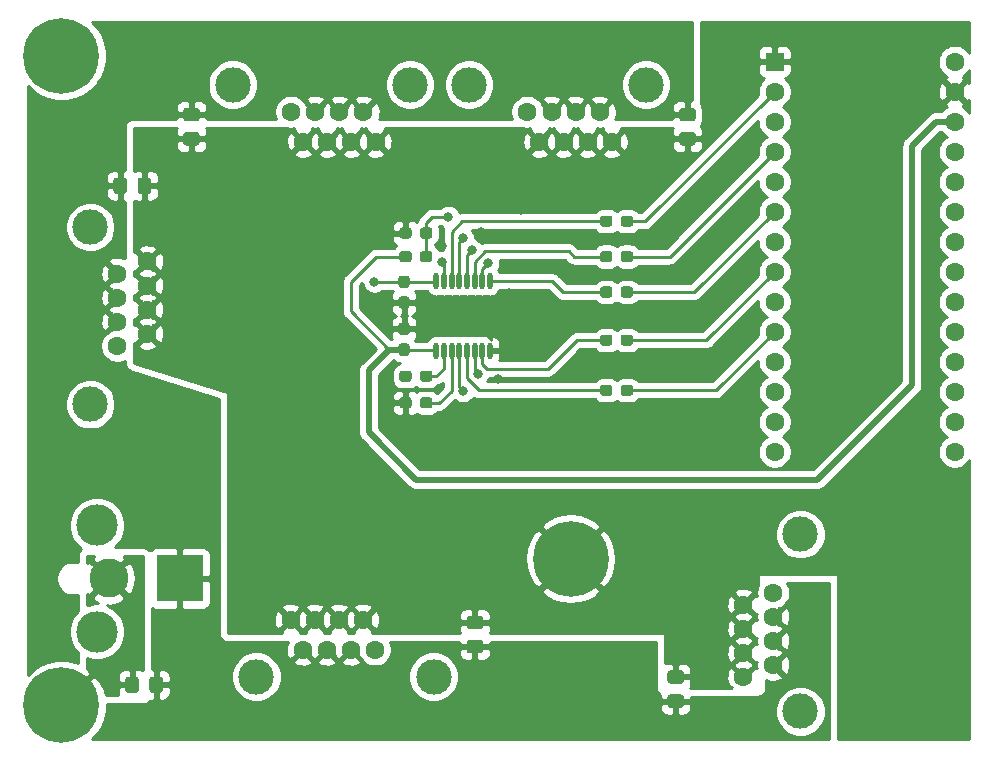
<source format=gtl>
G04 #@! TF.GenerationSoftware,KiCad,Pcbnew,5.1.6-c6e7f7d~87~ubuntu19.10.1*
G04 #@! TF.CreationDate,2023-03-13T14:52:07-06:00*
G04 #@! TF.ProjectId,twm,74776d2e-6b69-4636-9164-5f7063625858,rev?*
G04 #@! TF.SameCoordinates,Original*
G04 #@! TF.FileFunction,Copper,L1,Top*
G04 #@! TF.FilePolarity,Positive*
%FSLAX46Y46*%
G04 Gerber Fmt 4.6, Leading zero omitted, Abs format (unit mm)*
G04 Created by KiCad (PCBNEW 5.1.6-c6e7f7d~87~ubuntu19.10.1) date 2023-03-13 14:52:07*
%MOMM*%
%LPD*%
G01*
G04 APERTURE LIST*
G04 #@! TA.AperFunction,ComponentPad*
%ADD10C,6.400000*%
G04 #@! TD*
G04 #@! TA.AperFunction,ComponentPad*
%ADD11C,1.600000*%
G04 #@! TD*
G04 #@! TA.AperFunction,WasherPad*
%ADD12C,3.000000*%
G04 #@! TD*
G04 #@! TA.AperFunction,ComponentPad*
%ADD13R,1.600000X1.600000*%
G04 #@! TD*
G04 #@! TA.AperFunction,SMDPad,CuDef*
%ADD14O,0.449999X1.400000*%
G04 #@! TD*
G04 #@! TA.AperFunction,ComponentPad*
%ADD15C,3.500000*%
G04 #@! TD*
G04 #@! TA.AperFunction,ComponentPad*
%ADD16C,3.300000*%
G04 #@! TD*
G04 #@! TA.AperFunction,ComponentPad*
%ADD17R,4.000000X4.000000*%
G04 #@! TD*
G04 #@! TA.AperFunction,ViaPad*
%ADD18C,0.800000*%
G04 #@! TD*
G04 #@! TA.AperFunction,Conductor*
%ADD19C,0.250000*%
G04 #@! TD*
G04 #@! TA.AperFunction,Conductor*
%ADD20C,0.500000*%
G04 #@! TD*
G04 #@! TA.AperFunction,Conductor*
%ADD21C,0.254000*%
G04 #@! TD*
G04 APERTURE END LIST*
D10*
X139120000Y-98570000D03*
X96000000Y-111000000D03*
X96000000Y-56000000D03*
G04 #@! TA.AperFunction,SMDPad,CuDef*
G36*
G01*
X102550000Y-108799999D02*
X102550000Y-109700001D01*
G75*
G02*
X102300001Y-109950000I-249999J0D01*
G01*
X101649999Y-109950000D01*
G75*
G02*
X101400000Y-109700001I0J249999D01*
G01*
X101400000Y-108799999D01*
G75*
G02*
X101649999Y-108550000I249999J0D01*
G01*
X102300001Y-108550000D01*
G75*
G02*
X102550000Y-108799999I0J-249999D01*
G01*
G37*
G04 #@! TD.AperFunction*
G04 #@! TA.AperFunction,SMDPad,CuDef*
G36*
G01*
X104600000Y-108799999D02*
X104600000Y-109700001D01*
G75*
G02*
X104350001Y-109950000I-249999J0D01*
G01*
X103699999Y-109950000D01*
G75*
G02*
X103450000Y-109700001I0J249999D01*
G01*
X103450000Y-108799999D01*
G75*
G02*
X103699999Y-108550000I249999J0D01*
G01*
X104350001Y-108550000D01*
G75*
G02*
X104600000Y-108799999I0J-249999D01*
G01*
G37*
G04 #@! TD.AperFunction*
G04 #@! TA.AperFunction,SMDPad,CuDef*
G36*
G01*
X106549999Y-62450000D02*
X107450001Y-62450000D01*
G75*
G02*
X107700000Y-62699999I0J-249999D01*
G01*
X107700000Y-63350001D01*
G75*
G02*
X107450001Y-63600000I-249999J0D01*
G01*
X106549999Y-63600000D01*
G75*
G02*
X106300000Y-63350001I0J249999D01*
G01*
X106300000Y-62699999D01*
G75*
G02*
X106549999Y-62450000I249999J0D01*
G01*
G37*
G04 #@! TD.AperFunction*
G04 #@! TA.AperFunction,SMDPad,CuDef*
G36*
G01*
X106549999Y-60400000D02*
X107450001Y-60400000D01*
G75*
G02*
X107700000Y-60649999I0J-249999D01*
G01*
X107700000Y-61300001D01*
G75*
G02*
X107450001Y-61550000I-249999J0D01*
G01*
X106549999Y-61550000D01*
G75*
G02*
X106300000Y-61300001I0J249999D01*
G01*
X106300000Y-60649999D01*
G75*
G02*
X106549999Y-60400000I249999J0D01*
G01*
G37*
G04 #@! TD.AperFunction*
G04 #@! TA.AperFunction,SMDPad,CuDef*
G36*
G01*
X148549999Y-62450000D02*
X149450001Y-62450000D01*
G75*
G02*
X149700000Y-62699999I0J-249999D01*
G01*
X149700000Y-63350001D01*
G75*
G02*
X149450001Y-63600000I-249999J0D01*
G01*
X148549999Y-63600000D01*
G75*
G02*
X148300000Y-63350001I0J249999D01*
G01*
X148300000Y-62699999D01*
G75*
G02*
X148549999Y-62450000I249999J0D01*
G01*
G37*
G04 #@! TD.AperFunction*
G04 #@! TA.AperFunction,SMDPad,CuDef*
G36*
G01*
X148549999Y-60400000D02*
X149450001Y-60400000D01*
G75*
G02*
X149700000Y-60649999I0J-249999D01*
G01*
X149700000Y-61300001D01*
G75*
G02*
X149450001Y-61550000I-249999J0D01*
G01*
X148549999Y-61550000D01*
G75*
G02*
X148300000Y-61300001I0J249999D01*
G01*
X148300000Y-60649999D01*
G75*
G02*
X148549999Y-60400000I249999J0D01*
G01*
G37*
G04 #@! TD.AperFunction*
G04 #@! TA.AperFunction,SMDPad,CuDef*
G36*
G01*
X148450001Y-109165000D02*
X147549999Y-109165000D01*
G75*
G02*
X147300000Y-108915001I0J249999D01*
G01*
X147300000Y-108264999D01*
G75*
G02*
X147549999Y-108015000I249999J0D01*
G01*
X148450001Y-108015000D01*
G75*
G02*
X148700000Y-108264999I0J-249999D01*
G01*
X148700000Y-108915001D01*
G75*
G02*
X148450001Y-109165000I-249999J0D01*
G01*
G37*
G04 #@! TD.AperFunction*
G04 #@! TA.AperFunction,SMDPad,CuDef*
G36*
G01*
X148450001Y-111215000D02*
X147549999Y-111215000D01*
G75*
G02*
X147300000Y-110965001I0J249999D01*
G01*
X147300000Y-110314999D01*
G75*
G02*
X147549999Y-110065000I249999J0D01*
G01*
X148450001Y-110065000D01*
G75*
G02*
X148700000Y-110314999I0J-249999D01*
G01*
X148700000Y-110965001D01*
G75*
G02*
X148450001Y-111215000I-249999J0D01*
G01*
G37*
G04 #@! TD.AperFunction*
G04 #@! TA.AperFunction,SMDPad,CuDef*
G36*
G01*
X102450000Y-67450001D02*
X102450000Y-66549999D01*
G75*
G02*
X102699999Y-66300000I249999J0D01*
G01*
X103350001Y-66300000D01*
G75*
G02*
X103600000Y-66549999I0J-249999D01*
G01*
X103600000Y-67450001D01*
G75*
G02*
X103350001Y-67700000I-249999J0D01*
G01*
X102699999Y-67700000D01*
G75*
G02*
X102450000Y-67450001I0J249999D01*
G01*
G37*
G04 #@! TD.AperFunction*
G04 #@! TA.AperFunction,SMDPad,CuDef*
G36*
G01*
X100400000Y-67450001D02*
X100400000Y-66549999D01*
G75*
G02*
X100649999Y-66300000I249999J0D01*
G01*
X101300001Y-66300000D01*
G75*
G02*
X101550000Y-66549999I0J-249999D01*
G01*
X101550000Y-67450001D01*
G75*
G02*
X101300001Y-67700000I-249999J0D01*
G01*
X100649999Y-67700000D01*
G75*
G02*
X100400000Y-67450001I0J249999D01*
G01*
G37*
G04 #@! TD.AperFunction*
G04 #@! TA.AperFunction,SMDPad,CuDef*
G36*
G01*
X131450001Y-104550000D02*
X130549999Y-104550000D01*
G75*
G02*
X130300000Y-104300001I0J249999D01*
G01*
X130300000Y-103649999D01*
G75*
G02*
X130549999Y-103400000I249999J0D01*
G01*
X131450001Y-103400000D01*
G75*
G02*
X131700000Y-103649999I0J-249999D01*
G01*
X131700000Y-104300001D01*
G75*
G02*
X131450001Y-104550000I-249999J0D01*
G01*
G37*
G04 #@! TD.AperFunction*
G04 #@! TA.AperFunction,SMDPad,CuDef*
G36*
G01*
X131450001Y-106600000D02*
X130549999Y-106600000D01*
G75*
G02*
X130300000Y-106350001I0J249999D01*
G01*
X130300000Y-105699999D01*
G75*
G02*
X130549999Y-105450000I249999J0D01*
G01*
X131450001Y-105450000D01*
G75*
G02*
X131700000Y-105699999I0J-249999D01*
G01*
X131700000Y-106350001D01*
G75*
G02*
X131450001Y-106600000I-249999J0D01*
G01*
G37*
G04 #@! TD.AperFunction*
D11*
X115450000Y-60735000D03*
X116470000Y-63265000D03*
X117490000Y-60735000D03*
X118510000Y-63265000D03*
X119530000Y-60735000D03*
X120550000Y-63265000D03*
X121570000Y-60735000D03*
X122590000Y-63265000D03*
D12*
X110500000Y-58435000D03*
X125500000Y-58435000D03*
D11*
X135450000Y-60735000D03*
X136470000Y-63265000D03*
X137490000Y-60735000D03*
X138510000Y-63265000D03*
X139530000Y-60735000D03*
X140550000Y-63265000D03*
X141570000Y-60735000D03*
X142590000Y-63265000D03*
D12*
X130500000Y-58435000D03*
X145500000Y-58435000D03*
D11*
X156265000Y-101450000D03*
X153735000Y-102470000D03*
X156265000Y-103490000D03*
X153735000Y-104510000D03*
X156265000Y-105530000D03*
X153735000Y-106550000D03*
X156265000Y-107570000D03*
X153735000Y-108590000D03*
D12*
X158565000Y-96500000D03*
X158565000Y-111500000D03*
D11*
X122550000Y-106265000D03*
X121530000Y-103735000D03*
X120510000Y-106265000D03*
X119490000Y-103735000D03*
X118470000Y-106265000D03*
X117450000Y-103735000D03*
X116430000Y-106265000D03*
X115410000Y-103735000D03*
D12*
X127500000Y-108565000D03*
X112500000Y-108565000D03*
D11*
X100735000Y-80550000D03*
X103265000Y-79530000D03*
X100735000Y-78510000D03*
X103265000Y-77490000D03*
X100735000Y-76470000D03*
X103265000Y-75450000D03*
X100735000Y-74430000D03*
X103265000Y-73410000D03*
D12*
X98435000Y-85500000D03*
X98435000Y-70500000D03*
D11*
X171620000Y-89510000D03*
X156380000Y-89510000D03*
X171620000Y-86970000D03*
X171620000Y-84430000D03*
X171620000Y-81890000D03*
X171620000Y-79350000D03*
X171620000Y-76810000D03*
X171620000Y-74270000D03*
X171620000Y-71730000D03*
X171620000Y-69190000D03*
X171620000Y-66650000D03*
X171620000Y-64110000D03*
X171620000Y-61570000D03*
X171620000Y-59030000D03*
X171620000Y-56490000D03*
X156380000Y-86970000D03*
X156380000Y-84430000D03*
X156380000Y-81890000D03*
X156380000Y-79350000D03*
X156380000Y-76810000D03*
X156380000Y-74270000D03*
X156380000Y-71730000D03*
X156380000Y-69190000D03*
X156380000Y-66650000D03*
X156380000Y-64110000D03*
X156380000Y-61570000D03*
X156380000Y-59030000D03*
D13*
X156380000Y-56490000D03*
D14*
X127725001Y-75049998D03*
X128375002Y-75049998D03*
X129025001Y-75049998D03*
X129675002Y-75049998D03*
X130325001Y-75049998D03*
X130975002Y-75049998D03*
X131625001Y-75049998D03*
X132275002Y-75049998D03*
X132275002Y-80949999D03*
X131625001Y-80949999D03*
X130975002Y-80949999D03*
X130325001Y-80949999D03*
X129675002Y-80949999D03*
X129025001Y-80949999D03*
X128375002Y-80949999D03*
X127725001Y-80949999D03*
G04 #@! TA.AperFunction,SMDPad,CuDef*
G36*
G01*
X125650000Y-85137500D02*
X125650000Y-85612500D01*
G75*
G02*
X125412500Y-85850000I-237500J0D01*
G01*
X124837500Y-85850000D01*
G75*
G02*
X124600000Y-85612500I0J237500D01*
G01*
X124600000Y-85137500D01*
G75*
G02*
X124837500Y-84900000I237500J0D01*
G01*
X125412500Y-84900000D01*
G75*
G02*
X125650000Y-85137500I0J-237500D01*
G01*
G37*
G04 #@! TD.AperFunction*
G04 #@! TA.AperFunction,SMDPad,CuDef*
G36*
G01*
X127400000Y-85137500D02*
X127400000Y-85612500D01*
G75*
G02*
X127162500Y-85850000I-237500J0D01*
G01*
X126587500Y-85850000D01*
G75*
G02*
X126350000Y-85612500I0J237500D01*
G01*
X126350000Y-85137500D01*
G75*
G02*
X126587500Y-84900000I237500J0D01*
G01*
X127162500Y-84900000D01*
G75*
G02*
X127400000Y-85137500I0J-237500D01*
G01*
G37*
G04 #@! TD.AperFunction*
G04 #@! TA.AperFunction,SMDPad,CuDef*
G36*
G01*
X143350000Y-84557500D02*
X143350000Y-84082500D01*
G75*
G02*
X143587500Y-83845000I237500J0D01*
G01*
X144162500Y-83845000D01*
G75*
G02*
X144400000Y-84082500I0J-237500D01*
G01*
X144400000Y-84557500D01*
G75*
G02*
X144162500Y-84795000I-237500J0D01*
G01*
X143587500Y-84795000D01*
G75*
G02*
X143350000Y-84557500I0J237500D01*
G01*
G37*
G04 #@! TD.AperFunction*
G04 #@! TA.AperFunction,SMDPad,CuDef*
G36*
G01*
X141600000Y-84557500D02*
X141600000Y-84082500D01*
G75*
G02*
X141837500Y-83845000I237500J0D01*
G01*
X142412500Y-83845000D01*
G75*
G02*
X142650000Y-84082500I0J-237500D01*
G01*
X142650000Y-84557500D01*
G75*
G02*
X142412500Y-84795000I-237500J0D01*
G01*
X141837500Y-84795000D01*
G75*
G02*
X141600000Y-84557500I0J237500D01*
G01*
G37*
G04 #@! TD.AperFunction*
G04 #@! TA.AperFunction,SMDPad,CuDef*
G36*
G01*
X143350000Y-80307500D02*
X143350000Y-79832500D01*
G75*
G02*
X143587500Y-79595000I237500J0D01*
G01*
X144162500Y-79595000D01*
G75*
G02*
X144400000Y-79832500I0J-237500D01*
G01*
X144400000Y-80307500D01*
G75*
G02*
X144162500Y-80545000I-237500J0D01*
G01*
X143587500Y-80545000D01*
G75*
G02*
X143350000Y-80307500I0J237500D01*
G01*
G37*
G04 #@! TD.AperFunction*
G04 #@! TA.AperFunction,SMDPad,CuDef*
G36*
G01*
X141600000Y-80307500D02*
X141600000Y-79832500D01*
G75*
G02*
X141837500Y-79595000I237500J0D01*
G01*
X142412500Y-79595000D01*
G75*
G02*
X142650000Y-79832500I0J-237500D01*
G01*
X142650000Y-80307500D01*
G75*
G02*
X142412500Y-80545000I-237500J0D01*
G01*
X141837500Y-80545000D01*
G75*
G02*
X141600000Y-80307500I0J237500D01*
G01*
G37*
G04 #@! TD.AperFunction*
G04 #@! TA.AperFunction,SMDPad,CuDef*
G36*
G01*
X143350000Y-76237500D02*
X143350000Y-75762500D01*
G75*
G02*
X143587500Y-75525000I237500J0D01*
G01*
X144162500Y-75525000D01*
G75*
G02*
X144400000Y-75762500I0J-237500D01*
G01*
X144400000Y-76237500D01*
G75*
G02*
X144162500Y-76475000I-237500J0D01*
G01*
X143587500Y-76475000D01*
G75*
G02*
X143350000Y-76237500I0J237500D01*
G01*
G37*
G04 #@! TD.AperFunction*
G04 #@! TA.AperFunction,SMDPad,CuDef*
G36*
G01*
X141600000Y-76237500D02*
X141600000Y-75762500D01*
G75*
G02*
X141837500Y-75525000I237500J0D01*
G01*
X142412500Y-75525000D01*
G75*
G02*
X142650000Y-75762500I0J-237500D01*
G01*
X142650000Y-76237500D01*
G75*
G02*
X142412500Y-76475000I-237500J0D01*
G01*
X141837500Y-76475000D01*
G75*
G02*
X141600000Y-76237500I0J237500D01*
G01*
G37*
G04 #@! TD.AperFunction*
G04 #@! TA.AperFunction,SMDPad,CuDef*
G36*
G01*
X143350000Y-73237500D02*
X143350000Y-72762500D01*
G75*
G02*
X143587500Y-72525000I237500J0D01*
G01*
X144162500Y-72525000D01*
G75*
G02*
X144400000Y-72762500I0J-237500D01*
G01*
X144400000Y-73237500D01*
G75*
G02*
X144162500Y-73475000I-237500J0D01*
G01*
X143587500Y-73475000D01*
G75*
G02*
X143350000Y-73237500I0J237500D01*
G01*
G37*
G04 #@! TD.AperFunction*
G04 #@! TA.AperFunction,SMDPad,CuDef*
G36*
G01*
X141600000Y-73237500D02*
X141600000Y-72762500D01*
G75*
G02*
X141837500Y-72525000I237500J0D01*
G01*
X142412500Y-72525000D01*
G75*
G02*
X142650000Y-72762500I0J-237500D01*
G01*
X142650000Y-73237500D01*
G75*
G02*
X142412500Y-73475000I-237500J0D01*
G01*
X141837500Y-73475000D01*
G75*
G02*
X141600000Y-73237500I0J237500D01*
G01*
G37*
G04 #@! TD.AperFunction*
G04 #@! TA.AperFunction,SMDPad,CuDef*
G36*
G01*
X143350000Y-70237500D02*
X143350000Y-69762500D01*
G75*
G02*
X143587500Y-69525000I237500J0D01*
G01*
X144162500Y-69525000D01*
G75*
G02*
X144400000Y-69762500I0J-237500D01*
G01*
X144400000Y-70237500D01*
G75*
G02*
X144162500Y-70475000I-237500J0D01*
G01*
X143587500Y-70475000D01*
G75*
G02*
X143350000Y-70237500I0J237500D01*
G01*
G37*
G04 #@! TD.AperFunction*
G04 #@! TA.AperFunction,SMDPad,CuDef*
G36*
G01*
X141600000Y-70237500D02*
X141600000Y-69762500D01*
G75*
G02*
X141837500Y-69525000I237500J0D01*
G01*
X142412500Y-69525000D01*
G75*
G02*
X142650000Y-69762500I0J-237500D01*
G01*
X142650000Y-70237500D01*
G75*
G02*
X142412500Y-70475000I-237500J0D01*
G01*
X141837500Y-70475000D01*
G75*
G02*
X141600000Y-70237500I0J237500D01*
G01*
G37*
G04 #@! TD.AperFunction*
G04 #@! TA.AperFunction,SMDPad,CuDef*
G36*
G01*
X125650000Y-72762500D02*
X125650000Y-73237500D01*
G75*
G02*
X125412500Y-73475000I-237500J0D01*
G01*
X124837500Y-73475000D01*
G75*
G02*
X124600000Y-73237500I0J237500D01*
G01*
X124600000Y-72762500D01*
G75*
G02*
X124837500Y-72525000I237500J0D01*
G01*
X125412500Y-72525000D01*
G75*
G02*
X125650000Y-72762500I0J-237500D01*
G01*
G37*
G04 #@! TD.AperFunction*
G04 #@! TA.AperFunction,SMDPad,CuDef*
G36*
G01*
X127400000Y-72762500D02*
X127400000Y-73237500D01*
G75*
G02*
X127162500Y-73475000I-237500J0D01*
G01*
X126587500Y-73475000D01*
G75*
G02*
X126350000Y-73237500I0J237500D01*
G01*
X126350000Y-72762500D01*
G75*
G02*
X126587500Y-72525000I237500J0D01*
G01*
X127162500Y-72525000D01*
G75*
G02*
X127400000Y-72762500I0J-237500D01*
G01*
G37*
G04 #@! TD.AperFunction*
G04 #@! TA.AperFunction,SMDPad,CuDef*
G36*
G01*
X125650000Y-70762500D02*
X125650000Y-71237500D01*
G75*
G02*
X125412500Y-71475000I-237500J0D01*
G01*
X124837500Y-71475000D01*
G75*
G02*
X124600000Y-71237500I0J237500D01*
G01*
X124600000Y-70762500D01*
G75*
G02*
X124837500Y-70525000I237500J0D01*
G01*
X125412500Y-70525000D01*
G75*
G02*
X125650000Y-70762500I0J-237500D01*
G01*
G37*
G04 #@! TD.AperFunction*
G04 #@! TA.AperFunction,SMDPad,CuDef*
G36*
G01*
X127400000Y-70762500D02*
X127400000Y-71237500D01*
G75*
G02*
X127162500Y-71475000I-237500J0D01*
G01*
X126587500Y-71475000D01*
G75*
G02*
X126350000Y-71237500I0J237500D01*
G01*
X126350000Y-70762500D01*
G75*
G02*
X126587500Y-70525000I237500J0D01*
G01*
X127162500Y-70525000D01*
G75*
G02*
X127400000Y-70762500I0J-237500D01*
G01*
G37*
G04 #@! TD.AperFunction*
G04 #@! TA.AperFunction,SMDPad,CuDef*
G36*
G01*
X125650000Y-82887500D02*
X125650000Y-83362500D01*
G75*
G02*
X125412500Y-83600000I-237500J0D01*
G01*
X124837500Y-83600000D01*
G75*
G02*
X124600000Y-83362500I0J237500D01*
G01*
X124600000Y-82887500D01*
G75*
G02*
X124837500Y-82650000I237500J0D01*
G01*
X125412500Y-82650000D01*
G75*
G02*
X125650000Y-82887500I0J-237500D01*
G01*
G37*
G04 #@! TD.AperFunction*
G04 #@! TA.AperFunction,SMDPad,CuDef*
G36*
G01*
X127400000Y-82887500D02*
X127400000Y-83362500D01*
G75*
G02*
X127162500Y-83600000I-237500J0D01*
G01*
X126587500Y-83600000D01*
G75*
G02*
X126350000Y-83362500I0J237500D01*
G01*
X126350000Y-82887500D01*
G75*
G02*
X126587500Y-82650000I237500J0D01*
G01*
X127162500Y-82650000D01*
G75*
G02*
X127400000Y-82887500I0J-237500D01*
G01*
G37*
G04 #@! TD.AperFunction*
D15*
X99000000Y-104750000D03*
X99000000Y-95750000D03*
D16*
X100000000Y-100250000D03*
D17*
X106000000Y-100250000D03*
G04 #@! TA.AperFunction,SMDPad,CuDef*
G36*
G01*
X124762500Y-76350000D02*
X125237500Y-76350000D01*
G75*
G02*
X125475000Y-76587500I0J-237500D01*
G01*
X125475000Y-77162500D01*
G75*
G02*
X125237500Y-77400000I-237500J0D01*
G01*
X124762500Y-77400000D01*
G75*
G02*
X124525000Y-77162500I0J237500D01*
G01*
X124525000Y-76587500D01*
G75*
G02*
X124762500Y-76350000I237500J0D01*
G01*
G37*
G04 #@! TD.AperFunction*
G04 #@! TA.AperFunction,SMDPad,CuDef*
G36*
G01*
X124762500Y-74600000D02*
X125237500Y-74600000D01*
G75*
G02*
X125475000Y-74837500I0J-237500D01*
G01*
X125475000Y-75412500D01*
G75*
G02*
X125237500Y-75650000I-237500J0D01*
G01*
X124762500Y-75650000D01*
G75*
G02*
X124525000Y-75412500I0J237500D01*
G01*
X124525000Y-74837500D01*
G75*
G02*
X124762500Y-74600000I237500J0D01*
G01*
G37*
G04 #@! TD.AperFunction*
G04 #@! TA.AperFunction,SMDPad,CuDef*
G36*
G01*
X125237500Y-79650000D02*
X124762500Y-79650000D01*
G75*
G02*
X124525000Y-79412500I0J237500D01*
G01*
X124525000Y-78837500D01*
G75*
G02*
X124762500Y-78600000I237500J0D01*
G01*
X125237500Y-78600000D01*
G75*
G02*
X125475000Y-78837500I0J-237500D01*
G01*
X125475000Y-79412500D01*
G75*
G02*
X125237500Y-79650000I-237500J0D01*
G01*
G37*
G04 #@! TD.AperFunction*
G04 #@! TA.AperFunction,SMDPad,CuDef*
G36*
G01*
X125237500Y-81400000D02*
X124762500Y-81400000D01*
G75*
G02*
X124525000Y-81162500I0J237500D01*
G01*
X124525000Y-80587500D01*
G75*
G02*
X124762500Y-80350000I237500J0D01*
G01*
X125237500Y-80350000D01*
G75*
G02*
X125475000Y-80587500I0J-237500D01*
G01*
X125475000Y-81162500D01*
G75*
G02*
X125237500Y-81400000I-237500J0D01*
G01*
G37*
G04 #@! TD.AperFunction*
D18*
X128000000Y-77125000D03*
X132000000Y-77125000D03*
X128000000Y-79125000D03*
X132000000Y-79125000D03*
X131500000Y-70875000D03*
X134000000Y-73625000D03*
X130000000Y-68375000D03*
X122750000Y-76875000D03*
X123500000Y-85375000D03*
X133750000Y-80875000D03*
X133000000Y-83375000D03*
X131500000Y-85375000D03*
X128250000Y-72125000D03*
X133870000Y-76070000D03*
X123370000Y-78820000D03*
X121870000Y-80820000D03*
X123120000Y-71070000D03*
X128620000Y-86320000D03*
X154620000Y-62820000D03*
X154620000Y-68070000D03*
X154620000Y-73070000D03*
X154620000Y-78070000D03*
X158120000Y-60070000D03*
X158120000Y-62820000D03*
X158120000Y-65320000D03*
X158120000Y-67820000D03*
X158120000Y-70320000D03*
X158120000Y-72820000D03*
X158120000Y-75570000D03*
X158120000Y-78070000D03*
X158120000Y-80570000D03*
X169370000Y-64320000D03*
X154620000Y-83070000D03*
X126870000Y-90320000D03*
X128370000Y-93570000D03*
X140870000Y-90320000D03*
X138370000Y-93320000D03*
X119370000Y-76570000D03*
X134870000Y-69070000D03*
X122500000Y-75125000D03*
X132125001Y-73549998D03*
X130000000Y-84375000D03*
X128225002Y-73449999D03*
X131225002Y-82949999D03*
X130725002Y-72449999D03*
X129975002Y-71449999D03*
X128750000Y-69625000D03*
D19*
X133675001Y-80949999D02*
X133750000Y-80875000D01*
X132275002Y-80949999D02*
X133675001Y-80949999D01*
X122500000Y-75125000D02*
X125000000Y-75125000D01*
X127649999Y-75125000D02*
X127725001Y-75049998D01*
X125000000Y-75125000D02*
X127649999Y-75125000D01*
X127650002Y-80875000D02*
X125000000Y-80875000D01*
X127725001Y-80949999D02*
X127650002Y-80875000D01*
D20*
X125000000Y-80875000D02*
X123750000Y-80875000D01*
X123750000Y-80875000D02*
X122000000Y-82625000D01*
X122000000Y-82625000D02*
X122000000Y-87875000D01*
X122000000Y-87875000D02*
X126000000Y-91875000D01*
X126000000Y-91875000D02*
X160000000Y-91875000D01*
X160000000Y-91875000D02*
X168000000Y-83875000D01*
X168000000Y-83875000D02*
X168000000Y-63625000D01*
X170055000Y-61570000D02*
X171620000Y-61570000D01*
X168000000Y-63625000D02*
X170055000Y-61570000D01*
D19*
X123750000Y-80875000D02*
X120500000Y-77625000D01*
X120500000Y-77625000D02*
X120500000Y-75125000D01*
X122625000Y-73000000D02*
X125125000Y-73000000D01*
X120500000Y-75125000D02*
X122625000Y-73000000D01*
X131625001Y-74049998D02*
X132125001Y-73549998D01*
X131625001Y-75049998D02*
X131625001Y-74049998D01*
X129675002Y-84050002D02*
X130000000Y-84375000D01*
X129675002Y-80949999D02*
X129675002Y-84050002D01*
X128375002Y-73599999D02*
X128225002Y-73449999D01*
X128375002Y-75049998D02*
X128375002Y-73599999D01*
X130975002Y-82699999D02*
X131225002Y-82949999D01*
X130975002Y-80949999D02*
X130975002Y-82699999D01*
X130325001Y-72850000D02*
X130725002Y-72449999D01*
X130325001Y-75049998D02*
X130325001Y-72850000D01*
X128375002Y-82499998D02*
X128375002Y-80949999D01*
X127750000Y-83125000D02*
X128375002Y-82499998D01*
X126875000Y-83125000D02*
X127750000Y-83125000D01*
X129675002Y-75049998D02*
X129675002Y-71749999D01*
X129675002Y-71749999D02*
X129975002Y-71449999D01*
X126875000Y-73000000D02*
X126875000Y-71000000D01*
X126875000Y-70125000D02*
X126875000Y-71000000D01*
X127375000Y-69625000D02*
X126875000Y-70125000D01*
X128750000Y-69625000D02*
X127375000Y-69625000D01*
X145410000Y-70000000D02*
X156380000Y-59030000D01*
X143875000Y-70000000D02*
X145410000Y-70000000D01*
X129925001Y-70000000D02*
X142125000Y-70000000D01*
X129025001Y-70900000D02*
X129925001Y-70000000D01*
X129025001Y-75049998D02*
X129025001Y-70900000D01*
X147490000Y-73000000D02*
X156380000Y-64110000D01*
X143875000Y-73000000D02*
X147490000Y-73000000D01*
X139400000Y-73000000D02*
X142125000Y-73000000D01*
X138949998Y-72549998D02*
X139400000Y-73000000D01*
X131875001Y-72549998D02*
X138949998Y-72549998D01*
X130975002Y-73449997D02*
X131875001Y-72549998D01*
X130975002Y-75049998D02*
X130975002Y-73449997D01*
X149570000Y-76000000D02*
X156380000Y-69190000D01*
X143875000Y-76000000D02*
X149570000Y-76000000D01*
X138443751Y-76000000D02*
X142125000Y-76000000D01*
X137493749Y-75049998D02*
X138443751Y-76000000D01*
X132275002Y-75049998D02*
X137493749Y-75049998D01*
X150580000Y-80070000D02*
X156380000Y-74270000D01*
X143875000Y-80070000D02*
X150580000Y-80070000D01*
X131625001Y-82125001D02*
X132000000Y-82500000D01*
X131625001Y-80949999D02*
X131625001Y-82125001D01*
X135440000Y-82500000D02*
X135625000Y-82500000D01*
X132000000Y-82500000D02*
X135440000Y-82500000D01*
X137190000Y-82500000D02*
X135440000Y-82500000D01*
X139620000Y-80070000D02*
X137190000Y-82500000D01*
X142125000Y-80070000D02*
X139620000Y-80070000D01*
X151410000Y-84320000D02*
X156380000Y-79350000D01*
X143875000Y-84320000D02*
X151410000Y-84320000D01*
X130325001Y-83312499D02*
X130325001Y-80949999D01*
X131332502Y-84320000D02*
X130325001Y-83312499D01*
X142125000Y-84320000D02*
X131332502Y-84320000D01*
X129025001Y-84349999D02*
X129025001Y-80949999D01*
X128000000Y-85375000D02*
X129025001Y-84349999D01*
X126875000Y-85375000D02*
X128000000Y-85375000D01*
D21*
G36*
X149365000Y-59764412D02*
G01*
X149285750Y-59765000D01*
X149127000Y-59923750D01*
X149127000Y-60848000D01*
X149147000Y-60848000D01*
X149147000Y-61102000D01*
X149127000Y-61102000D01*
X149127000Y-61122000D01*
X148873000Y-61122000D01*
X148873000Y-61102000D01*
X147823750Y-61102000D01*
X147665000Y-61260750D01*
X147663893Y-61365000D01*
X142859436Y-61365000D01*
X142927571Y-61221004D01*
X142996300Y-60946816D01*
X143010217Y-60664488D01*
X142968787Y-60384870D01*
X142873603Y-60118708D01*
X142806671Y-59993486D01*
X142562702Y-59921903D01*
X141749605Y-60735000D01*
X141763748Y-60749143D01*
X141584143Y-60928748D01*
X141570000Y-60914605D01*
X141555858Y-60928748D01*
X141376253Y-60749143D01*
X141390395Y-60735000D01*
X140866727Y-60211332D01*
X140833603Y-60118708D01*
X140766671Y-59993486D01*
X140599969Y-59944574D01*
X140577298Y-59921903D01*
X140550000Y-59929913D01*
X140522702Y-59921903D01*
X140500031Y-59944574D01*
X140333329Y-59993486D01*
X140227536Y-60217069D01*
X139709605Y-60735000D01*
X139723748Y-60749143D01*
X139544143Y-60928748D01*
X139530000Y-60914605D01*
X139515858Y-60928748D01*
X139336253Y-60749143D01*
X139350395Y-60735000D01*
X138826727Y-60211332D01*
X138793603Y-60118708D01*
X138726671Y-59993486D01*
X138559969Y-59944574D01*
X138537298Y-59921903D01*
X138510000Y-59929913D01*
X138482702Y-59921903D01*
X138460031Y-59944574D01*
X138293329Y-59993486D01*
X138187536Y-60217069D01*
X137669605Y-60735000D01*
X137683748Y-60749143D01*
X137504143Y-60928748D01*
X137490000Y-60914605D01*
X137475858Y-60928748D01*
X137296253Y-60749143D01*
X137310395Y-60735000D01*
X136786035Y-60210640D01*
X136721680Y-60055273D01*
X136564637Y-59820241D01*
X136486694Y-59742298D01*
X136676903Y-59742298D01*
X137490000Y-60555395D01*
X138303097Y-59742298D01*
X138716903Y-59742298D01*
X139530000Y-60555395D01*
X140343097Y-59742298D01*
X140756903Y-59742298D01*
X141570000Y-60555395D01*
X142383097Y-59742298D01*
X142311514Y-59498329D01*
X142056004Y-59377429D01*
X141781816Y-59308700D01*
X141499488Y-59294783D01*
X141219870Y-59336213D01*
X140953708Y-59431397D01*
X140828486Y-59498329D01*
X140756903Y-59742298D01*
X140343097Y-59742298D01*
X140271514Y-59498329D01*
X140016004Y-59377429D01*
X139741816Y-59308700D01*
X139459488Y-59294783D01*
X139179870Y-59336213D01*
X138913708Y-59431397D01*
X138788486Y-59498329D01*
X138716903Y-59742298D01*
X138303097Y-59742298D01*
X138231514Y-59498329D01*
X137976004Y-59377429D01*
X137701816Y-59308700D01*
X137419488Y-59294783D01*
X137139870Y-59336213D01*
X136873708Y-59431397D01*
X136748486Y-59498329D01*
X136676903Y-59742298D01*
X136486694Y-59742298D01*
X136364759Y-59620363D01*
X136129727Y-59463320D01*
X135868574Y-59355147D01*
X135591335Y-59300000D01*
X135308665Y-59300000D01*
X135031426Y-59355147D01*
X134770273Y-59463320D01*
X134535241Y-59620363D01*
X134335363Y-59820241D01*
X134178320Y-60055273D01*
X134070147Y-60316426D01*
X134015000Y-60593665D01*
X134015000Y-60876335D01*
X134070147Y-61153574D01*
X134157722Y-61365000D01*
X122859436Y-61365000D01*
X122927571Y-61221004D01*
X122996300Y-60946816D01*
X123010217Y-60664488D01*
X122968787Y-60384870D01*
X122873603Y-60118708D01*
X122806671Y-59993486D01*
X122562702Y-59921903D01*
X121749605Y-60735000D01*
X121763748Y-60749143D01*
X121584143Y-60928748D01*
X121570000Y-60914605D01*
X121555858Y-60928748D01*
X121376253Y-60749143D01*
X121390395Y-60735000D01*
X120866727Y-60211332D01*
X120833603Y-60118708D01*
X120766671Y-59993486D01*
X120599969Y-59944574D01*
X120577298Y-59921903D01*
X120550000Y-59929913D01*
X120522702Y-59921903D01*
X120500031Y-59944574D01*
X120333329Y-59993486D01*
X120227536Y-60217069D01*
X119709605Y-60735000D01*
X119723748Y-60749143D01*
X119544143Y-60928748D01*
X119530000Y-60914605D01*
X119515858Y-60928748D01*
X119336253Y-60749143D01*
X119350395Y-60735000D01*
X118826727Y-60211332D01*
X118793603Y-60118708D01*
X118726671Y-59993486D01*
X118559969Y-59944574D01*
X118537298Y-59921903D01*
X118510000Y-59929913D01*
X118482702Y-59921903D01*
X118460031Y-59944574D01*
X118293329Y-59993486D01*
X118187536Y-60217069D01*
X117669605Y-60735000D01*
X117683748Y-60749143D01*
X117504143Y-60928748D01*
X117490000Y-60914605D01*
X117475858Y-60928748D01*
X117296253Y-60749143D01*
X117310395Y-60735000D01*
X116786035Y-60210640D01*
X116721680Y-60055273D01*
X116564637Y-59820241D01*
X116486694Y-59742298D01*
X116676903Y-59742298D01*
X117490000Y-60555395D01*
X118303097Y-59742298D01*
X118716903Y-59742298D01*
X119530000Y-60555395D01*
X120343097Y-59742298D01*
X120756903Y-59742298D01*
X121570000Y-60555395D01*
X122383097Y-59742298D01*
X122311514Y-59498329D01*
X122056004Y-59377429D01*
X121781816Y-59308700D01*
X121499488Y-59294783D01*
X121219870Y-59336213D01*
X120953708Y-59431397D01*
X120828486Y-59498329D01*
X120756903Y-59742298D01*
X120343097Y-59742298D01*
X120271514Y-59498329D01*
X120016004Y-59377429D01*
X119741816Y-59308700D01*
X119459488Y-59294783D01*
X119179870Y-59336213D01*
X118913708Y-59431397D01*
X118788486Y-59498329D01*
X118716903Y-59742298D01*
X118303097Y-59742298D01*
X118231514Y-59498329D01*
X117976004Y-59377429D01*
X117701816Y-59308700D01*
X117419488Y-59294783D01*
X117139870Y-59336213D01*
X116873708Y-59431397D01*
X116748486Y-59498329D01*
X116676903Y-59742298D01*
X116486694Y-59742298D01*
X116364759Y-59620363D01*
X116129727Y-59463320D01*
X115868574Y-59355147D01*
X115591335Y-59300000D01*
X115308665Y-59300000D01*
X115031426Y-59355147D01*
X114770273Y-59463320D01*
X114535241Y-59620363D01*
X114335363Y-59820241D01*
X114178320Y-60055273D01*
X114070147Y-60316426D01*
X114015000Y-60593665D01*
X114015000Y-60876335D01*
X114070147Y-61153574D01*
X114157722Y-61365000D01*
X108336107Y-61365000D01*
X108335000Y-61260750D01*
X108176250Y-61102000D01*
X107127000Y-61102000D01*
X107127000Y-61122000D01*
X106873000Y-61122000D01*
X106873000Y-61102000D01*
X105823750Y-61102000D01*
X105665000Y-61260750D01*
X105663893Y-61365000D01*
X102000000Y-61365000D01*
X101876118Y-61377201D01*
X101756996Y-61413336D01*
X101647213Y-61472017D01*
X101550987Y-61550987D01*
X101472017Y-61647213D01*
X101413336Y-61756996D01*
X101377201Y-61876118D01*
X101365000Y-62000000D01*
X101365000Y-65663893D01*
X101260750Y-65665000D01*
X101102000Y-65823750D01*
X101102000Y-66873000D01*
X101122000Y-66873000D01*
X101122000Y-67127000D01*
X101102000Y-67127000D01*
X101102000Y-68176250D01*
X101260750Y-68335000D01*
X101365000Y-68336107D01*
X101365000Y-73140564D01*
X101221004Y-73072429D01*
X100946816Y-73003700D01*
X100664488Y-72989783D01*
X100384870Y-73031213D01*
X100118708Y-73126397D01*
X99993486Y-73193329D01*
X99921903Y-73437298D01*
X100735000Y-74250395D01*
X100749143Y-74236253D01*
X100928748Y-74415858D01*
X100914605Y-74430000D01*
X100928748Y-74444143D01*
X100749143Y-74623748D01*
X100735000Y-74609605D01*
X100211332Y-75133273D01*
X100118708Y-75166397D01*
X99993486Y-75233329D01*
X99944574Y-75400031D01*
X99921903Y-75422702D01*
X99929913Y-75450000D01*
X99921903Y-75477298D01*
X99944574Y-75499969D01*
X99993486Y-75666671D01*
X100217069Y-75772464D01*
X100735000Y-76290395D01*
X100749143Y-76276253D01*
X100928748Y-76455858D01*
X100914605Y-76470000D01*
X100928748Y-76484143D01*
X100749143Y-76663748D01*
X100735000Y-76649605D01*
X100211332Y-77173273D01*
X100118708Y-77206397D01*
X99993486Y-77273329D01*
X99944574Y-77440031D01*
X99921903Y-77462702D01*
X99929913Y-77490000D01*
X99921903Y-77517298D01*
X99944574Y-77539969D01*
X99993486Y-77706671D01*
X100217069Y-77812464D01*
X100735000Y-78330395D01*
X100749143Y-78316253D01*
X100928748Y-78495858D01*
X100914605Y-78510000D01*
X100928748Y-78524143D01*
X100749143Y-78703748D01*
X100735000Y-78689605D01*
X100210640Y-79213965D01*
X100055273Y-79278320D01*
X99820241Y-79435363D01*
X99620363Y-79635241D01*
X99463320Y-79870273D01*
X99355147Y-80131426D01*
X99300000Y-80408665D01*
X99300000Y-80691335D01*
X99355147Y-80968574D01*
X99463320Y-81229727D01*
X99620363Y-81464759D01*
X99820241Y-81664637D01*
X100055273Y-81821680D01*
X100316426Y-81929853D01*
X100593665Y-81985000D01*
X100876335Y-81985000D01*
X101153574Y-81929853D01*
X101365000Y-81842278D01*
X101365000Y-82070000D01*
X101390823Y-82249244D01*
X101437497Y-82364644D01*
X101505788Y-82468722D01*
X101593071Y-82557477D01*
X101695992Y-82627498D01*
X101810595Y-82676095D01*
X109365000Y-85036847D01*
X109365000Y-105000000D01*
X109377201Y-105123882D01*
X109413336Y-105243004D01*
X109472017Y-105352787D01*
X109550987Y-105449013D01*
X109647213Y-105527983D01*
X109756996Y-105586664D01*
X109876118Y-105622799D01*
X110000000Y-105635000D01*
X115140564Y-105635000D01*
X115072429Y-105778996D01*
X115003700Y-106053184D01*
X114989783Y-106335512D01*
X115031213Y-106615130D01*
X115126397Y-106881292D01*
X115193329Y-107006514D01*
X115437298Y-107078097D01*
X116250395Y-106265000D01*
X116236253Y-106250858D01*
X116415858Y-106071253D01*
X116430000Y-106085395D01*
X116444143Y-106071253D01*
X116623748Y-106250858D01*
X116609605Y-106265000D01*
X117133273Y-106788668D01*
X117166397Y-106881292D01*
X117233329Y-107006514D01*
X117400031Y-107055426D01*
X117422702Y-107078097D01*
X117450000Y-107070087D01*
X117477298Y-107078097D01*
X117499969Y-107055426D01*
X117666671Y-107006514D01*
X117772464Y-106782931D01*
X118290395Y-106265000D01*
X118276253Y-106250858D01*
X118455858Y-106071253D01*
X118470000Y-106085395D01*
X118484143Y-106071253D01*
X118663748Y-106250858D01*
X118649605Y-106265000D01*
X119173273Y-106788668D01*
X119206397Y-106881292D01*
X119273329Y-107006514D01*
X119440031Y-107055426D01*
X119462702Y-107078097D01*
X119490000Y-107070087D01*
X119517298Y-107078097D01*
X119539969Y-107055426D01*
X119706671Y-107006514D01*
X119812464Y-106782931D01*
X120330395Y-106265000D01*
X120316253Y-106250858D01*
X120495858Y-106071253D01*
X120510000Y-106085395D01*
X120524143Y-106071253D01*
X120703748Y-106250858D01*
X120689605Y-106265000D01*
X121213965Y-106789360D01*
X121278320Y-106944727D01*
X121435363Y-107179759D01*
X121635241Y-107379637D01*
X121870273Y-107536680D01*
X122131426Y-107644853D01*
X122408665Y-107700000D01*
X122691335Y-107700000D01*
X122968574Y-107644853D01*
X123229727Y-107536680D01*
X123464759Y-107379637D01*
X123664637Y-107179759D01*
X123821680Y-106944727D01*
X123929853Y-106683574D01*
X123985000Y-106406335D01*
X123985000Y-106123665D01*
X123929853Y-105846426D01*
X123842278Y-105635000D01*
X129663893Y-105635000D01*
X129665000Y-105739250D01*
X129823750Y-105898000D01*
X130873000Y-105898000D01*
X130873000Y-105878000D01*
X131127000Y-105878000D01*
X131127000Y-105898000D01*
X132176250Y-105898000D01*
X132335000Y-105739250D01*
X132336107Y-105635000D01*
X146365000Y-105635000D01*
X146365000Y-109615000D01*
X146377201Y-109738882D01*
X146413336Y-109858004D01*
X146472017Y-109967787D01*
X146550987Y-110064013D01*
X146647213Y-110142983D01*
X146662845Y-110151339D01*
X146665000Y-110354250D01*
X146823750Y-110513000D01*
X147873000Y-110513000D01*
X147873000Y-110493000D01*
X148127000Y-110493000D01*
X148127000Y-110513000D01*
X149176250Y-110513000D01*
X149335000Y-110354250D01*
X149336107Y-110250000D01*
X155000000Y-110250000D01*
X155123882Y-110237799D01*
X155243004Y-110201664D01*
X155352787Y-110142983D01*
X155449013Y-110064013D01*
X155527983Y-109967787D01*
X155586664Y-109858004D01*
X155622799Y-109738882D01*
X155635000Y-109615000D01*
X155635000Y-108859436D01*
X155778996Y-108927571D01*
X156053184Y-108996300D01*
X156335512Y-109010217D01*
X156615130Y-108968787D01*
X156881292Y-108873603D01*
X157006514Y-108806671D01*
X157078097Y-108562702D01*
X156265000Y-107749605D01*
X156250858Y-107763748D01*
X156071253Y-107584143D01*
X156085395Y-107570000D01*
X156444605Y-107570000D01*
X157257702Y-108383097D01*
X157501671Y-108311514D01*
X157622571Y-108056004D01*
X157691300Y-107781816D01*
X157705217Y-107499488D01*
X157663787Y-107219870D01*
X157568603Y-106953708D01*
X157501671Y-106828486D01*
X157257702Y-106756903D01*
X156444605Y-107570000D01*
X156085395Y-107570000D01*
X156071253Y-107555858D01*
X156250858Y-107376253D01*
X156265000Y-107390395D01*
X156788668Y-106866727D01*
X156881292Y-106833603D01*
X157006514Y-106766671D01*
X157055426Y-106599969D01*
X157078097Y-106577298D01*
X157070087Y-106550000D01*
X157078097Y-106522702D01*
X157055426Y-106500031D01*
X157006514Y-106333329D01*
X156782931Y-106227536D01*
X156265000Y-105709605D01*
X156250858Y-105723748D01*
X156071253Y-105544143D01*
X156085395Y-105530000D01*
X156444605Y-105530000D01*
X157257702Y-106343097D01*
X157501671Y-106271514D01*
X157622571Y-106016004D01*
X157691300Y-105741816D01*
X157705217Y-105459488D01*
X157663787Y-105179870D01*
X157568603Y-104913708D01*
X157501671Y-104788486D01*
X157257702Y-104716903D01*
X156444605Y-105530000D01*
X156085395Y-105530000D01*
X156071253Y-105515858D01*
X156250858Y-105336253D01*
X156265000Y-105350395D01*
X156788668Y-104826727D01*
X156881292Y-104793603D01*
X157006514Y-104726671D01*
X157055426Y-104559969D01*
X157078097Y-104537298D01*
X157070087Y-104510000D01*
X157078097Y-104482702D01*
X157055426Y-104460031D01*
X157006514Y-104293329D01*
X156782931Y-104187536D01*
X156265000Y-103669605D01*
X156250858Y-103683748D01*
X156071253Y-103504143D01*
X156085395Y-103490000D01*
X156444605Y-103490000D01*
X157257702Y-104303097D01*
X157501671Y-104231514D01*
X157622571Y-103976004D01*
X157691300Y-103701816D01*
X157705217Y-103419488D01*
X157663787Y-103139870D01*
X157568603Y-102873708D01*
X157501671Y-102748486D01*
X157257702Y-102676903D01*
X156444605Y-103490000D01*
X156085395Y-103490000D01*
X156071253Y-103475858D01*
X156250858Y-103296253D01*
X156265000Y-103310395D01*
X156789360Y-102786035D01*
X156944727Y-102721680D01*
X157179759Y-102564637D01*
X157379637Y-102364759D01*
X157536680Y-102129727D01*
X157644853Y-101868574D01*
X157700000Y-101591335D01*
X157700000Y-101308665D01*
X157644853Y-101031426D01*
X157536680Y-100770273D01*
X157446294Y-100635000D01*
X160985000Y-100635000D01*
X160985000Y-113873000D01*
X98550509Y-113873000D01*
X98978839Y-113444670D01*
X99398533Y-112816554D01*
X99687623Y-112118628D01*
X99835000Y-111377715D01*
X99835000Y-111215000D01*
X146661928Y-111215000D01*
X146674188Y-111339482D01*
X146710498Y-111459180D01*
X146769463Y-111569494D01*
X146848815Y-111666185D01*
X146945506Y-111745537D01*
X147055820Y-111804502D01*
X147175518Y-111840812D01*
X147300000Y-111853072D01*
X147714250Y-111850000D01*
X147873000Y-111691250D01*
X147873000Y-110767000D01*
X148127000Y-110767000D01*
X148127000Y-111691250D01*
X148285750Y-111850000D01*
X148700000Y-111853072D01*
X148824482Y-111840812D01*
X148944180Y-111804502D01*
X149054494Y-111745537D01*
X149151185Y-111666185D01*
X149230537Y-111569494D01*
X149289502Y-111459180D01*
X149325812Y-111339482D01*
X149330712Y-111289721D01*
X156430000Y-111289721D01*
X156430000Y-111710279D01*
X156512047Y-112122756D01*
X156672988Y-112511302D01*
X156906637Y-112860983D01*
X157204017Y-113158363D01*
X157553698Y-113392012D01*
X157942244Y-113552953D01*
X158354721Y-113635000D01*
X158775279Y-113635000D01*
X159187756Y-113552953D01*
X159576302Y-113392012D01*
X159925983Y-113158363D01*
X160223363Y-112860983D01*
X160457012Y-112511302D01*
X160617953Y-112122756D01*
X160700000Y-111710279D01*
X160700000Y-111289721D01*
X160617953Y-110877244D01*
X160457012Y-110488698D01*
X160223363Y-110139017D01*
X159925983Y-109841637D01*
X159576302Y-109607988D01*
X159187756Y-109447047D01*
X158775279Y-109365000D01*
X158354721Y-109365000D01*
X157942244Y-109447047D01*
X157553698Y-109607988D01*
X157204017Y-109841637D01*
X156906637Y-110139017D01*
X156672988Y-110488698D01*
X156512047Y-110877244D01*
X156430000Y-111289721D01*
X149330712Y-111289721D01*
X149338072Y-111215000D01*
X149335000Y-110925750D01*
X149176250Y-110767000D01*
X148127000Y-110767000D01*
X147873000Y-110767000D01*
X146823750Y-110767000D01*
X146665000Y-110925750D01*
X146661928Y-111215000D01*
X99835000Y-111215000D01*
X99835000Y-110885000D01*
X103000000Y-110885000D01*
X103123882Y-110872799D01*
X103243004Y-110836664D01*
X103352787Y-110777983D01*
X103449013Y-110699013D01*
X103527983Y-110602787D01*
X103536339Y-110587155D01*
X103739250Y-110585000D01*
X103898000Y-110426250D01*
X103898000Y-109377000D01*
X104152000Y-109377000D01*
X104152000Y-110426250D01*
X104310750Y-110585000D01*
X104600000Y-110588072D01*
X104724482Y-110575812D01*
X104844180Y-110539502D01*
X104954494Y-110480537D01*
X105051185Y-110401185D01*
X105130537Y-110304494D01*
X105189502Y-110194180D01*
X105225812Y-110074482D01*
X105238072Y-109950000D01*
X105235000Y-109535750D01*
X105076250Y-109377000D01*
X104152000Y-109377000D01*
X103898000Y-109377000D01*
X103878000Y-109377000D01*
X103878000Y-109123000D01*
X103898000Y-109123000D01*
X103898000Y-108073750D01*
X104152000Y-108073750D01*
X104152000Y-109123000D01*
X105076250Y-109123000D01*
X105235000Y-108964250D01*
X105238072Y-108550000D01*
X105225812Y-108425518D01*
X105204336Y-108354721D01*
X110365000Y-108354721D01*
X110365000Y-108775279D01*
X110447047Y-109187756D01*
X110607988Y-109576302D01*
X110841637Y-109925983D01*
X111139017Y-110223363D01*
X111488698Y-110457012D01*
X111877244Y-110617953D01*
X112289721Y-110700000D01*
X112710279Y-110700000D01*
X113122756Y-110617953D01*
X113511302Y-110457012D01*
X113860983Y-110223363D01*
X114158363Y-109925983D01*
X114392012Y-109576302D01*
X114552953Y-109187756D01*
X114635000Y-108775279D01*
X114635000Y-108354721D01*
X125365000Y-108354721D01*
X125365000Y-108775279D01*
X125447047Y-109187756D01*
X125607988Y-109576302D01*
X125841637Y-109925983D01*
X126139017Y-110223363D01*
X126488698Y-110457012D01*
X126877244Y-110617953D01*
X127289721Y-110700000D01*
X127710279Y-110700000D01*
X128122756Y-110617953D01*
X128511302Y-110457012D01*
X128860983Y-110223363D01*
X129158363Y-109925983D01*
X129392012Y-109576302D01*
X129552953Y-109187756D01*
X129635000Y-108775279D01*
X129635000Y-108354721D01*
X129552953Y-107942244D01*
X129392012Y-107553698D01*
X129158363Y-107204017D01*
X128860983Y-106906637D01*
X128511302Y-106672988D01*
X128335094Y-106600000D01*
X129661928Y-106600000D01*
X129674188Y-106724482D01*
X129710498Y-106844180D01*
X129769463Y-106954494D01*
X129848815Y-107051185D01*
X129945506Y-107130537D01*
X130055820Y-107189502D01*
X130175518Y-107225812D01*
X130300000Y-107238072D01*
X130714250Y-107235000D01*
X130873000Y-107076250D01*
X130873000Y-106152000D01*
X131127000Y-106152000D01*
X131127000Y-107076250D01*
X131285750Y-107235000D01*
X131700000Y-107238072D01*
X131824482Y-107225812D01*
X131944180Y-107189502D01*
X132054494Y-107130537D01*
X132151185Y-107051185D01*
X132230537Y-106954494D01*
X132289502Y-106844180D01*
X132325812Y-106724482D01*
X132338072Y-106600000D01*
X132335000Y-106310750D01*
X132176250Y-106152000D01*
X131127000Y-106152000D01*
X130873000Y-106152000D01*
X129823750Y-106152000D01*
X129665000Y-106310750D01*
X129661928Y-106600000D01*
X128335094Y-106600000D01*
X128122756Y-106512047D01*
X127710279Y-106430000D01*
X127289721Y-106430000D01*
X126877244Y-106512047D01*
X126488698Y-106672988D01*
X126139017Y-106906637D01*
X125841637Y-107204017D01*
X125607988Y-107553698D01*
X125447047Y-107942244D01*
X125365000Y-108354721D01*
X114635000Y-108354721D01*
X114552953Y-107942244D01*
X114392012Y-107553698D01*
X114194235Y-107257702D01*
X115616903Y-107257702D01*
X115688486Y-107501671D01*
X115943996Y-107622571D01*
X116218184Y-107691300D01*
X116500512Y-107705217D01*
X116780130Y-107663787D01*
X117046292Y-107568603D01*
X117171514Y-107501671D01*
X117243097Y-107257702D01*
X117656903Y-107257702D01*
X117728486Y-107501671D01*
X117983996Y-107622571D01*
X118258184Y-107691300D01*
X118540512Y-107705217D01*
X118820130Y-107663787D01*
X119086292Y-107568603D01*
X119211514Y-107501671D01*
X119283097Y-107257702D01*
X119696903Y-107257702D01*
X119768486Y-107501671D01*
X120023996Y-107622571D01*
X120298184Y-107691300D01*
X120580512Y-107705217D01*
X120860130Y-107663787D01*
X121126292Y-107568603D01*
X121251514Y-107501671D01*
X121323097Y-107257702D01*
X120510000Y-106444605D01*
X119696903Y-107257702D01*
X119283097Y-107257702D01*
X118470000Y-106444605D01*
X117656903Y-107257702D01*
X117243097Y-107257702D01*
X116430000Y-106444605D01*
X115616903Y-107257702D01*
X114194235Y-107257702D01*
X114158363Y-107204017D01*
X113860983Y-106906637D01*
X113511302Y-106672988D01*
X113122756Y-106512047D01*
X112710279Y-106430000D01*
X112289721Y-106430000D01*
X111877244Y-106512047D01*
X111488698Y-106672988D01*
X111139017Y-106906637D01*
X110841637Y-107204017D01*
X110607988Y-107553698D01*
X110447047Y-107942244D01*
X110365000Y-108354721D01*
X105204336Y-108354721D01*
X105189502Y-108305820D01*
X105130537Y-108195506D01*
X105051185Y-108098815D01*
X104954494Y-108019463D01*
X104844180Y-107960498D01*
X104724482Y-107924188D01*
X104600000Y-107911928D01*
X104310750Y-107915000D01*
X104152000Y-108073750D01*
X103898000Y-108073750D01*
X103739250Y-107915000D01*
X103635000Y-107913893D01*
X103635000Y-102771915D01*
X103645506Y-102780537D01*
X103755820Y-102839502D01*
X103875518Y-102875812D01*
X104000000Y-102888072D01*
X105714250Y-102885000D01*
X105873000Y-102726250D01*
X105873000Y-100377000D01*
X106127000Y-100377000D01*
X106127000Y-102726250D01*
X106285750Y-102885000D01*
X108000000Y-102888072D01*
X108124482Y-102875812D01*
X108244180Y-102839502D01*
X108354494Y-102780537D01*
X108451185Y-102701185D01*
X108530537Y-102604494D01*
X108589502Y-102494180D01*
X108625812Y-102374482D01*
X108638072Y-102250000D01*
X108635000Y-100535750D01*
X108476250Y-100377000D01*
X106127000Y-100377000D01*
X105873000Y-100377000D01*
X105853000Y-100377000D01*
X105853000Y-100123000D01*
X105873000Y-100123000D01*
X105873000Y-97773750D01*
X106127000Y-97773750D01*
X106127000Y-100123000D01*
X108476250Y-100123000D01*
X108635000Y-99964250D01*
X108638072Y-98250000D01*
X108625812Y-98125518D01*
X108589502Y-98005820D01*
X108530537Y-97895506D01*
X108451185Y-97798815D01*
X108354494Y-97719463D01*
X108244180Y-97660498D01*
X108124482Y-97624188D01*
X108000000Y-97611928D01*
X106285750Y-97615000D01*
X106127000Y-97773750D01*
X105873000Y-97773750D01*
X105714250Y-97615000D01*
X104000000Y-97611928D01*
X103875518Y-97624188D01*
X103755820Y-97660498D01*
X103645506Y-97719463D01*
X103548815Y-97798815D01*
X103498023Y-97860706D01*
X103449013Y-97800987D01*
X103352787Y-97722017D01*
X103243004Y-97663336D01*
X103123882Y-97627201D01*
X103000000Y-97615000D01*
X100501716Y-97615000D01*
X100520349Y-97602550D01*
X100852550Y-97270349D01*
X101113560Y-96879721D01*
X101293346Y-96445679D01*
X101385000Y-95984902D01*
X101385000Y-95515098D01*
X101293346Y-95054321D01*
X101113560Y-94620279D01*
X100852550Y-94229651D01*
X100520349Y-93897450D01*
X100129721Y-93636440D01*
X99695679Y-93456654D01*
X99234902Y-93365000D01*
X98765098Y-93365000D01*
X98304321Y-93456654D01*
X97870279Y-93636440D01*
X97479651Y-93897450D01*
X97147450Y-94229651D01*
X96886440Y-94620279D01*
X96706654Y-95054321D01*
X96615000Y-95515098D01*
X96615000Y-95984902D01*
X96706654Y-96445679D01*
X96886440Y-96879721D01*
X97147450Y-97270349D01*
X97479651Y-97602550D01*
X97653453Y-97718681D01*
X97647213Y-97722017D01*
X97550987Y-97800987D01*
X97472017Y-97897213D01*
X97413336Y-98006996D01*
X97377201Y-98126118D01*
X97365000Y-98250000D01*
X97365000Y-98859490D01*
X97141335Y-98815000D01*
X96858665Y-98815000D01*
X96581426Y-98870147D01*
X96320273Y-98978320D01*
X96085241Y-99135363D01*
X95885363Y-99335241D01*
X95728320Y-99570273D01*
X95620147Y-99831426D01*
X95565000Y-100108665D01*
X95565000Y-100391335D01*
X95620147Y-100668574D01*
X95728320Y-100929727D01*
X95885363Y-101164759D01*
X96085241Y-101364637D01*
X96320273Y-101521680D01*
X96581426Y-101629853D01*
X96858665Y-101685000D01*
X97141335Y-101685000D01*
X97365000Y-101640510D01*
X97365000Y-103012101D01*
X97147450Y-103229651D01*
X96886440Y-103620279D01*
X96706654Y-104054321D01*
X96615000Y-104515098D01*
X96615000Y-104984902D01*
X96706654Y-105445679D01*
X96886440Y-105879721D01*
X97147450Y-106270349D01*
X97365000Y-106487899D01*
X97365000Y-107414427D01*
X97118628Y-107312377D01*
X96377715Y-107165000D01*
X95622285Y-107165000D01*
X94881372Y-107312377D01*
X94183446Y-107601467D01*
X93555330Y-108021161D01*
X93127000Y-108449491D01*
X93127000Y-85289721D01*
X96300000Y-85289721D01*
X96300000Y-85710279D01*
X96382047Y-86122756D01*
X96542988Y-86511302D01*
X96776637Y-86860983D01*
X97074017Y-87158363D01*
X97423698Y-87392012D01*
X97812244Y-87552953D01*
X98224721Y-87635000D01*
X98645279Y-87635000D01*
X99057756Y-87552953D01*
X99446302Y-87392012D01*
X99795983Y-87158363D01*
X100093363Y-86860983D01*
X100327012Y-86511302D01*
X100487953Y-86122756D01*
X100570000Y-85710279D01*
X100570000Y-85289721D01*
X100487953Y-84877244D01*
X100327012Y-84488698D01*
X100093363Y-84139017D01*
X99795983Y-83841637D01*
X99446302Y-83607988D01*
X99057756Y-83447047D01*
X98645279Y-83365000D01*
X98224721Y-83365000D01*
X97812244Y-83447047D01*
X97423698Y-83607988D01*
X97074017Y-83841637D01*
X96776637Y-84139017D01*
X96542988Y-84488698D01*
X96382047Y-84877244D01*
X96300000Y-85289721D01*
X93127000Y-85289721D01*
X93127000Y-78580512D01*
X99294783Y-78580512D01*
X99336213Y-78860130D01*
X99431397Y-79126292D01*
X99498329Y-79251514D01*
X99742298Y-79323097D01*
X100555395Y-78510000D01*
X99742298Y-77696903D01*
X99498329Y-77768486D01*
X99377429Y-78023996D01*
X99308700Y-78298184D01*
X99294783Y-78580512D01*
X93127000Y-78580512D01*
X93127000Y-76540512D01*
X99294783Y-76540512D01*
X99336213Y-76820130D01*
X99431397Y-77086292D01*
X99498329Y-77211514D01*
X99742298Y-77283097D01*
X100555395Y-76470000D01*
X99742298Y-75656903D01*
X99498329Y-75728486D01*
X99377429Y-75983996D01*
X99308700Y-76258184D01*
X99294783Y-76540512D01*
X93127000Y-76540512D01*
X93127000Y-74500512D01*
X99294783Y-74500512D01*
X99336213Y-74780130D01*
X99431397Y-75046292D01*
X99498329Y-75171514D01*
X99742298Y-75243097D01*
X100555395Y-74430000D01*
X99742298Y-73616903D01*
X99498329Y-73688486D01*
X99377429Y-73943996D01*
X99308700Y-74218184D01*
X99294783Y-74500512D01*
X93127000Y-74500512D01*
X93127000Y-70289721D01*
X96300000Y-70289721D01*
X96300000Y-70710279D01*
X96382047Y-71122756D01*
X96542988Y-71511302D01*
X96776637Y-71860983D01*
X97074017Y-72158363D01*
X97423698Y-72392012D01*
X97812244Y-72552953D01*
X98224721Y-72635000D01*
X98645279Y-72635000D01*
X99057756Y-72552953D01*
X99446302Y-72392012D01*
X99795983Y-72158363D01*
X100093363Y-71860983D01*
X100327012Y-71511302D01*
X100487953Y-71122756D01*
X100570000Y-70710279D01*
X100570000Y-70289721D01*
X100487953Y-69877244D01*
X100327012Y-69488698D01*
X100093363Y-69139017D01*
X99795983Y-68841637D01*
X99446302Y-68607988D01*
X99057756Y-68447047D01*
X98645279Y-68365000D01*
X98224721Y-68365000D01*
X97812244Y-68447047D01*
X97423698Y-68607988D01*
X97074017Y-68841637D01*
X96776637Y-69139017D01*
X96542988Y-69488698D01*
X96382047Y-69877244D01*
X96300000Y-70289721D01*
X93127000Y-70289721D01*
X93127000Y-67700000D01*
X99761928Y-67700000D01*
X99774188Y-67824482D01*
X99810498Y-67944180D01*
X99869463Y-68054494D01*
X99948815Y-68151185D01*
X100045506Y-68230537D01*
X100155820Y-68289502D01*
X100275518Y-68325812D01*
X100400000Y-68338072D01*
X100689250Y-68335000D01*
X100848000Y-68176250D01*
X100848000Y-67127000D01*
X99923750Y-67127000D01*
X99765000Y-67285750D01*
X99761928Y-67700000D01*
X93127000Y-67700000D01*
X93127000Y-66300000D01*
X99761928Y-66300000D01*
X99765000Y-66714250D01*
X99923750Y-66873000D01*
X100848000Y-66873000D01*
X100848000Y-65823750D01*
X100689250Y-65665000D01*
X100400000Y-65661928D01*
X100275518Y-65674188D01*
X100155820Y-65710498D01*
X100045506Y-65769463D01*
X99948815Y-65848815D01*
X99869463Y-65945506D01*
X99810498Y-66055820D01*
X99774188Y-66175518D01*
X99761928Y-66300000D01*
X93127000Y-66300000D01*
X93127000Y-60400000D01*
X105661928Y-60400000D01*
X105665000Y-60689250D01*
X105823750Y-60848000D01*
X106873000Y-60848000D01*
X106873000Y-59923750D01*
X107127000Y-59923750D01*
X107127000Y-60848000D01*
X108176250Y-60848000D01*
X108335000Y-60689250D01*
X108338072Y-60400000D01*
X108325812Y-60275518D01*
X108289502Y-60155820D01*
X108230537Y-60045506D01*
X108151185Y-59948815D01*
X108054494Y-59869463D01*
X107944180Y-59810498D01*
X107824482Y-59774188D01*
X107700000Y-59761928D01*
X107285750Y-59765000D01*
X107127000Y-59923750D01*
X106873000Y-59923750D01*
X106714250Y-59765000D01*
X106300000Y-59761928D01*
X106175518Y-59774188D01*
X106055820Y-59810498D01*
X105945506Y-59869463D01*
X105848815Y-59948815D01*
X105769463Y-60045506D01*
X105710498Y-60155820D01*
X105674188Y-60275518D01*
X105661928Y-60400000D01*
X93127000Y-60400000D01*
X93127000Y-58550509D01*
X93555330Y-58978839D01*
X94183446Y-59398533D01*
X94881372Y-59687623D01*
X95622285Y-59835000D01*
X96377715Y-59835000D01*
X97118628Y-59687623D01*
X97816554Y-59398533D01*
X98444670Y-58978839D01*
X98978839Y-58444670D01*
X99125804Y-58224721D01*
X108365000Y-58224721D01*
X108365000Y-58645279D01*
X108447047Y-59057756D01*
X108607988Y-59446302D01*
X108841637Y-59795983D01*
X109139017Y-60093363D01*
X109488698Y-60327012D01*
X109877244Y-60487953D01*
X110289721Y-60570000D01*
X110710279Y-60570000D01*
X111122756Y-60487953D01*
X111511302Y-60327012D01*
X111860983Y-60093363D01*
X112158363Y-59795983D01*
X112392012Y-59446302D01*
X112552953Y-59057756D01*
X112635000Y-58645279D01*
X112635000Y-58224721D01*
X123365000Y-58224721D01*
X123365000Y-58645279D01*
X123447047Y-59057756D01*
X123607988Y-59446302D01*
X123841637Y-59795983D01*
X124139017Y-60093363D01*
X124488698Y-60327012D01*
X124877244Y-60487953D01*
X125289721Y-60570000D01*
X125710279Y-60570000D01*
X126122756Y-60487953D01*
X126511302Y-60327012D01*
X126860983Y-60093363D01*
X127158363Y-59795983D01*
X127392012Y-59446302D01*
X127552953Y-59057756D01*
X127635000Y-58645279D01*
X127635000Y-58224721D01*
X128365000Y-58224721D01*
X128365000Y-58645279D01*
X128447047Y-59057756D01*
X128607988Y-59446302D01*
X128841637Y-59795983D01*
X129139017Y-60093363D01*
X129488698Y-60327012D01*
X129877244Y-60487953D01*
X130289721Y-60570000D01*
X130710279Y-60570000D01*
X131122756Y-60487953D01*
X131511302Y-60327012D01*
X131860983Y-60093363D01*
X132158363Y-59795983D01*
X132392012Y-59446302D01*
X132552953Y-59057756D01*
X132635000Y-58645279D01*
X132635000Y-58224721D01*
X143365000Y-58224721D01*
X143365000Y-58645279D01*
X143447047Y-59057756D01*
X143607988Y-59446302D01*
X143841637Y-59795983D01*
X144139017Y-60093363D01*
X144488698Y-60327012D01*
X144877244Y-60487953D01*
X145289721Y-60570000D01*
X145710279Y-60570000D01*
X146122756Y-60487953D01*
X146335093Y-60400000D01*
X147661928Y-60400000D01*
X147665000Y-60689250D01*
X147823750Y-60848000D01*
X148873000Y-60848000D01*
X148873000Y-59923750D01*
X148714250Y-59765000D01*
X148300000Y-59761928D01*
X148175518Y-59774188D01*
X148055820Y-59810498D01*
X147945506Y-59869463D01*
X147848815Y-59948815D01*
X147769463Y-60045506D01*
X147710498Y-60155820D01*
X147674188Y-60275518D01*
X147661928Y-60400000D01*
X146335093Y-60400000D01*
X146511302Y-60327012D01*
X146860983Y-60093363D01*
X147158363Y-59795983D01*
X147392012Y-59446302D01*
X147552953Y-59057756D01*
X147635000Y-58645279D01*
X147635000Y-58224721D01*
X147552953Y-57812244D01*
X147392012Y-57423698D01*
X147158363Y-57074017D01*
X146860983Y-56776637D01*
X146511302Y-56542988D01*
X146122756Y-56382047D01*
X145710279Y-56300000D01*
X145289721Y-56300000D01*
X144877244Y-56382047D01*
X144488698Y-56542988D01*
X144139017Y-56776637D01*
X143841637Y-57074017D01*
X143607988Y-57423698D01*
X143447047Y-57812244D01*
X143365000Y-58224721D01*
X132635000Y-58224721D01*
X132552953Y-57812244D01*
X132392012Y-57423698D01*
X132158363Y-57074017D01*
X131860983Y-56776637D01*
X131511302Y-56542988D01*
X131122756Y-56382047D01*
X130710279Y-56300000D01*
X130289721Y-56300000D01*
X129877244Y-56382047D01*
X129488698Y-56542988D01*
X129139017Y-56776637D01*
X128841637Y-57074017D01*
X128607988Y-57423698D01*
X128447047Y-57812244D01*
X128365000Y-58224721D01*
X127635000Y-58224721D01*
X127552953Y-57812244D01*
X127392012Y-57423698D01*
X127158363Y-57074017D01*
X126860983Y-56776637D01*
X126511302Y-56542988D01*
X126122756Y-56382047D01*
X125710279Y-56300000D01*
X125289721Y-56300000D01*
X124877244Y-56382047D01*
X124488698Y-56542988D01*
X124139017Y-56776637D01*
X123841637Y-57074017D01*
X123607988Y-57423698D01*
X123447047Y-57812244D01*
X123365000Y-58224721D01*
X112635000Y-58224721D01*
X112552953Y-57812244D01*
X112392012Y-57423698D01*
X112158363Y-57074017D01*
X111860983Y-56776637D01*
X111511302Y-56542988D01*
X111122756Y-56382047D01*
X110710279Y-56300000D01*
X110289721Y-56300000D01*
X109877244Y-56382047D01*
X109488698Y-56542988D01*
X109139017Y-56776637D01*
X108841637Y-57074017D01*
X108607988Y-57423698D01*
X108447047Y-57812244D01*
X108365000Y-58224721D01*
X99125804Y-58224721D01*
X99398533Y-57816554D01*
X99687623Y-57118628D01*
X99835000Y-56377715D01*
X99835000Y-55622285D01*
X99687623Y-54881372D01*
X99398533Y-54183446D01*
X98978839Y-53555330D01*
X98550509Y-53127000D01*
X149365000Y-53127000D01*
X149365000Y-59764412D01*
G37*
X149365000Y-59764412D02*
X149285750Y-59765000D01*
X149127000Y-59923750D01*
X149127000Y-60848000D01*
X149147000Y-60848000D01*
X149147000Y-61102000D01*
X149127000Y-61102000D01*
X149127000Y-61122000D01*
X148873000Y-61122000D01*
X148873000Y-61102000D01*
X147823750Y-61102000D01*
X147665000Y-61260750D01*
X147663893Y-61365000D01*
X142859436Y-61365000D01*
X142927571Y-61221004D01*
X142996300Y-60946816D01*
X143010217Y-60664488D01*
X142968787Y-60384870D01*
X142873603Y-60118708D01*
X142806671Y-59993486D01*
X142562702Y-59921903D01*
X141749605Y-60735000D01*
X141763748Y-60749143D01*
X141584143Y-60928748D01*
X141570000Y-60914605D01*
X141555858Y-60928748D01*
X141376253Y-60749143D01*
X141390395Y-60735000D01*
X140866727Y-60211332D01*
X140833603Y-60118708D01*
X140766671Y-59993486D01*
X140599969Y-59944574D01*
X140577298Y-59921903D01*
X140550000Y-59929913D01*
X140522702Y-59921903D01*
X140500031Y-59944574D01*
X140333329Y-59993486D01*
X140227536Y-60217069D01*
X139709605Y-60735000D01*
X139723748Y-60749143D01*
X139544143Y-60928748D01*
X139530000Y-60914605D01*
X139515858Y-60928748D01*
X139336253Y-60749143D01*
X139350395Y-60735000D01*
X138826727Y-60211332D01*
X138793603Y-60118708D01*
X138726671Y-59993486D01*
X138559969Y-59944574D01*
X138537298Y-59921903D01*
X138510000Y-59929913D01*
X138482702Y-59921903D01*
X138460031Y-59944574D01*
X138293329Y-59993486D01*
X138187536Y-60217069D01*
X137669605Y-60735000D01*
X137683748Y-60749143D01*
X137504143Y-60928748D01*
X137490000Y-60914605D01*
X137475858Y-60928748D01*
X137296253Y-60749143D01*
X137310395Y-60735000D01*
X136786035Y-60210640D01*
X136721680Y-60055273D01*
X136564637Y-59820241D01*
X136486694Y-59742298D01*
X136676903Y-59742298D01*
X137490000Y-60555395D01*
X138303097Y-59742298D01*
X138716903Y-59742298D01*
X139530000Y-60555395D01*
X140343097Y-59742298D01*
X140756903Y-59742298D01*
X141570000Y-60555395D01*
X142383097Y-59742298D01*
X142311514Y-59498329D01*
X142056004Y-59377429D01*
X141781816Y-59308700D01*
X141499488Y-59294783D01*
X141219870Y-59336213D01*
X140953708Y-59431397D01*
X140828486Y-59498329D01*
X140756903Y-59742298D01*
X140343097Y-59742298D01*
X140271514Y-59498329D01*
X140016004Y-59377429D01*
X139741816Y-59308700D01*
X139459488Y-59294783D01*
X139179870Y-59336213D01*
X138913708Y-59431397D01*
X138788486Y-59498329D01*
X138716903Y-59742298D01*
X138303097Y-59742298D01*
X138231514Y-59498329D01*
X137976004Y-59377429D01*
X137701816Y-59308700D01*
X137419488Y-59294783D01*
X137139870Y-59336213D01*
X136873708Y-59431397D01*
X136748486Y-59498329D01*
X136676903Y-59742298D01*
X136486694Y-59742298D01*
X136364759Y-59620363D01*
X136129727Y-59463320D01*
X135868574Y-59355147D01*
X135591335Y-59300000D01*
X135308665Y-59300000D01*
X135031426Y-59355147D01*
X134770273Y-59463320D01*
X134535241Y-59620363D01*
X134335363Y-59820241D01*
X134178320Y-60055273D01*
X134070147Y-60316426D01*
X134015000Y-60593665D01*
X134015000Y-60876335D01*
X134070147Y-61153574D01*
X134157722Y-61365000D01*
X122859436Y-61365000D01*
X122927571Y-61221004D01*
X122996300Y-60946816D01*
X123010217Y-60664488D01*
X122968787Y-60384870D01*
X122873603Y-60118708D01*
X122806671Y-59993486D01*
X122562702Y-59921903D01*
X121749605Y-60735000D01*
X121763748Y-60749143D01*
X121584143Y-60928748D01*
X121570000Y-60914605D01*
X121555858Y-60928748D01*
X121376253Y-60749143D01*
X121390395Y-60735000D01*
X120866727Y-60211332D01*
X120833603Y-60118708D01*
X120766671Y-59993486D01*
X120599969Y-59944574D01*
X120577298Y-59921903D01*
X120550000Y-59929913D01*
X120522702Y-59921903D01*
X120500031Y-59944574D01*
X120333329Y-59993486D01*
X120227536Y-60217069D01*
X119709605Y-60735000D01*
X119723748Y-60749143D01*
X119544143Y-60928748D01*
X119530000Y-60914605D01*
X119515858Y-60928748D01*
X119336253Y-60749143D01*
X119350395Y-60735000D01*
X118826727Y-60211332D01*
X118793603Y-60118708D01*
X118726671Y-59993486D01*
X118559969Y-59944574D01*
X118537298Y-59921903D01*
X118510000Y-59929913D01*
X118482702Y-59921903D01*
X118460031Y-59944574D01*
X118293329Y-59993486D01*
X118187536Y-60217069D01*
X117669605Y-60735000D01*
X117683748Y-60749143D01*
X117504143Y-60928748D01*
X117490000Y-60914605D01*
X117475858Y-60928748D01*
X117296253Y-60749143D01*
X117310395Y-60735000D01*
X116786035Y-60210640D01*
X116721680Y-60055273D01*
X116564637Y-59820241D01*
X116486694Y-59742298D01*
X116676903Y-59742298D01*
X117490000Y-60555395D01*
X118303097Y-59742298D01*
X118716903Y-59742298D01*
X119530000Y-60555395D01*
X120343097Y-59742298D01*
X120756903Y-59742298D01*
X121570000Y-60555395D01*
X122383097Y-59742298D01*
X122311514Y-59498329D01*
X122056004Y-59377429D01*
X121781816Y-59308700D01*
X121499488Y-59294783D01*
X121219870Y-59336213D01*
X120953708Y-59431397D01*
X120828486Y-59498329D01*
X120756903Y-59742298D01*
X120343097Y-59742298D01*
X120271514Y-59498329D01*
X120016004Y-59377429D01*
X119741816Y-59308700D01*
X119459488Y-59294783D01*
X119179870Y-59336213D01*
X118913708Y-59431397D01*
X118788486Y-59498329D01*
X118716903Y-59742298D01*
X118303097Y-59742298D01*
X118231514Y-59498329D01*
X117976004Y-59377429D01*
X117701816Y-59308700D01*
X117419488Y-59294783D01*
X117139870Y-59336213D01*
X116873708Y-59431397D01*
X116748486Y-59498329D01*
X116676903Y-59742298D01*
X116486694Y-59742298D01*
X116364759Y-59620363D01*
X116129727Y-59463320D01*
X115868574Y-59355147D01*
X115591335Y-59300000D01*
X115308665Y-59300000D01*
X115031426Y-59355147D01*
X114770273Y-59463320D01*
X114535241Y-59620363D01*
X114335363Y-59820241D01*
X114178320Y-60055273D01*
X114070147Y-60316426D01*
X114015000Y-60593665D01*
X114015000Y-60876335D01*
X114070147Y-61153574D01*
X114157722Y-61365000D01*
X108336107Y-61365000D01*
X108335000Y-61260750D01*
X108176250Y-61102000D01*
X107127000Y-61102000D01*
X107127000Y-61122000D01*
X106873000Y-61122000D01*
X106873000Y-61102000D01*
X105823750Y-61102000D01*
X105665000Y-61260750D01*
X105663893Y-61365000D01*
X102000000Y-61365000D01*
X101876118Y-61377201D01*
X101756996Y-61413336D01*
X101647213Y-61472017D01*
X101550987Y-61550987D01*
X101472017Y-61647213D01*
X101413336Y-61756996D01*
X101377201Y-61876118D01*
X101365000Y-62000000D01*
X101365000Y-65663893D01*
X101260750Y-65665000D01*
X101102000Y-65823750D01*
X101102000Y-66873000D01*
X101122000Y-66873000D01*
X101122000Y-67127000D01*
X101102000Y-67127000D01*
X101102000Y-68176250D01*
X101260750Y-68335000D01*
X101365000Y-68336107D01*
X101365000Y-73140564D01*
X101221004Y-73072429D01*
X100946816Y-73003700D01*
X100664488Y-72989783D01*
X100384870Y-73031213D01*
X100118708Y-73126397D01*
X99993486Y-73193329D01*
X99921903Y-73437298D01*
X100735000Y-74250395D01*
X100749143Y-74236253D01*
X100928748Y-74415858D01*
X100914605Y-74430000D01*
X100928748Y-74444143D01*
X100749143Y-74623748D01*
X100735000Y-74609605D01*
X100211332Y-75133273D01*
X100118708Y-75166397D01*
X99993486Y-75233329D01*
X99944574Y-75400031D01*
X99921903Y-75422702D01*
X99929913Y-75450000D01*
X99921903Y-75477298D01*
X99944574Y-75499969D01*
X99993486Y-75666671D01*
X100217069Y-75772464D01*
X100735000Y-76290395D01*
X100749143Y-76276253D01*
X100928748Y-76455858D01*
X100914605Y-76470000D01*
X100928748Y-76484143D01*
X100749143Y-76663748D01*
X100735000Y-76649605D01*
X100211332Y-77173273D01*
X100118708Y-77206397D01*
X99993486Y-77273329D01*
X99944574Y-77440031D01*
X99921903Y-77462702D01*
X99929913Y-77490000D01*
X99921903Y-77517298D01*
X99944574Y-77539969D01*
X99993486Y-77706671D01*
X100217069Y-77812464D01*
X100735000Y-78330395D01*
X100749143Y-78316253D01*
X100928748Y-78495858D01*
X100914605Y-78510000D01*
X100928748Y-78524143D01*
X100749143Y-78703748D01*
X100735000Y-78689605D01*
X100210640Y-79213965D01*
X100055273Y-79278320D01*
X99820241Y-79435363D01*
X99620363Y-79635241D01*
X99463320Y-79870273D01*
X99355147Y-80131426D01*
X99300000Y-80408665D01*
X99300000Y-80691335D01*
X99355147Y-80968574D01*
X99463320Y-81229727D01*
X99620363Y-81464759D01*
X99820241Y-81664637D01*
X100055273Y-81821680D01*
X100316426Y-81929853D01*
X100593665Y-81985000D01*
X100876335Y-81985000D01*
X101153574Y-81929853D01*
X101365000Y-81842278D01*
X101365000Y-82070000D01*
X101390823Y-82249244D01*
X101437497Y-82364644D01*
X101505788Y-82468722D01*
X101593071Y-82557477D01*
X101695992Y-82627498D01*
X101810595Y-82676095D01*
X109365000Y-85036847D01*
X109365000Y-105000000D01*
X109377201Y-105123882D01*
X109413336Y-105243004D01*
X109472017Y-105352787D01*
X109550987Y-105449013D01*
X109647213Y-105527983D01*
X109756996Y-105586664D01*
X109876118Y-105622799D01*
X110000000Y-105635000D01*
X115140564Y-105635000D01*
X115072429Y-105778996D01*
X115003700Y-106053184D01*
X114989783Y-106335512D01*
X115031213Y-106615130D01*
X115126397Y-106881292D01*
X115193329Y-107006514D01*
X115437298Y-107078097D01*
X116250395Y-106265000D01*
X116236253Y-106250858D01*
X116415858Y-106071253D01*
X116430000Y-106085395D01*
X116444143Y-106071253D01*
X116623748Y-106250858D01*
X116609605Y-106265000D01*
X117133273Y-106788668D01*
X117166397Y-106881292D01*
X117233329Y-107006514D01*
X117400031Y-107055426D01*
X117422702Y-107078097D01*
X117450000Y-107070087D01*
X117477298Y-107078097D01*
X117499969Y-107055426D01*
X117666671Y-107006514D01*
X117772464Y-106782931D01*
X118290395Y-106265000D01*
X118276253Y-106250858D01*
X118455858Y-106071253D01*
X118470000Y-106085395D01*
X118484143Y-106071253D01*
X118663748Y-106250858D01*
X118649605Y-106265000D01*
X119173273Y-106788668D01*
X119206397Y-106881292D01*
X119273329Y-107006514D01*
X119440031Y-107055426D01*
X119462702Y-107078097D01*
X119490000Y-107070087D01*
X119517298Y-107078097D01*
X119539969Y-107055426D01*
X119706671Y-107006514D01*
X119812464Y-106782931D01*
X120330395Y-106265000D01*
X120316253Y-106250858D01*
X120495858Y-106071253D01*
X120510000Y-106085395D01*
X120524143Y-106071253D01*
X120703748Y-106250858D01*
X120689605Y-106265000D01*
X121213965Y-106789360D01*
X121278320Y-106944727D01*
X121435363Y-107179759D01*
X121635241Y-107379637D01*
X121870273Y-107536680D01*
X122131426Y-107644853D01*
X122408665Y-107700000D01*
X122691335Y-107700000D01*
X122968574Y-107644853D01*
X123229727Y-107536680D01*
X123464759Y-107379637D01*
X123664637Y-107179759D01*
X123821680Y-106944727D01*
X123929853Y-106683574D01*
X123985000Y-106406335D01*
X123985000Y-106123665D01*
X123929853Y-105846426D01*
X123842278Y-105635000D01*
X129663893Y-105635000D01*
X129665000Y-105739250D01*
X129823750Y-105898000D01*
X130873000Y-105898000D01*
X130873000Y-105878000D01*
X131127000Y-105878000D01*
X131127000Y-105898000D01*
X132176250Y-105898000D01*
X132335000Y-105739250D01*
X132336107Y-105635000D01*
X146365000Y-105635000D01*
X146365000Y-109615000D01*
X146377201Y-109738882D01*
X146413336Y-109858004D01*
X146472017Y-109967787D01*
X146550987Y-110064013D01*
X146647213Y-110142983D01*
X146662845Y-110151339D01*
X146665000Y-110354250D01*
X146823750Y-110513000D01*
X147873000Y-110513000D01*
X147873000Y-110493000D01*
X148127000Y-110493000D01*
X148127000Y-110513000D01*
X149176250Y-110513000D01*
X149335000Y-110354250D01*
X149336107Y-110250000D01*
X155000000Y-110250000D01*
X155123882Y-110237799D01*
X155243004Y-110201664D01*
X155352787Y-110142983D01*
X155449013Y-110064013D01*
X155527983Y-109967787D01*
X155586664Y-109858004D01*
X155622799Y-109738882D01*
X155635000Y-109615000D01*
X155635000Y-108859436D01*
X155778996Y-108927571D01*
X156053184Y-108996300D01*
X156335512Y-109010217D01*
X156615130Y-108968787D01*
X156881292Y-108873603D01*
X157006514Y-108806671D01*
X157078097Y-108562702D01*
X156265000Y-107749605D01*
X156250858Y-107763748D01*
X156071253Y-107584143D01*
X156085395Y-107570000D01*
X156444605Y-107570000D01*
X157257702Y-108383097D01*
X157501671Y-108311514D01*
X157622571Y-108056004D01*
X157691300Y-107781816D01*
X157705217Y-107499488D01*
X157663787Y-107219870D01*
X157568603Y-106953708D01*
X157501671Y-106828486D01*
X157257702Y-106756903D01*
X156444605Y-107570000D01*
X156085395Y-107570000D01*
X156071253Y-107555858D01*
X156250858Y-107376253D01*
X156265000Y-107390395D01*
X156788668Y-106866727D01*
X156881292Y-106833603D01*
X157006514Y-106766671D01*
X157055426Y-106599969D01*
X157078097Y-106577298D01*
X157070087Y-106550000D01*
X157078097Y-106522702D01*
X157055426Y-106500031D01*
X157006514Y-106333329D01*
X156782931Y-106227536D01*
X156265000Y-105709605D01*
X156250858Y-105723748D01*
X156071253Y-105544143D01*
X156085395Y-105530000D01*
X156444605Y-105530000D01*
X157257702Y-106343097D01*
X157501671Y-106271514D01*
X157622571Y-106016004D01*
X157691300Y-105741816D01*
X157705217Y-105459488D01*
X157663787Y-105179870D01*
X157568603Y-104913708D01*
X157501671Y-104788486D01*
X157257702Y-104716903D01*
X156444605Y-105530000D01*
X156085395Y-105530000D01*
X156071253Y-105515858D01*
X156250858Y-105336253D01*
X156265000Y-105350395D01*
X156788668Y-104826727D01*
X156881292Y-104793603D01*
X157006514Y-104726671D01*
X157055426Y-104559969D01*
X157078097Y-104537298D01*
X157070087Y-104510000D01*
X157078097Y-104482702D01*
X157055426Y-104460031D01*
X157006514Y-104293329D01*
X156782931Y-104187536D01*
X156265000Y-103669605D01*
X156250858Y-103683748D01*
X156071253Y-103504143D01*
X156085395Y-103490000D01*
X156444605Y-103490000D01*
X157257702Y-104303097D01*
X157501671Y-104231514D01*
X157622571Y-103976004D01*
X157691300Y-103701816D01*
X157705217Y-103419488D01*
X157663787Y-103139870D01*
X157568603Y-102873708D01*
X157501671Y-102748486D01*
X157257702Y-102676903D01*
X156444605Y-103490000D01*
X156085395Y-103490000D01*
X156071253Y-103475858D01*
X156250858Y-103296253D01*
X156265000Y-103310395D01*
X156789360Y-102786035D01*
X156944727Y-102721680D01*
X157179759Y-102564637D01*
X157379637Y-102364759D01*
X157536680Y-102129727D01*
X157644853Y-101868574D01*
X157700000Y-101591335D01*
X157700000Y-101308665D01*
X157644853Y-101031426D01*
X157536680Y-100770273D01*
X157446294Y-100635000D01*
X160985000Y-100635000D01*
X160985000Y-113873000D01*
X98550509Y-113873000D01*
X98978839Y-113444670D01*
X99398533Y-112816554D01*
X99687623Y-112118628D01*
X99835000Y-111377715D01*
X99835000Y-111215000D01*
X146661928Y-111215000D01*
X146674188Y-111339482D01*
X146710498Y-111459180D01*
X146769463Y-111569494D01*
X146848815Y-111666185D01*
X146945506Y-111745537D01*
X147055820Y-111804502D01*
X147175518Y-111840812D01*
X147300000Y-111853072D01*
X147714250Y-111850000D01*
X147873000Y-111691250D01*
X147873000Y-110767000D01*
X148127000Y-110767000D01*
X148127000Y-111691250D01*
X148285750Y-111850000D01*
X148700000Y-111853072D01*
X148824482Y-111840812D01*
X148944180Y-111804502D01*
X149054494Y-111745537D01*
X149151185Y-111666185D01*
X149230537Y-111569494D01*
X149289502Y-111459180D01*
X149325812Y-111339482D01*
X149330712Y-111289721D01*
X156430000Y-111289721D01*
X156430000Y-111710279D01*
X156512047Y-112122756D01*
X156672988Y-112511302D01*
X156906637Y-112860983D01*
X157204017Y-113158363D01*
X157553698Y-113392012D01*
X157942244Y-113552953D01*
X158354721Y-113635000D01*
X158775279Y-113635000D01*
X159187756Y-113552953D01*
X159576302Y-113392012D01*
X159925983Y-113158363D01*
X160223363Y-112860983D01*
X160457012Y-112511302D01*
X160617953Y-112122756D01*
X160700000Y-111710279D01*
X160700000Y-111289721D01*
X160617953Y-110877244D01*
X160457012Y-110488698D01*
X160223363Y-110139017D01*
X159925983Y-109841637D01*
X159576302Y-109607988D01*
X159187756Y-109447047D01*
X158775279Y-109365000D01*
X158354721Y-109365000D01*
X157942244Y-109447047D01*
X157553698Y-109607988D01*
X157204017Y-109841637D01*
X156906637Y-110139017D01*
X156672988Y-110488698D01*
X156512047Y-110877244D01*
X156430000Y-111289721D01*
X149330712Y-111289721D01*
X149338072Y-111215000D01*
X149335000Y-110925750D01*
X149176250Y-110767000D01*
X148127000Y-110767000D01*
X147873000Y-110767000D01*
X146823750Y-110767000D01*
X146665000Y-110925750D01*
X146661928Y-111215000D01*
X99835000Y-111215000D01*
X99835000Y-110885000D01*
X103000000Y-110885000D01*
X103123882Y-110872799D01*
X103243004Y-110836664D01*
X103352787Y-110777983D01*
X103449013Y-110699013D01*
X103527983Y-110602787D01*
X103536339Y-110587155D01*
X103739250Y-110585000D01*
X103898000Y-110426250D01*
X103898000Y-109377000D01*
X104152000Y-109377000D01*
X104152000Y-110426250D01*
X104310750Y-110585000D01*
X104600000Y-110588072D01*
X104724482Y-110575812D01*
X104844180Y-110539502D01*
X104954494Y-110480537D01*
X105051185Y-110401185D01*
X105130537Y-110304494D01*
X105189502Y-110194180D01*
X105225812Y-110074482D01*
X105238072Y-109950000D01*
X105235000Y-109535750D01*
X105076250Y-109377000D01*
X104152000Y-109377000D01*
X103898000Y-109377000D01*
X103878000Y-109377000D01*
X103878000Y-109123000D01*
X103898000Y-109123000D01*
X103898000Y-108073750D01*
X104152000Y-108073750D01*
X104152000Y-109123000D01*
X105076250Y-109123000D01*
X105235000Y-108964250D01*
X105238072Y-108550000D01*
X105225812Y-108425518D01*
X105204336Y-108354721D01*
X110365000Y-108354721D01*
X110365000Y-108775279D01*
X110447047Y-109187756D01*
X110607988Y-109576302D01*
X110841637Y-109925983D01*
X111139017Y-110223363D01*
X111488698Y-110457012D01*
X111877244Y-110617953D01*
X112289721Y-110700000D01*
X112710279Y-110700000D01*
X113122756Y-110617953D01*
X113511302Y-110457012D01*
X113860983Y-110223363D01*
X114158363Y-109925983D01*
X114392012Y-109576302D01*
X114552953Y-109187756D01*
X114635000Y-108775279D01*
X114635000Y-108354721D01*
X125365000Y-108354721D01*
X125365000Y-108775279D01*
X125447047Y-109187756D01*
X125607988Y-109576302D01*
X125841637Y-109925983D01*
X126139017Y-110223363D01*
X126488698Y-110457012D01*
X126877244Y-110617953D01*
X127289721Y-110700000D01*
X127710279Y-110700000D01*
X128122756Y-110617953D01*
X128511302Y-110457012D01*
X128860983Y-110223363D01*
X129158363Y-109925983D01*
X129392012Y-109576302D01*
X129552953Y-109187756D01*
X129635000Y-108775279D01*
X129635000Y-108354721D01*
X129552953Y-107942244D01*
X129392012Y-107553698D01*
X129158363Y-107204017D01*
X128860983Y-106906637D01*
X128511302Y-106672988D01*
X128335094Y-106600000D01*
X129661928Y-106600000D01*
X129674188Y-106724482D01*
X129710498Y-106844180D01*
X129769463Y-106954494D01*
X129848815Y-107051185D01*
X129945506Y-107130537D01*
X130055820Y-107189502D01*
X130175518Y-107225812D01*
X130300000Y-107238072D01*
X130714250Y-107235000D01*
X130873000Y-107076250D01*
X130873000Y-106152000D01*
X131127000Y-106152000D01*
X131127000Y-107076250D01*
X131285750Y-107235000D01*
X131700000Y-107238072D01*
X131824482Y-107225812D01*
X131944180Y-107189502D01*
X132054494Y-107130537D01*
X132151185Y-107051185D01*
X132230537Y-106954494D01*
X132289502Y-106844180D01*
X132325812Y-106724482D01*
X132338072Y-106600000D01*
X132335000Y-106310750D01*
X132176250Y-106152000D01*
X131127000Y-106152000D01*
X130873000Y-106152000D01*
X129823750Y-106152000D01*
X129665000Y-106310750D01*
X129661928Y-106600000D01*
X128335094Y-106600000D01*
X128122756Y-106512047D01*
X127710279Y-106430000D01*
X127289721Y-106430000D01*
X126877244Y-106512047D01*
X126488698Y-106672988D01*
X126139017Y-106906637D01*
X125841637Y-107204017D01*
X125607988Y-107553698D01*
X125447047Y-107942244D01*
X125365000Y-108354721D01*
X114635000Y-108354721D01*
X114552953Y-107942244D01*
X114392012Y-107553698D01*
X114194235Y-107257702D01*
X115616903Y-107257702D01*
X115688486Y-107501671D01*
X115943996Y-107622571D01*
X116218184Y-107691300D01*
X116500512Y-107705217D01*
X116780130Y-107663787D01*
X117046292Y-107568603D01*
X117171514Y-107501671D01*
X117243097Y-107257702D01*
X117656903Y-107257702D01*
X117728486Y-107501671D01*
X117983996Y-107622571D01*
X118258184Y-107691300D01*
X118540512Y-107705217D01*
X118820130Y-107663787D01*
X119086292Y-107568603D01*
X119211514Y-107501671D01*
X119283097Y-107257702D01*
X119696903Y-107257702D01*
X119768486Y-107501671D01*
X120023996Y-107622571D01*
X120298184Y-107691300D01*
X120580512Y-107705217D01*
X120860130Y-107663787D01*
X121126292Y-107568603D01*
X121251514Y-107501671D01*
X121323097Y-107257702D01*
X120510000Y-106444605D01*
X119696903Y-107257702D01*
X119283097Y-107257702D01*
X118470000Y-106444605D01*
X117656903Y-107257702D01*
X117243097Y-107257702D01*
X116430000Y-106444605D01*
X115616903Y-107257702D01*
X114194235Y-107257702D01*
X114158363Y-107204017D01*
X113860983Y-106906637D01*
X113511302Y-106672988D01*
X113122756Y-106512047D01*
X112710279Y-106430000D01*
X112289721Y-106430000D01*
X111877244Y-106512047D01*
X111488698Y-106672988D01*
X111139017Y-106906637D01*
X110841637Y-107204017D01*
X110607988Y-107553698D01*
X110447047Y-107942244D01*
X110365000Y-108354721D01*
X105204336Y-108354721D01*
X105189502Y-108305820D01*
X105130537Y-108195506D01*
X105051185Y-108098815D01*
X104954494Y-108019463D01*
X104844180Y-107960498D01*
X104724482Y-107924188D01*
X104600000Y-107911928D01*
X104310750Y-107915000D01*
X104152000Y-108073750D01*
X103898000Y-108073750D01*
X103739250Y-107915000D01*
X103635000Y-107913893D01*
X103635000Y-102771915D01*
X103645506Y-102780537D01*
X103755820Y-102839502D01*
X103875518Y-102875812D01*
X104000000Y-102888072D01*
X105714250Y-102885000D01*
X105873000Y-102726250D01*
X105873000Y-100377000D01*
X106127000Y-100377000D01*
X106127000Y-102726250D01*
X106285750Y-102885000D01*
X108000000Y-102888072D01*
X108124482Y-102875812D01*
X108244180Y-102839502D01*
X108354494Y-102780537D01*
X108451185Y-102701185D01*
X108530537Y-102604494D01*
X108589502Y-102494180D01*
X108625812Y-102374482D01*
X108638072Y-102250000D01*
X108635000Y-100535750D01*
X108476250Y-100377000D01*
X106127000Y-100377000D01*
X105873000Y-100377000D01*
X105853000Y-100377000D01*
X105853000Y-100123000D01*
X105873000Y-100123000D01*
X105873000Y-97773750D01*
X106127000Y-97773750D01*
X106127000Y-100123000D01*
X108476250Y-100123000D01*
X108635000Y-99964250D01*
X108638072Y-98250000D01*
X108625812Y-98125518D01*
X108589502Y-98005820D01*
X108530537Y-97895506D01*
X108451185Y-97798815D01*
X108354494Y-97719463D01*
X108244180Y-97660498D01*
X108124482Y-97624188D01*
X108000000Y-97611928D01*
X106285750Y-97615000D01*
X106127000Y-97773750D01*
X105873000Y-97773750D01*
X105714250Y-97615000D01*
X104000000Y-97611928D01*
X103875518Y-97624188D01*
X103755820Y-97660498D01*
X103645506Y-97719463D01*
X103548815Y-97798815D01*
X103498023Y-97860706D01*
X103449013Y-97800987D01*
X103352787Y-97722017D01*
X103243004Y-97663336D01*
X103123882Y-97627201D01*
X103000000Y-97615000D01*
X100501716Y-97615000D01*
X100520349Y-97602550D01*
X100852550Y-97270349D01*
X101113560Y-96879721D01*
X101293346Y-96445679D01*
X101385000Y-95984902D01*
X101385000Y-95515098D01*
X101293346Y-95054321D01*
X101113560Y-94620279D01*
X100852550Y-94229651D01*
X100520349Y-93897450D01*
X100129721Y-93636440D01*
X99695679Y-93456654D01*
X99234902Y-93365000D01*
X98765098Y-93365000D01*
X98304321Y-93456654D01*
X97870279Y-93636440D01*
X97479651Y-93897450D01*
X97147450Y-94229651D01*
X96886440Y-94620279D01*
X96706654Y-95054321D01*
X96615000Y-95515098D01*
X96615000Y-95984902D01*
X96706654Y-96445679D01*
X96886440Y-96879721D01*
X97147450Y-97270349D01*
X97479651Y-97602550D01*
X97653453Y-97718681D01*
X97647213Y-97722017D01*
X97550987Y-97800987D01*
X97472017Y-97897213D01*
X97413336Y-98006996D01*
X97377201Y-98126118D01*
X97365000Y-98250000D01*
X97365000Y-98859490D01*
X97141335Y-98815000D01*
X96858665Y-98815000D01*
X96581426Y-98870147D01*
X96320273Y-98978320D01*
X96085241Y-99135363D01*
X95885363Y-99335241D01*
X95728320Y-99570273D01*
X95620147Y-99831426D01*
X95565000Y-100108665D01*
X95565000Y-100391335D01*
X95620147Y-100668574D01*
X95728320Y-100929727D01*
X95885363Y-101164759D01*
X96085241Y-101364637D01*
X96320273Y-101521680D01*
X96581426Y-101629853D01*
X96858665Y-101685000D01*
X97141335Y-101685000D01*
X97365000Y-101640510D01*
X97365000Y-103012101D01*
X97147450Y-103229651D01*
X96886440Y-103620279D01*
X96706654Y-104054321D01*
X96615000Y-104515098D01*
X96615000Y-104984902D01*
X96706654Y-105445679D01*
X96886440Y-105879721D01*
X97147450Y-106270349D01*
X97365000Y-106487899D01*
X97365000Y-107414427D01*
X97118628Y-107312377D01*
X96377715Y-107165000D01*
X95622285Y-107165000D01*
X94881372Y-107312377D01*
X94183446Y-107601467D01*
X93555330Y-108021161D01*
X93127000Y-108449491D01*
X93127000Y-85289721D01*
X96300000Y-85289721D01*
X96300000Y-85710279D01*
X96382047Y-86122756D01*
X96542988Y-86511302D01*
X96776637Y-86860983D01*
X97074017Y-87158363D01*
X97423698Y-87392012D01*
X97812244Y-87552953D01*
X98224721Y-87635000D01*
X98645279Y-87635000D01*
X99057756Y-87552953D01*
X99446302Y-87392012D01*
X99795983Y-87158363D01*
X100093363Y-86860983D01*
X100327012Y-86511302D01*
X100487953Y-86122756D01*
X100570000Y-85710279D01*
X100570000Y-85289721D01*
X100487953Y-84877244D01*
X100327012Y-84488698D01*
X100093363Y-84139017D01*
X99795983Y-83841637D01*
X99446302Y-83607988D01*
X99057756Y-83447047D01*
X98645279Y-83365000D01*
X98224721Y-83365000D01*
X97812244Y-83447047D01*
X97423698Y-83607988D01*
X97074017Y-83841637D01*
X96776637Y-84139017D01*
X96542988Y-84488698D01*
X96382047Y-84877244D01*
X96300000Y-85289721D01*
X93127000Y-85289721D01*
X93127000Y-78580512D01*
X99294783Y-78580512D01*
X99336213Y-78860130D01*
X99431397Y-79126292D01*
X99498329Y-79251514D01*
X99742298Y-79323097D01*
X100555395Y-78510000D01*
X99742298Y-77696903D01*
X99498329Y-77768486D01*
X99377429Y-78023996D01*
X99308700Y-78298184D01*
X99294783Y-78580512D01*
X93127000Y-78580512D01*
X93127000Y-76540512D01*
X99294783Y-76540512D01*
X99336213Y-76820130D01*
X99431397Y-77086292D01*
X99498329Y-77211514D01*
X99742298Y-77283097D01*
X100555395Y-76470000D01*
X99742298Y-75656903D01*
X99498329Y-75728486D01*
X99377429Y-75983996D01*
X99308700Y-76258184D01*
X99294783Y-76540512D01*
X93127000Y-76540512D01*
X93127000Y-74500512D01*
X99294783Y-74500512D01*
X99336213Y-74780130D01*
X99431397Y-75046292D01*
X99498329Y-75171514D01*
X99742298Y-75243097D01*
X100555395Y-74430000D01*
X99742298Y-73616903D01*
X99498329Y-73688486D01*
X99377429Y-73943996D01*
X99308700Y-74218184D01*
X99294783Y-74500512D01*
X93127000Y-74500512D01*
X93127000Y-70289721D01*
X96300000Y-70289721D01*
X96300000Y-70710279D01*
X96382047Y-71122756D01*
X96542988Y-71511302D01*
X96776637Y-71860983D01*
X97074017Y-72158363D01*
X97423698Y-72392012D01*
X97812244Y-72552953D01*
X98224721Y-72635000D01*
X98645279Y-72635000D01*
X99057756Y-72552953D01*
X99446302Y-72392012D01*
X99795983Y-72158363D01*
X100093363Y-71860983D01*
X100327012Y-71511302D01*
X100487953Y-71122756D01*
X100570000Y-70710279D01*
X100570000Y-70289721D01*
X100487953Y-69877244D01*
X100327012Y-69488698D01*
X100093363Y-69139017D01*
X99795983Y-68841637D01*
X99446302Y-68607988D01*
X99057756Y-68447047D01*
X98645279Y-68365000D01*
X98224721Y-68365000D01*
X97812244Y-68447047D01*
X97423698Y-68607988D01*
X97074017Y-68841637D01*
X96776637Y-69139017D01*
X96542988Y-69488698D01*
X96382047Y-69877244D01*
X96300000Y-70289721D01*
X93127000Y-70289721D01*
X93127000Y-67700000D01*
X99761928Y-67700000D01*
X99774188Y-67824482D01*
X99810498Y-67944180D01*
X99869463Y-68054494D01*
X99948815Y-68151185D01*
X100045506Y-68230537D01*
X100155820Y-68289502D01*
X100275518Y-68325812D01*
X100400000Y-68338072D01*
X100689250Y-68335000D01*
X100848000Y-68176250D01*
X100848000Y-67127000D01*
X99923750Y-67127000D01*
X99765000Y-67285750D01*
X99761928Y-67700000D01*
X93127000Y-67700000D01*
X93127000Y-66300000D01*
X99761928Y-66300000D01*
X99765000Y-66714250D01*
X99923750Y-66873000D01*
X100848000Y-66873000D01*
X100848000Y-65823750D01*
X100689250Y-65665000D01*
X100400000Y-65661928D01*
X100275518Y-65674188D01*
X100155820Y-65710498D01*
X100045506Y-65769463D01*
X99948815Y-65848815D01*
X99869463Y-65945506D01*
X99810498Y-66055820D01*
X99774188Y-66175518D01*
X99761928Y-66300000D01*
X93127000Y-66300000D01*
X93127000Y-60400000D01*
X105661928Y-60400000D01*
X105665000Y-60689250D01*
X105823750Y-60848000D01*
X106873000Y-60848000D01*
X106873000Y-59923750D01*
X107127000Y-59923750D01*
X107127000Y-60848000D01*
X108176250Y-60848000D01*
X108335000Y-60689250D01*
X108338072Y-60400000D01*
X108325812Y-60275518D01*
X108289502Y-60155820D01*
X108230537Y-60045506D01*
X108151185Y-59948815D01*
X108054494Y-59869463D01*
X107944180Y-59810498D01*
X107824482Y-59774188D01*
X107700000Y-59761928D01*
X107285750Y-59765000D01*
X107127000Y-59923750D01*
X106873000Y-59923750D01*
X106714250Y-59765000D01*
X106300000Y-59761928D01*
X106175518Y-59774188D01*
X106055820Y-59810498D01*
X105945506Y-59869463D01*
X105848815Y-59948815D01*
X105769463Y-60045506D01*
X105710498Y-60155820D01*
X105674188Y-60275518D01*
X105661928Y-60400000D01*
X93127000Y-60400000D01*
X93127000Y-58550509D01*
X93555330Y-58978839D01*
X94183446Y-59398533D01*
X94881372Y-59687623D01*
X95622285Y-59835000D01*
X96377715Y-59835000D01*
X97118628Y-59687623D01*
X97816554Y-59398533D01*
X98444670Y-58978839D01*
X98978839Y-58444670D01*
X99125804Y-58224721D01*
X108365000Y-58224721D01*
X108365000Y-58645279D01*
X108447047Y-59057756D01*
X108607988Y-59446302D01*
X108841637Y-59795983D01*
X109139017Y-60093363D01*
X109488698Y-60327012D01*
X109877244Y-60487953D01*
X110289721Y-60570000D01*
X110710279Y-60570000D01*
X111122756Y-60487953D01*
X111511302Y-60327012D01*
X111860983Y-60093363D01*
X112158363Y-59795983D01*
X112392012Y-59446302D01*
X112552953Y-59057756D01*
X112635000Y-58645279D01*
X112635000Y-58224721D01*
X123365000Y-58224721D01*
X123365000Y-58645279D01*
X123447047Y-59057756D01*
X123607988Y-59446302D01*
X123841637Y-59795983D01*
X124139017Y-60093363D01*
X124488698Y-60327012D01*
X124877244Y-60487953D01*
X125289721Y-60570000D01*
X125710279Y-60570000D01*
X126122756Y-60487953D01*
X126511302Y-60327012D01*
X126860983Y-60093363D01*
X127158363Y-59795983D01*
X127392012Y-59446302D01*
X127552953Y-59057756D01*
X127635000Y-58645279D01*
X127635000Y-58224721D01*
X128365000Y-58224721D01*
X128365000Y-58645279D01*
X128447047Y-59057756D01*
X128607988Y-59446302D01*
X128841637Y-59795983D01*
X129139017Y-60093363D01*
X129488698Y-60327012D01*
X129877244Y-60487953D01*
X130289721Y-60570000D01*
X130710279Y-60570000D01*
X131122756Y-60487953D01*
X131511302Y-60327012D01*
X131860983Y-60093363D01*
X132158363Y-59795983D01*
X132392012Y-59446302D01*
X132552953Y-59057756D01*
X132635000Y-58645279D01*
X132635000Y-58224721D01*
X143365000Y-58224721D01*
X143365000Y-58645279D01*
X143447047Y-59057756D01*
X143607988Y-59446302D01*
X143841637Y-59795983D01*
X144139017Y-60093363D01*
X144488698Y-60327012D01*
X144877244Y-60487953D01*
X145289721Y-60570000D01*
X145710279Y-60570000D01*
X146122756Y-60487953D01*
X146335093Y-60400000D01*
X147661928Y-60400000D01*
X147665000Y-60689250D01*
X147823750Y-60848000D01*
X148873000Y-60848000D01*
X148873000Y-59923750D01*
X148714250Y-59765000D01*
X148300000Y-59761928D01*
X148175518Y-59774188D01*
X148055820Y-59810498D01*
X147945506Y-59869463D01*
X147848815Y-59948815D01*
X147769463Y-60045506D01*
X147710498Y-60155820D01*
X147674188Y-60275518D01*
X147661928Y-60400000D01*
X146335093Y-60400000D01*
X146511302Y-60327012D01*
X146860983Y-60093363D01*
X147158363Y-59795983D01*
X147392012Y-59446302D01*
X147552953Y-59057756D01*
X147635000Y-58645279D01*
X147635000Y-58224721D01*
X147552953Y-57812244D01*
X147392012Y-57423698D01*
X147158363Y-57074017D01*
X146860983Y-56776637D01*
X146511302Y-56542988D01*
X146122756Y-56382047D01*
X145710279Y-56300000D01*
X145289721Y-56300000D01*
X144877244Y-56382047D01*
X144488698Y-56542988D01*
X144139017Y-56776637D01*
X143841637Y-57074017D01*
X143607988Y-57423698D01*
X143447047Y-57812244D01*
X143365000Y-58224721D01*
X132635000Y-58224721D01*
X132552953Y-57812244D01*
X132392012Y-57423698D01*
X132158363Y-57074017D01*
X131860983Y-56776637D01*
X131511302Y-56542988D01*
X131122756Y-56382047D01*
X130710279Y-56300000D01*
X130289721Y-56300000D01*
X129877244Y-56382047D01*
X129488698Y-56542988D01*
X129139017Y-56776637D01*
X128841637Y-57074017D01*
X128607988Y-57423698D01*
X128447047Y-57812244D01*
X128365000Y-58224721D01*
X127635000Y-58224721D01*
X127552953Y-57812244D01*
X127392012Y-57423698D01*
X127158363Y-57074017D01*
X126860983Y-56776637D01*
X126511302Y-56542988D01*
X126122756Y-56382047D01*
X125710279Y-56300000D01*
X125289721Y-56300000D01*
X124877244Y-56382047D01*
X124488698Y-56542988D01*
X124139017Y-56776637D01*
X123841637Y-57074017D01*
X123607988Y-57423698D01*
X123447047Y-57812244D01*
X123365000Y-58224721D01*
X112635000Y-58224721D01*
X112552953Y-57812244D01*
X112392012Y-57423698D01*
X112158363Y-57074017D01*
X111860983Y-56776637D01*
X111511302Y-56542988D01*
X111122756Y-56382047D01*
X110710279Y-56300000D01*
X110289721Y-56300000D01*
X109877244Y-56382047D01*
X109488698Y-56542988D01*
X109139017Y-56776637D01*
X108841637Y-57074017D01*
X108607988Y-57423698D01*
X108447047Y-57812244D01*
X108365000Y-58224721D01*
X99125804Y-58224721D01*
X99398533Y-57816554D01*
X99687623Y-57118628D01*
X99835000Y-56377715D01*
X99835000Y-55622285D01*
X99687623Y-54881372D01*
X99398533Y-54183446D01*
X98978839Y-53555330D01*
X98550509Y-53127000D01*
X149365000Y-53127000D01*
X149365000Y-59764412D01*
G36*
X172873000Y-55782316D02*
G01*
X172734637Y-55575241D01*
X172534759Y-55375363D01*
X172299727Y-55218320D01*
X172038574Y-55110147D01*
X171761335Y-55055000D01*
X171478665Y-55055000D01*
X171201426Y-55110147D01*
X170940273Y-55218320D01*
X170705241Y-55375363D01*
X170505363Y-55575241D01*
X170348320Y-55810273D01*
X170240147Y-56071426D01*
X170185000Y-56348665D01*
X170185000Y-56631335D01*
X170240147Y-56908574D01*
X170348320Y-57169727D01*
X170505363Y-57404759D01*
X170705241Y-57604637D01*
X170939128Y-57760915D01*
X170878486Y-57793329D01*
X170806903Y-58037298D01*
X171620000Y-58850395D01*
X172433097Y-58037298D01*
X172361514Y-57793329D01*
X172297008Y-57762806D01*
X172299727Y-57761680D01*
X172534759Y-57604637D01*
X172734637Y-57404759D01*
X172873000Y-57197684D01*
X172873000Y-58319036D01*
X172856671Y-58288486D01*
X172612702Y-58216903D01*
X171799605Y-59030000D01*
X172612702Y-59843097D01*
X172856671Y-59771514D01*
X172873000Y-59737004D01*
X172873000Y-60862316D01*
X172734637Y-60655241D01*
X172534759Y-60455363D01*
X172300872Y-60299085D01*
X172361514Y-60266671D01*
X172433097Y-60022702D01*
X171620000Y-59209605D01*
X170806903Y-60022702D01*
X170878486Y-60266671D01*
X170942992Y-60297194D01*
X170940273Y-60298320D01*
X170705241Y-60455363D01*
X170505363Y-60655241D01*
X170485479Y-60685000D01*
X170098469Y-60685000D01*
X170055000Y-60680719D01*
X170011531Y-60685000D01*
X170011523Y-60685000D01*
X169881510Y-60697805D01*
X169714687Y-60748411D01*
X169560941Y-60830589D01*
X169459953Y-60913468D01*
X169459951Y-60913470D01*
X169426183Y-60941183D01*
X169398470Y-60974951D01*
X167404951Y-62968471D01*
X167371184Y-62996183D01*
X167343471Y-63029951D01*
X167343468Y-63029954D01*
X167260590Y-63130941D01*
X167178412Y-63284687D01*
X167127805Y-63451510D01*
X167110719Y-63625000D01*
X167115001Y-63668479D01*
X167115000Y-83508421D01*
X159633422Y-90990000D01*
X126366579Y-90990000D01*
X122885000Y-87508422D01*
X122885000Y-85850000D01*
X123961928Y-85850000D01*
X123974188Y-85974482D01*
X124010498Y-86094180D01*
X124069463Y-86204494D01*
X124148815Y-86301185D01*
X124245506Y-86380537D01*
X124355820Y-86439502D01*
X124475518Y-86475812D01*
X124600000Y-86488072D01*
X124839250Y-86485000D01*
X124998000Y-86326250D01*
X124998000Y-85502000D01*
X124123750Y-85502000D01*
X123965000Y-85660750D01*
X123961928Y-85850000D01*
X122885000Y-85850000D01*
X122885000Y-84900000D01*
X123961928Y-84900000D01*
X123965000Y-85089250D01*
X124123750Y-85248000D01*
X124998000Y-85248000D01*
X124998000Y-84423750D01*
X124839250Y-84265000D01*
X124600000Y-84261928D01*
X124475518Y-84274188D01*
X124355820Y-84310498D01*
X124245506Y-84369463D01*
X124148815Y-84448815D01*
X124069463Y-84545506D01*
X124010498Y-84655820D01*
X123974188Y-84775518D01*
X123961928Y-84900000D01*
X122885000Y-84900000D01*
X122885000Y-82991578D01*
X124116579Y-81760000D01*
X124125631Y-81760000D01*
X124143377Y-81781623D01*
X124276058Y-81890512D01*
X124427433Y-81971423D01*
X124591684Y-82021248D01*
X124667278Y-82028693D01*
X124666684Y-82028752D01*
X124502433Y-82078577D01*
X124351058Y-82159488D01*
X124218377Y-82268377D01*
X124109488Y-82401058D01*
X124028577Y-82552433D01*
X123978752Y-82716684D01*
X123961928Y-82887500D01*
X123961928Y-83362500D01*
X123978752Y-83533316D01*
X124028577Y-83697567D01*
X124109488Y-83848942D01*
X124218377Y-83981623D01*
X124351058Y-84090512D01*
X124502433Y-84171423D01*
X124666684Y-84221248D01*
X124837500Y-84238072D01*
X125412500Y-84238072D01*
X125583316Y-84221248D01*
X125747567Y-84171423D01*
X125898942Y-84090512D01*
X126000000Y-84007575D01*
X126101058Y-84090512D01*
X126252433Y-84171423D01*
X126416684Y-84221248D01*
X126587500Y-84238072D01*
X127162500Y-84238072D01*
X127333316Y-84221248D01*
X127497567Y-84171423D01*
X127648942Y-84090512D01*
X127781623Y-83981623D01*
X127867391Y-83877115D01*
X127898986Y-83874003D01*
X128042247Y-83830546D01*
X128174276Y-83759974D01*
X128265001Y-83685518D01*
X128265001Y-84035197D01*
X127781713Y-84518486D01*
X127781623Y-84518377D01*
X127648942Y-84409488D01*
X127497567Y-84328577D01*
X127333316Y-84278752D01*
X127162500Y-84261928D01*
X126587500Y-84261928D01*
X126416684Y-84278752D01*
X126252433Y-84328577D01*
X126101058Y-84409488D01*
X126077161Y-84429099D01*
X126004494Y-84369463D01*
X125894180Y-84310498D01*
X125774482Y-84274188D01*
X125650000Y-84261928D01*
X125410750Y-84265000D01*
X125252000Y-84423750D01*
X125252000Y-85248000D01*
X125272000Y-85248000D01*
X125272000Y-85502000D01*
X125252000Y-85502000D01*
X125252000Y-86326250D01*
X125410750Y-86485000D01*
X125650000Y-86488072D01*
X125774482Y-86475812D01*
X125894180Y-86439502D01*
X126004494Y-86380537D01*
X126077161Y-86320901D01*
X126101058Y-86340512D01*
X126252433Y-86421423D01*
X126416684Y-86471248D01*
X126587500Y-86488072D01*
X127162500Y-86488072D01*
X127333316Y-86471248D01*
X127497567Y-86421423D01*
X127648942Y-86340512D01*
X127781623Y-86231623D01*
X127860920Y-86135000D01*
X127962678Y-86135000D01*
X128000000Y-86138676D01*
X128037322Y-86135000D01*
X128037333Y-86135000D01*
X128148986Y-86124003D01*
X128292247Y-86080546D01*
X128424276Y-86009974D01*
X128540001Y-85915001D01*
X128563804Y-85885998D01*
X129305545Y-85144256D01*
X129340226Y-85178937D01*
X129509744Y-85292205D01*
X129698102Y-85370226D01*
X129898061Y-85410000D01*
X130101939Y-85410000D01*
X130301898Y-85370226D01*
X130490256Y-85292205D01*
X130659774Y-85178937D01*
X130803937Y-85034774D01*
X130875308Y-84927959D01*
X130908226Y-84954974D01*
X131040255Y-85025546D01*
X131183516Y-85069003D01*
X131332502Y-85083677D01*
X131369835Y-85080000D01*
X141139080Y-85080000D01*
X141218377Y-85176623D01*
X141351058Y-85285512D01*
X141502433Y-85366423D01*
X141666684Y-85416248D01*
X141837500Y-85433072D01*
X142412500Y-85433072D01*
X142583316Y-85416248D01*
X142747567Y-85366423D01*
X142898942Y-85285512D01*
X143000000Y-85202575D01*
X143101058Y-85285512D01*
X143252433Y-85366423D01*
X143416684Y-85416248D01*
X143587500Y-85433072D01*
X144162500Y-85433072D01*
X144333316Y-85416248D01*
X144497567Y-85366423D01*
X144648942Y-85285512D01*
X144781623Y-85176623D01*
X144860920Y-85080000D01*
X151372678Y-85080000D01*
X151410000Y-85083676D01*
X151447322Y-85080000D01*
X151447333Y-85080000D01*
X151558986Y-85069003D01*
X151702247Y-85025546D01*
X151834276Y-84954974D01*
X151950001Y-84860001D01*
X151973804Y-84830997D01*
X154945000Y-81859802D01*
X154945000Y-82031335D01*
X155000147Y-82308574D01*
X155108320Y-82569727D01*
X155265363Y-82804759D01*
X155465241Y-83004637D01*
X155697759Y-83160000D01*
X155465241Y-83315363D01*
X155265363Y-83515241D01*
X155108320Y-83750273D01*
X155000147Y-84011426D01*
X154945000Y-84288665D01*
X154945000Y-84571335D01*
X155000147Y-84848574D01*
X155108320Y-85109727D01*
X155265363Y-85344759D01*
X155465241Y-85544637D01*
X155697759Y-85700000D01*
X155465241Y-85855363D01*
X155265363Y-86055241D01*
X155108320Y-86290273D01*
X155000147Y-86551426D01*
X154945000Y-86828665D01*
X154945000Y-87111335D01*
X155000147Y-87388574D01*
X155108320Y-87649727D01*
X155265363Y-87884759D01*
X155465241Y-88084637D01*
X155697759Y-88240000D01*
X155465241Y-88395363D01*
X155265363Y-88595241D01*
X155108320Y-88830273D01*
X155000147Y-89091426D01*
X154945000Y-89368665D01*
X154945000Y-89651335D01*
X155000147Y-89928574D01*
X155108320Y-90189727D01*
X155265363Y-90424759D01*
X155465241Y-90624637D01*
X155700273Y-90781680D01*
X155961426Y-90889853D01*
X156238665Y-90945000D01*
X156521335Y-90945000D01*
X156798574Y-90889853D01*
X157059727Y-90781680D01*
X157294759Y-90624637D01*
X157494637Y-90424759D01*
X157651680Y-90189727D01*
X157759853Y-89928574D01*
X157815000Y-89651335D01*
X157815000Y-89368665D01*
X157759853Y-89091426D01*
X157651680Y-88830273D01*
X157494637Y-88595241D01*
X157294759Y-88395363D01*
X157062241Y-88240000D01*
X157294759Y-88084637D01*
X157494637Y-87884759D01*
X157651680Y-87649727D01*
X157759853Y-87388574D01*
X157815000Y-87111335D01*
X157815000Y-86828665D01*
X157759853Y-86551426D01*
X157651680Y-86290273D01*
X157494637Y-86055241D01*
X157294759Y-85855363D01*
X157062241Y-85700000D01*
X157294759Y-85544637D01*
X157494637Y-85344759D01*
X157651680Y-85109727D01*
X157759853Y-84848574D01*
X157815000Y-84571335D01*
X157815000Y-84288665D01*
X157759853Y-84011426D01*
X157651680Y-83750273D01*
X157494637Y-83515241D01*
X157294759Y-83315363D01*
X157062241Y-83160000D01*
X157294759Y-83004637D01*
X157494637Y-82804759D01*
X157651680Y-82569727D01*
X157759853Y-82308574D01*
X157815000Y-82031335D01*
X157815000Y-81748665D01*
X157759853Y-81471426D01*
X157651680Y-81210273D01*
X157494637Y-80975241D01*
X157294759Y-80775363D01*
X157062241Y-80620000D01*
X157294759Y-80464637D01*
X157494637Y-80264759D01*
X157651680Y-80029727D01*
X157759853Y-79768574D01*
X157815000Y-79491335D01*
X157815000Y-79208665D01*
X157759853Y-78931426D01*
X157651680Y-78670273D01*
X157494637Y-78435241D01*
X157294759Y-78235363D01*
X157062241Y-78080000D01*
X157294759Y-77924637D01*
X157494637Y-77724759D01*
X157651680Y-77489727D01*
X157759853Y-77228574D01*
X157815000Y-76951335D01*
X157815000Y-76668665D01*
X157759853Y-76391426D01*
X157651680Y-76130273D01*
X157494637Y-75895241D01*
X157294759Y-75695363D01*
X157062241Y-75540000D01*
X157294759Y-75384637D01*
X157494637Y-75184759D01*
X157651680Y-74949727D01*
X157759853Y-74688574D01*
X157815000Y-74411335D01*
X157815000Y-74128665D01*
X157759853Y-73851426D01*
X157651680Y-73590273D01*
X157494637Y-73355241D01*
X157294759Y-73155363D01*
X157062241Y-73000000D01*
X157294759Y-72844637D01*
X157494637Y-72644759D01*
X157651680Y-72409727D01*
X157759853Y-72148574D01*
X157815000Y-71871335D01*
X157815000Y-71588665D01*
X157759853Y-71311426D01*
X157651680Y-71050273D01*
X157494637Y-70815241D01*
X157294759Y-70615363D01*
X157062241Y-70460000D01*
X157294759Y-70304637D01*
X157494637Y-70104759D01*
X157651680Y-69869727D01*
X157759853Y-69608574D01*
X157815000Y-69331335D01*
X157815000Y-69048665D01*
X157759853Y-68771426D01*
X157651680Y-68510273D01*
X157494637Y-68275241D01*
X157294759Y-68075363D01*
X157062241Y-67920000D01*
X157294759Y-67764637D01*
X157494637Y-67564759D01*
X157651680Y-67329727D01*
X157759853Y-67068574D01*
X157815000Y-66791335D01*
X157815000Y-66508665D01*
X157759853Y-66231426D01*
X157651680Y-65970273D01*
X157494637Y-65735241D01*
X157294759Y-65535363D01*
X157062241Y-65380000D01*
X157294759Y-65224637D01*
X157494637Y-65024759D01*
X157651680Y-64789727D01*
X157759853Y-64528574D01*
X157815000Y-64251335D01*
X157815000Y-63968665D01*
X157759853Y-63691426D01*
X157651680Y-63430273D01*
X157494637Y-63195241D01*
X157294759Y-62995363D01*
X157062241Y-62840000D01*
X157294759Y-62684637D01*
X157494637Y-62484759D01*
X157651680Y-62249727D01*
X157759853Y-61988574D01*
X157815000Y-61711335D01*
X157815000Y-61428665D01*
X157759853Y-61151426D01*
X157651680Y-60890273D01*
X157494637Y-60655241D01*
X157294759Y-60455363D01*
X157062241Y-60300000D01*
X157294759Y-60144637D01*
X157494637Y-59944759D01*
X157651680Y-59709727D01*
X157759853Y-59448574D01*
X157815000Y-59171335D01*
X157815000Y-59100512D01*
X170179783Y-59100512D01*
X170221213Y-59380130D01*
X170316397Y-59646292D01*
X170383329Y-59771514D01*
X170627298Y-59843097D01*
X171440395Y-59030000D01*
X170627298Y-58216903D01*
X170383329Y-58288486D01*
X170262429Y-58543996D01*
X170193700Y-58818184D01*
X170179783Y-59100512D01*
X157815000Y-59100512D01*
X157815000Y-58888665D01*
X157759853Y-58611426D01*
X157651680Y-58350273D01*
X157494637Y-58115241D01*
X157296039Y-57916643D01*
X157304482Y-57915812D01*
X157424180Y-57879502D01*
X157534494Y-57820537D01*
X157631185Y-57741185D01*
X157710537Y-57644494D01*
X157769502Y-57534180D01*
X157805812Y-57414482D01*
X157818072Y-57290000D01*
X157815000Y-56775750D01*
X157656250Y-56617000D01*
X156507000Y-56617000D01*
X156507000Y-56637000D01*
X156253000Y-56637000D01*
X156253000Y-56617000D01*
X155103750Y-56617000D01*
X154945000Y-56775750D01*
X154941928Y-57290000D01*
X154954188Y-57414482D01*
X154990498Y-57534180D01*
X155049463Y-57644494D01*
X155128815Y-57741185D01*
X155225506Y-57820537D01*
X155335820Y-57879502D01*
X155455518Y-57915812D01*
X155463961Y-57916643D01*
X155265363Y-58115241D01*
X155108320Y-58350273D01*
X155000147Y-58611426D01*
X154945000Y-58888665D01*
X154945000Y-59171335D01*
X154981312Y-59353886D01*
X145095199Y-69240000D01*
X144860920Y-69240000D01*
X144781623Y-69143377D01*
X144648942Y-69034488D01*
X144497567Y-68953577D01*
X144333316Y-68903752D01*
X144162500Y-68886928D01*
X143587500Y-68886928D01*
X143416684Y-68903752D01*
X143252433Y-68953577D01*
X143101058Y-69034488D01*
X143000000Y-69117425D01*
X142898942Y-69034488D01*
X142747567Y-68953577D01*
X142583316Y-68903752D01*
X142412500Y-68886928D01*
X141837500Y-68886928D01*
X141666684Y-68903752D01*
X141502433Y-68953577D01*
X141351058Y-69034488D01*
X141218377Y-69143377D01*
X141139080Y-69240000D01*
X129962323Y-69240000D01*
X129925000Y-69236324D01*
X129887677Y-69240000D01*
X129887668Y-69240000D01*
X129776015Y-69250997D01*
X129722130Y-69267343D01*
X129667205Y-69134744D01*
X129553937Y-68965226D01*
X129409774Y-68821063D01*
X129240256Y-68707795D01*
X129051898Y-68629774D01*
X128851939Y-68590000D01*
X128648061Y-68590000D01*
X128448102Y-68629774D01*
X128259744Y-68707795D01*
X128090226Y-68821063D01*
X128046289Y-68865000D01*
X127412325Y-68865000D01*
X127375000Y-68861324D01*
X127337675Y-68865000D01*
X127337667Y-68865000D01*
X127226014Y-68875997D01*
X127082753Y-68919454D01*
X126950724Y-68990026D01*
X126834999Y-69084999D01*
X126811196Y-69114003D01*
X126364003Y-69561196D01*
X126334999Y-69584999D01*
X126279871Y-69652174D01*
X126240026Y-69700724D01*
X126169455Y-69832753D01*
X126169454Y-69832754D01*
X126125997Y-69976015D01*
X126121304Y-70023667D01*
X126101058Y-70034488D01*
X126077161Y-70054099D01*
X126004494Y-69994463D01*
X125894180Y-69935498D01*
X125774482Y-69899188D01*
X125650000Y-69886928D01*
X125410750Y-69890000D01*
X125252000Y-70048750D01*
X125252000Y-70873000D01*
X125272000Y-70873000D01*
X125272000Y-71127000D01*
X125252000Y-71127000D01*
X125252000Y-71147000D01*
X124998000Y-71147000D01*
X124998000Y-71127000D01*
X124123750Y-71127000D01*
X123965000Y-71285750D01*
X123961928Y-71475000D01*
X123974188Y-71599482D01*
X124010498Y-71719180D01*
X124069463Y-71829494D01*
X124148815Y-71926185D01*
X124245506Y-72005537D01*
X124330789Y-72051122D01*
X124218377Y-72143377D01*
X124139080Y-72240000D01*
X122662323Y-72240000D01*
X122625000Y-72236324D01*
X122587677Y-72240000D01*
X122587667Y-72240000D01*
X122476014Y-72250997D01*
X122332753Y-72294454D01*
X122200724Y-72365026D01*
X122084999Y-72459999D01*
X122061201Y-72488997D01*
X119988998Y-74561201D01*
X119960000Y-74584999D01*
X119936202Y-74613997D01*
X119936201Y-74613998D01*
X119865026Y-74700724D01*
X119794454Y-74832754D01*
X119750998Y-74976015D01*
X119736324Y-75125000D01*
X119740001Y-75162332D01*
X119740000Y-77587677D01*
X119736324Y-77625000D01*
X119740000Y-77662322D01*
X119740000Y-77662332D01*
X119750997Y-77773985D01*
X119771062Y-77840130D01*
X119794454Y-77917246D01*
X119865026Y-78049276D01*
X119888862Y-78078320D01*
X119959999Y-78165001D01*
X119989003Y-78188804D01*
X122586810Y-80786612D01*
X121404956Y-81968466D01*
X121371183Y-81996183D01*
X121260589Y-82130942D01*
X121178411Y-82284688D01*
X121158291Y-82351014D01*
X121137530Y-82419454D01*
X121127805Y-82451511D01*
X121115000Y-82581524D01*
X121115000Y-82581531D01*
X121110719Y-82625000D01*
X121115000Y-82668469D01*
X121115001Y-87831521D01*
X121110719Y-87875000D01*
X121127805Y-88048490D01*
X121178412Y-88215313D01*
X121260590Y-88369059D01*
X121343468Y-88470046D01*
X121343471Y-88470049D01*
X121371184Y-88503817D01*
X121404951Y-88531530D01*
X125343470Y-92470049D01*
X125371183Y-92503817D01*
X125404951Y-92531530D01*
X125404953Y-92531532D01*
X125476452Y-92590210D01*
X125505941Y-92614411D01*
X125659687Y-92696589D01*
X125826510Y-92747195D01*
X125956523Y-92760000D01*
X125956533Y-92760000D01*
X125999999Y-92764281D01*
X126043465Y-92760000D01*
X159956531Y-92760000D01*
X160000000Y-92764281D01*
X160043469Y-92760000D01*
X160043477Y-92760000D01*
X160173490Y-92747195D01*
X160340313Y-92696589D01*
X160494059Y-92614411D01*
X160628817Y-92503817D01*
X160656534Y-92470044D01*
X168595051Y-84531528D01*
X168628817Y-84503817D01*
X168657403Y-84468986D01*
X168739410Y-84369060D01*
X168739411Y-84369059D01*
X168821589Y-84215313D01*
X168872195Y-84048490D01*
X168885000Y-83918477D01*
X168885000Y-83918467D01*
X168889281Y-83875001D01*
X168885000Y-83831535D01*
X168885000Y-63991578D01*
X170421579Y-62455000D01*
X170485479Y-62455000D01*
X170505363Y-62484759D01*
X170705241Y-62684637D01*
X170937759Y-62840000D01*
X170705241Y-62995363D01*
X170505363Y-63195241D01*
X170348320Y-63430273D01*
X170240147Y-63691426D01*
X170185000Y-63968665D01*
X170185000Y-64251335D01*
X170240147Y-64528574D01*
X170348320Y-64789727D01*
X170505363Y-65024759D01*
X170705241Y-65224637D01*
X170937759Y-65380000D01*
X170705241Y-65535363D01*
X170505363Y-65735241D01*
X170348320Y-65970273D01*
X170240147Y-66231426D01*
X170185000Y-66508665D01*
X170185000Y-66791335D01*
X170240147Y-67068574D01*
X170348320Y-67329727D01*
X170505363Y-67564759D01*
X170705241Y-67764637D01*
X170937759Y-67920000D01*
X170705241Y-68075363D01*
X170505363Y-68275241D01*
X170348320Y-68510273D01*
X170240147Y-68771426D01*
X170185000Y-69048665D01*
X170185000Y-69331335D01*
X170240147Y-69608574D01*
X170348320Y-69869727D01*
X170505363Y-70104759D01*
X170705241Y-70304637D01*
X170937759Y-70460000D01*
X170705241Y-70615363D01*
X170505363Y-70815241D01*
X170348320Y-71050273D01*
X170240147Y-71311426D01*
X170185000Y-71588665D01*
X170185000Y-71871335D01*
X170240147Y-72148574D01*
X170348320Y-72409727D01*
X170505363Y-72644759D01*
X170705241Y-72844637D01*
X170937759Y-73000000D01*
X170705241Y-73155363D01*
X170505363Y-73355241D01*
X170348320Y-73590273D01*
X170240147Y-73851426D01*
X170185000Y-74128665D01*
X170185000Y-74411335D01*
X170240147Y-74688574D01*
X170348320Y-74949727D01*
X170505363Y-75184759D01*
X170705241Y-75384637D01*
X170937759Y-75540000D01*
X170705241Y-75695363D01*
X170505363Y-75895241D01*
X170348320Y-76130273D01*
X170240147Y-76391426D01*
X170185000Y-76668665D01*
X170185000Y-76951335D01*
X170240147Y-77228574D01*
X170348320Y-77489727D01*
X170505363Y-77724759D01*
X170705241Y-77924637D01*
X170937759Y-78080000D01*
X170705241Y-78235363D01*
X170505363Y-78435241D01*
X170348320Y-78670273D01*
X170240147Y-78931426D01*
X170185000Y-79208665D01*
X170185000Y-79491335D01*
X170240147Y-79768574D01*
X170348320Y-80029727D01*
X170505363Y-80264759D01*
X170705241Y-80464637D01*
X170937759Y-80620000D01*
X170705241Y-80775363D01*
X170505363Y-80975241D01*
X170348320Y-81210273D01*
X170240147Y-81471426D01*
X170185000Y-81748665D01*
X170185000Y-82031335D01*
X170240147Y-82308574D01*
X170348320Y-82569727D01*
X170505363Y-82804759D01*
X170705241Y-83004637D01*
X170937759Y-83160000D01*
X170705241Y-83315363D01*
X170505363Y-83515241D01*
X170348320Y-83750273D01*
X170240147Y-84011426D01*
X170185000Y-84288665D01*
X170185000Y-84571335D01*
X170240147Y-84848574D01*
X170348320Y-85109727D01*
X170505363Y-85344759D01*
X170705241Y-85544637D01*
X170937759Y-85700000D01*
X170705241Y-85855363D01*
X170505363Y-86055241D01*
X170348320Y-86290273D01*
X170240147Y-86551426D01*
X170185000Y-86828665D01*
X170185000Y-87111335D01*
X170240147Y-87388574D01*
X170348320Y-87649727D01*
X170505363Y-87884759D01*
X170705241Y-88084637D01*
X170937759Y-88240000D01*
X170705241Y-88395363D01*
X170505363Y-88595241D01*
X170348320Y-88830273D01*
X170240147Y-89091426D01*
X170185000Y-89368665D01*
X170185000Y-89651335D01*
X170240147Y-89928574D01*
X170348320Y-90189727D01*
X170505363Y-90424759D01*
X170705241Y-90624637D01*
X170940273Y-90781680D01*
X171201426Y-90889853D01*
X171478665Y-90945000D01*
X171761335Y-90945000D01*
X172038574Y-90889853D01*
X172299727Y-90781680D01*
X172534759Y-90624637D01*
X172734637Y-90424759D01*
X172873000Y-90217684D01*
X172873000Y-113873000D01*
X161747000Y-113873000D01*
X161747000Y-100000000D01*
X161744560Y-99975224D01*
X161737333Y-99951399D01*
X161725597Y-99929443D01*
X161709803Y-99910197D01*
X161690557Y-99894403D01*
X161668601Y-99882667D01*
X161644776Y-99875440D01*
X161620000Y-99873000D01*
X155120000Y-99873000D01*
X155095224Y-99875440D01*
X155071399Y-99882667D01*
X155049443Y-99894403D01*
X155030197Y-99910197D01*
X155014403Y-99929443D01*
X155002667Y-99951399D01*
X154995440Y-99975224D01*
X154993000Y-100000000D01*
X154993000Y-100771046D01*
X154885147Y-101031426D01*
X154830000Y-101308665D01*
X154830000Y-101591335D01*
X154850191Y-101692843D01*
X154727702Y-101656903D01*
X153914605Y-102470000D01*
X154727702Y-103283097D01*
X154850191Y-103247157D01*
X154830000Y-103348665D01*
X154830000Y-103631335D01*
X154850191Y-103732843D01*
X154727702Y-103696903D01*
X153914605Y-104510000D01*
X153928748Y-104524143D01*
X153749143Y-104703748D01*
X153735000Y-104689605D01*
X153720858Y-104703748D01*
X153541253Y-104524143D01*
X153555395Y-104510000D01*
X152742298Y-103696903D01*
X152498329Y-103768486D01*
X152377429Y-104023996D01*
X152308700Y-104298184D01*
X152294783Y-104580512D01*
X152336213Y-104860130D01*
X152340816Y-104873000D01*
X132247371Y-104873000D01*
X132289502Y-104794180D01*
X132325812Y-104674482D01*
X132338072Y-104550000D01*
X132335000Y-104260750D01*
X132176250Y-104102000D01*
X131127000Y-104102000D01*
X131127000Y-104122000D01*
X130873000Y-104122000D01*
X130873000Y-104102000D01*
X129823750Y-104102000D01*
X129665000Y-104260750D01*
X129661928Y-104550000D01*
X129674188Y-104674482D01*
X129710498Y-104794180D01*
X129752629Y-104873000D01*
X122907508Y-104873000D01*
X122691335Y-104830000D01*
X122408665Y-104830000D01*
X122307157Y-104850191D01*
X122343097Y-104727702D01*
X121530000Y-103914605D01*
X120716903Y-104727702D01*
X120752843Y-104850191D01*
X120651335Y-104830000D01*
X120368665Y-104830000D01*
X120267157Y-104850191D01*
X120303097Y-104727702D01*
X119490000Y-103914605D01*
X118676903Y-104727702D01*
X118712843Y-104850191D01*
X118611335Y-104830000D01*
X118328665Y-104830000D01*
X118227157Y-104850191D01*
X118263097Y-104727702D01*
X117450000Y-103914605D01*
X116636903Y-104727702D01*
X116672843Y-104850191D01*
X116571335Y-104830000D01*
X116288665Y-104830000D01*
X116187157Y-104850191D01*
X116223097Y-104727702D01*
X115410000Y-103914605D01*
X114596903Y-104727702D01*
X114639535Y-104873000D01*
X110127000Y-104873000D01*
X110127000Y-103805512D01*
X113969783Y-103805512D01*
X114011213Y-104085130D01*
X114106397Y-104351292D01*
X114173329Y-104476514D01*
X114417298Y-104548097D01*
X115230395Y-103735000D01*
X115589605Y-103735000D01*
X116113273Y-104258668D01*
X116146397Y-104351292D01*
X116213329Y-104476514D01*
X116380031Y-104525426D01*
X116402702Y-104548097D01*
X116430000Y-104540087D01*
X116457298Y-104548097D01*
X116479969Y-104525426D01*
X116646671Y-104476514D01*
X116752464Y-104252931D01*
X117270395Y-103735000D01*
X117629605Y-103735000D01*
X118153273Y-104258668D01*
X118186397Y-104351292D01*
X118253329Y-104476514D01*
X118420031Y-104525426D01*
X118442702Y-104548097D01*
X118470000Y-104540087D01*
X118497298Y-104548097D01*
X118519969Y-104525426D01*
X118686671Y-104476514D01*
X118792464Y-104252931D01*
X119310395Y-103735000D01*
X119669605Y-103735000D01*
X120193273Y-104258668D01*
X120226397Y-104351292D01*
X120293329Y-104476514D01*
X120460031Y-104525426D01*
X120482702Y-104548097D01*
X120510000Y-104540087D01*
X120537298Y-104548097D01*
X120559969Y-104525426D01*
X120726671Y-104476514D01*
X120832464Y-104252931D01*
X121350395Y-103735000D01*
X121709605Y-103735000D01*
X122522702Y-104548097D01*
X122766671Y-104476514D01*
X122887571Y-104221004D01*
X122956300Y-103946816D01*
X122970217Y-103664488D01*
X122931029Y-103400000D01*
X129661928Y-103400000D01*
X129665000Y-103689250D01*
X129823750Y-103848000D01*
X130873000Y-103848000D01*
X130873000Y-102923750D01*
X131127000Y-102923750D01*
X131127000Y-103848000D01*
X132176250Y-103848000D01*
X132335000Y-103689250D01*
X132337406Y-103462702D01*
X152921903Y-103462702D01*
X152929913Y-103490000D01*
X152921903Y-103517298D01*
X152944574Y-103539969D01*
X152993486Y-103706671D01*
X153217069Y-103812464D01*
X153735000Y-104330395D01*
X154258668Y-103806727D01*
X154351292Y-103773603D01*
X154476514Y-103706671D01*
X154525426Y-103539969D01*
X154548097Y-103517298D01*
X154540087Y-103490000D01*
X154548097Y-103462702D01*
X154525426Y-103440031D01*
X154476514Y-103273329D01*
X154252931Y-103167536D01*
X153735000Y-102649605D01*
X153211332Y-103173273D01*
X153118708Y-103206397D01*
X152993486Y-103273329D01*
X152944574Y-103440031D01*
X152921903Y-103462702D01*
X132337406Y-103462702D01*
X132338072Y-103400000D01*
X132325812Y-103275518D01*
X132289502Y-103155820D01*
X132230537Y-103045506D01*
X132151185Y-102948815D01*
X132054494Y-102869463D01*
X131944180Y-102810498D01*
X131824482Y-102774188D01*
X131700000Y-102761928D01*
X131285750Y-102765000D01*
X131127000Y-102923750D01*
X130873000Y-102923750D01*
X130714250Y-102765000D01*
X130300000Y-102761928D01*
X130175518Y-102774188D01*
X130055820Y-102810498D01*
X129945506Y-102869463D01*
X129848815Y-102948815D01*
X129769463Y-103045506D01*
X129710498Y-103155820D01*
X129674188Y-103275518D01*
X129661928Y-103400000D01*
X122931029Y-103400000D01*
X122928787Y-103384870D01*
X122833603Y-103118708D01*
X122766671Y-102993486D01*
X122522702Y-102921903D01*
X121709605Y-103735000D01*
X121350395Y-103735000D01*
X120826727Y-103211332D01*
X120793603Y-103118708D01*
X120726671Y-102993486D01*
X120559969Y-102944574D01*
X120537298Y-102921903D01*
X120510000Y-102929913D01*
X120482702Y-102921903D01*
X120460031Y-102944574D01*
X120293329Y-102993486D01*
X120187536Y-103217069D01*
X119669605Y-103735000D01*
X119310395Y-103735000D01*
X118786727Y-103211332D01*
X118753603Y-103118708D01*
X118686671Y-102993486D01*
X118519969Y-102944574D01*
X118497298Y-102921903D01*
X118470000Y-102929913D01*
X118442702Y-102921903D01*
X118420031Y-102944574D01*
X118253329Y-102993486D01*
X118147536Y-103217069D01*
X117629605Y-103735000D01*
X117270395Y-103735000D01*
X116746727Y-103211332D01*
X116713603Y-103118708D01*
X116646671Y-102993486D01*
X116479969Y-102944574D01*
X116457298Y-102921903D01*
X116430000Y-102929913D01*
X116402702Y-102921903D01*
X116380031Y-102944574D01*
X116213329Y-102993486D01*
X116107536Y-103217069D01*
X115589605Y-103735000D01*
X115230395Y-103735000D01*
X114417298Y-102921903D01*
X114173329Y-102993486D01*
X114052429Y-103248996D01*
X113983700Y-103523184D01*
X113969783Y-103805512D01*
X110127000Y-103805512D01*
X110127000Y-102742298D01*
X114596903Y-102742298D01*
X115410000Y-103555395D01*
X116223097Y-102742298D01*
X116636903Y-102742298D01*
X117450000Y-103555395D01*
X118263097Y-102742298D01*
X118676903Y-102742298D01*
X119490000Y-103555395D01*
X120303097Y-102742298D01*
X120716903Y-102742298D01*
X121530000Y-103555395D01*
X122343097Y-102742298D01*
X122283891Y-102540512D01*
X152294783Y-102540512D01*
X152336213Y-102820130D01*
X152431397Y-103086292D01*
X152498329Y-103211514D01*
X152742298Y-103283097D01*
X153555395Y-102470000D01*
X152742298Y-101656903D01*
X152498329Y-101728486D01*
X152377429Y-101983996D01*
X152308700Y-102258184D01*
X152294783Y-102540512D01*
X122283891Y-102540512D01*
X122271514Y-102498329D01*
X122016004Y-102377429D01*
X121741816Y-102308700D01*
X121459488Y-102294783D01*
X121179870Y-102336213D01*
X120913708Y-102431397D01*
X120788486Y-102498329D01*
X120716903Y-102742298D01*
X120303097Y-102742298D01*
X120231514Y-102498329D01*
X119976004Y-102377429D01*
X119701816Y-102308700D01*
X119419488Y-102294783D01*
X119139870Y-102336213D01*
X118873708Y-102431397D01*
X118748486Y-102498329D01*
X118676903Y-102742298D01*
X118263097Y-102742298D01*
X118191514Y-102498329D01*
X117936004Y-102377429D01*
X117661816Y-102308700D01*
X117379488Y-102294783D01*
X117099870Y-102336213D01*
X116833708Y-102431397D01*
X116708486Y-102498329D01*
X116636903Y-102742298D01*
X116223097Y-102742298D01*
X116151514Y-102498329D01*
X115896004Y-102377429D01*
X115621816Y-102308700D01*
X115339488Y-102294783D01*
X115059870Y-102336213D01*
X114793708Y-102431397D01*
X114668486Y-102498329D01*
X114596903Y-102742298D01*
X110127000Y-102742298D01*
X110127000Y-101270881D01*
X136598724Y-101270881D01*
X136958912Y-101760548D01*
X137622882Y-102120849D01*
X138344385Y-102344694D01*
X139095695Y-102423480D01*
X139847938Y-102354178D01*
X140572208Y-102139452D01*
X141240670Y-101787555D01*
X141281088Y-101760548D01*
X141489440Y-101477298D01*
X152921903Y-101477298D01*
X153735000Y-102290395D01*
X154548097Y-101477298D01*
X154476514Y-101233329D01*
X154221004Y-101112429D01*
X153946816Y-101043700D01*
X153664488Y-101029783D01*
X153384870Y-101071213D01*
X153118708Y-101166397D01*
X152993486Y-101233329D01*
X152921903Y-101477298D01*
X141489440Y-101477298D01*
X141641276Y-101270881D01*
X139120000Y-98749605D01*
X136598724Y-101270881D01*
X110127000Y-101270881D01*
X110127000Y-98545695D01*
X135266520Y-98545695D01*
X135335822Y-99297938D01*
X135550548Y-100022208D01*
X135902445Y-100690670D01*
X135929452Y-100731088D01*
X136419119Y-101091276D01*
X138940395Y-98570000D01*
X139299605Y-98570000D01*
X141820881Y-101091276D01*
X142310548Y-100731088D01*
X142670849Y-100067118D01*
X142894694Y-99345615D01*
X142973480Y-98594305D01*
X142904178Y-97842062D01*
X142689452Y-97117792D01*
X142337555Y-96449330D01*
X142310548Y-96408912D01*
X142148511Y-96289721D01*
X156430000Y-96289721D01*
X156430000Y-96710279D01*
X156512047Y-97122756D01*
X156672988Y-97511302D01*
X156906637Y-97860983D01*
X157204017Y-98158363D01*
X157553698Y-98392012D01*
X157942244Y-98552953D01*
X158354721Y-98635000D01*
X158775279Y-98635000D01*
X159187756Y-98552953D01*
X159576302Y-98392012D01*
X159925983Y-98158363D01*
X160223363Y-97860983D01*
X160457012Y-97511302D01*
X160617953Y-97122756D01*
X160700000Y-96710279D01*
X160700000Y-96289721D01*
X160617953Y-95877244D01*
X160457012Y-95488698D01*
X160223363Y-95139017D01*
X159925983Y-94841637D01*
X159576302Y-94607988D01*
X159187756Y-94447047D01*
X158775279Y-94365000D01*
X158354721Y-94365000D01*
X157942244Y-94447047D01*
X157553698Y-94607988D01*
X157204017Y-94841637D01*
X156906637Y-95139017D01*
X156672988Y-95488698D01*
X156512047Y-95877244D01*
X156430000Y-96289721D01*
X142148511Y-96289721D01*
X141820881Y-96048724D01*
X139299605Y-98570000D01*
X138940395Y-98570000D01*
X136419119Y-96048724D01*
X135929452Y-96408912D01*
X135569151Y-97072882D01*
X135345306Y-97794385D01*
X135266520Y-98545695D01*
X110127000Y-98545695D01*
X110127000Y-95869119D01*
X136598724Y-95869119D01*
X139120000Y-98390395D01*
X141641276Y-95869119D01*
X141281088Y-95379452D01*
X140617118Y-95019151D01*
X139895615Y-94795306D01*
X139144305Y-94716520D01*
X138392062Y-94785822D01*
X137667792Y-95000548D01*
X136999330Y-95352445D01*
X136958912Y-95379452D01*
X136598724Y-95869119D01*
X110127000Y-95869119D01*
X110127000Y-84570000D01*
X110124560Y-84545224D01*
X110117333Y-84521399D01*
X110105597Y-84499443D01*
X110089803Y-84480197D01*
X110070557Y-84464403D01*
X110037881Y-84448781D01*
X102127000Y-81976631D01*
X102127000Y-80907508D01*
X102170000Y-80691335D01*
X102170000Y-80522702D01*
X102451903Y-80522702D01*
X102523486Y-80766671D01*
X102778996Y-80887571D01*
X103053184Y-80956300D01*
X103335512Y-80970217D01*
X103615130Y-80928787D01*
X103881292Y-80833603D01*
X104006514Y-80766671D01*
X104078097Y-80522702D01*
X103265000Y-79709605D01*
X102451903Y-80522702D01*
X102170000Y-80522702D01*
X102170000Y-80408665D01*
X102149809Y-80307157D01*
X102272298Y-80343097D01*
X103085395Y-79530000D01*
X103444605Y-79530000D01*
X104257702Y-80343097D01*
X104501671Y-80271514D01*
X104622571Y-80016004D01*
X104691300Y-79741816D01*
X104705217Y-79459488D01*
X104663787Y-79179870D01*
X104568603Y-78913708D01*
X104501671Y-78788486D01*
X104257702Y-78716903D01*
X103444605Y-79530000D01*
X103085395Y-79530000D01*
X102272298Y-78716903D01*
X102149809Y-78752843D01*
X102170000Y-78651335D01*
X102170000Y-78482702D01*
X102451903Y-78482702D01*
X102459913Y-78510000D01*
X102451903Y-78537298D01*
X102474574Y-78559969D01*
X102523486Y-78726671D01*
X102747069Y-78832464D01*
X103265000Y-79350395D01*
X103788668Y-78826727D01*
X103881292Y-78793603D01*
X104006514Y-78726671D01*
X104055426Y-78559969D01*
X104078097Y-78537298D01*
X104070087Y-78510000D01*
X104078097Y-78482702D01*
X104055426Y-78460031D01*
X104006514Y-78293329D01*
X103782931Y-78187536D01*
X103265000Y-77669605D01*
X102741332Y-78193273D01*
X102648708Y-78226397D01*
X102523486Y-78293329D01*
X102474574Y-78460031D01*
X102451903Y-78482702D01*
X102170000Y-78482702D01*
X102170000Y-78368665D01*
X102149809Y-78267157D01*
X102272298Y-78303097D01*
X103085395Y-77490000D01*
X103444605Y-77490000D01*
X104257702Y-78303097D01*
X104501671Y-78231514D01*
X104622571Y-77976004D01*
X104691300Y-77701816D01*
X104705217Y-77419488D01*
X104663787Y-77139870D01*
X104568603Y-76873708D01*
X104501671Y-76748486D01*
X104257702Y-76676903D01*
X103444605Y-77490000D01*
X103085395Y-77490000D01*
X102272298Y-76676903D01*
X102149809Y-76712843D01*
X102170000Y-76611335D01*
X102170000Y-76442702D01*
X102451903Y-76442702D01*
X102459913Y-76470000D01*
X102451903Y-76497298D01*
X102474574Y-76519969D01*
X102523486Y-76686671D01*
X102747069Y-76792464D01*
X103265000Y-77310395D01*
X103788668Y-76786727D01*
X103881292Y-76753603D01*
X104006514Y-76686671D01*
X104055426Y-76519969D01*
X104078097Y-76497298D01*
X104070087Y-76470000D01*
X104078097Y-76442702D01*
X104055426Y-76420031D01*
X104006514Y-76253329D01*
X103782931Y-76147536D01*
X103265000Y-75629605D01*
X102741332Y-76153273D01*
X102648708Y-76186397D01*
X102523486Y-76253329D01*
X102474574Y-76420031D01*
X102451903Y-76442702D01*
X102170000Y-76442702D01*
X102170000Y-76328665D01*
X102149809Y-76227157D01*
X102272298Y-76263097D01*
X103085395Y-75450000D01*
X103444605Y-75450000D01*
X104257702Y-76263097D01*
X104501671Y-76191514D01*
X104622571Y-75936004D01*
X104691300Y-75661816D01*
X104705217Y-75379488D01*
X104663787Y-75099870D01*
X104568603Y-74833708D01*
X104501671Y-74708486D01*
X104257702Y-74636903D01*
X103444605Y-75450000D01*
X103085395Y-75450000D01*
X102272298Y-74636903D01*
X102149809Y-74672843D01*
X102170000Y-74571335D01*
X102170000Y-74402702D01*
X102451903Y-74402702D01*
X102459913Y-74430000D01*
X102451903Y-74457298D01*
X102474574Y-74479969D01*
X102523486Y-74646671D01*
X102747069Y-74752464D01*
X103265000Y-75270395D01*
X103788668Y-74746727D01*
X103881292Y-74713603D01*
X104006514Y-74646671D01*
X104055426Y-74479969D01*
X104078097Y-74457298D01*
X104070087Y-74430000D01*
X104078097Y-74402702D01*
X104055426Y-74380031D01*
X104006514Y-74213329D01*
X103782931Y-74107536D01*
X103265000Y-73589605D01*
X102741332Y-74113273D01*
X102648708Y-74146397D01*
X102523486Y-74213329D01*
X102474574Y-74380031D01*
X102451903Y-74402702D01*
X102170000Y-74402702D01*
X102170000Y-74288665D01*
X102149809Y-74187157D01*
X102272298Y-74223097D01*
X103085395Y-73410000D01*
X103444605Y-73410000D01*
X104257702Y-74223097D01*
X104501671Y-74151514D01*
X104622571Y-73896004D01*
X104691300Y-73621816D01*
X104705217Y-73339488D01*
X104663787Y-73059870D01*
X104568603Y-72793708D01*
X104501671Y-72668486D01*
X104257702Y-72596903D01*
X103444605Y-73410000D01*
X103085395Y-73410000D01*
X102272298Y-72596903D01*
X102127000Y-72639535D01*
X102127000Y-72417298D01*
X102451903Y-72417298D01*
X103265000Y-73230395D01*
X104078097Y-72417298D01*
X104006514Y-72173329D01*
X103751004Y-72052429D01*
X103476816Y-71983700D01*
X103194488Y-71969783D01*
X102914870Y-72011213D01*
X102648708Y-72106397D01*
X102523486Y-72173329D01*
X102451903Y-72417298D01*
X102127000Y-72417298D01*
X102127000Y-70525000D01*
X123961928Y-70525000D01*
X123965000Y-70714250D01*
X124123750Y-70873000D01*
X124998000Y-70873000D01*
X124998000Y-70048750D01*
X124839250Y-69890000D01*
X124600000Y-69886928D01*
X124475518Y-69899188D01*
X124355820Y-69935498D01*
X124245506Y-69994463D01*
X124148815Y-70073815D01*
X124069463Y-70170506D01*
X124010498Y-70280820D01*
X123974188Y-70400518D01*
X123961928Y-70525000D01*
X102127000Y-70525000D01*
X102127000Y-68247371D01*
X102205820Y-68289502D01*
X102325518Y-68325812D01*
X102450000Y-68338072D01*
X102739250Y-68335000D01*
X102898000Y-68176250D01*
X102898000Y-67127000D01*
X103152000Y-67127000D01*
X103152000Y-68176250D01*
X103310750Y-68335000D01*
X103600000Y-68338072D01*
X103724482Y-68325812D01*
X103844180Y-68289502D01*
X103954494Y-68230537D01*
X104051185Y-68151185D01*
X104130537Y-68054494D01*
X104189502Y-67944180D01*
X104225812Y-67824482D01*
X104238072Y-67700000D01*
X104235000Y-67285750D01*
X104076250Y-67127000D01*
X103152000Y-67127000D01*
X102898000Y-67127000D01*
X102878000Y-67127000D01*
X102878000Y-66873000D01*
X102898000Y-66873000D01*
X102898000Y-65823750D01*
X103152000Y-65823750D01*
X103152000Y-66873000D01*
X104076250Y-66873000D01*
X104235000Y-66714250D01*
X104238072Y-66300000D01*
X104225812Y-66175518D01*
X104189502Y-66055820D01*
X104130537Y-65945506D01*
X104051185Y-65848815D01*
X103954494Y-65769463D01*
X103844180Y-65710498D01*
X103724482Y-65674188D01*
X103600000Y-65661928D01*
X103310750Y-65665000D01*
X103152000Y-65823750D01*
X102898000Y-65823750D01*
X102739250Y-65665000D01*
X102450000Y-65661928D01*
X102325518Y-65674188D01*
X102205820Y-65710498D01*
X102127000Y-65752629D01*
X102127000Y-64257702D01*
X115656903Y-64257702D01*
X115728486Y-64501671D01*
X115983996Y-64622571D01*
X116258184Y-64691300D01*
X116540512Y-64705217D01*
X116820130Y-64663787D01*
X117086292Y-64568603D01*
X117211514Y-64501671D01*
X117283097Y-64257702D01*
X117696903Y-64257702D01*
X117768486Y-64501671D01*
X118023996Y-64622571D01*
X118298184Y-64691300D01*
X118580512Y-64705217D01*
X118860130Y-64663787D01*
X119126292Y-64568603D01*
X119251514Y-64501671D01*
X119323097Y-64257702D01*
X119736903Y-64257702D01*
X119808486Y-64501671D01*
X120063996Y-64622571D01*
X120338184Y-64691300D01*
X120620512Y-64705217D01*
X120900130Y-64663787D01*
X121166292Y-64568603D01*
X121291514Y-64501671D01*
X121363097Y-64257702D01*
X121776903Y-64257702D01*
X121848486Y-64501671D01*
X122103996Y-64622571D01*
X122378184Y-64691300D01*
X122660512Y-64705217D01*
X122940130Y-64663787D01*
X123206292Y-64568603D01*
X123331514Y-64501671D01*
X123403097Y-64257702D01*
X135656903Y-64257702D01*
X135728486Y-64501671D01*
X135983996Y-64622571D01*
X136258184Y-64691300D01*
X136540512Y-64705217D01*
X136820130Y-64663787D01*
X137086292Y-64568603D01*
X137211514Y-64501671D01*
X137283097Y-64257702D01*
X137696903Y-64257702D01*
X137768486Y-64501671D01*
X138023996Y-64622571D01*
X138298184Y-64691300D01*
X138580512Y-64705217D01*
X138860130Y-64663787D01*
X139126292Y-64568603D01*
X139251514Y-64501671D01*
X139323097Y-64257702D01*
X139736903Y-64257702D01*
X139808486Y-64501671D01*
X140063996Y-64622571D01*
X140338184Y-64691300D01*
X140620512Y-64705217D01*
X140900130Y-64663787D01*
X141166292Y-64568603D01*
X141291514Y-64501671D01*
X141363097Y-64257702D01*
X141776903Y-64257702D01*
X141848486Y-64501671D01*
X142103996Y-64622571D01*
X142378184Y-64691300D01*
X142660512Y-64705217D01*
X142940130Y-64663787D01*
X143206292Y-64568603D01*
X143331514Y-64501671D01*
X143403097Y-64257702D01*
X142590000Y-63444605D01*
X141776903Y-64257702D01*
X141363097Y-64257702D01*
X140550000Y-63444605D01*
X139736903Y-64257702D01*
X139323097Y-64257702D01*
X138510000Y-63444605D01*
X137696903Y-64257702D01*
X137283097Y-64257702D01*
X136470000Y-63444605D01*
X135656903Y-64257702D01*
X123403097Y-64257702D01*
X122590000Y-63444605D01*
X121776903Y-64257702D01*
X121363097Y-64257702D01*
X120550000Y-63444605D01*
X119736903Y-64257702D01*
X119323097Y-64257702D01*
X118510000Y-63444605D01*
X117696903Y-64257702D01*
X117283097Y-64257702D01*
X116470000Y-63444605D01*
X115656903Y-64257702D01*
X102127000Y-64257702D01*
X102127000Y-63600000D01*
X105661928Y-63600000D01*
X105674188Y-63724482D01*
X105710498Y-63844180D01*
X105769463Y-63954494D01*
X105848815Y-64051185D01*
X105945506Y-64130537D01*
X106055820Y-64189502D01*
X106175518Y-64225812D01*
X106300000Y-64238072D01*
X106714250Y-64235000D01*
X106873000Y-64076250D01*
X106873000Y-63152000D01*
X107127000Y-63152000D01*
X107127000Y-64076250D01*
X107285750Y-64235000D01*
X107700000Y-64238072D01*
X107824482Y-64225812D01*
X107944180Y-64189502D01*
X108054494Y-64130537D01*
X108151185Y-64051185D01*
X108230537Y-63954494D01*
X108289502Y-63844180D01*
X108325812Y-63724482D01*
X108338072Y-63600000D01*
X108335263Y-63335512D01*
X115029783Y-63335512D01*
X115071213Y-63615130D01*
X115166397Y-63881292D01*
X115233329Y-64006514D01*
X115477298Y-64078097D01*
X116290395Y-63265000D01*
X116649605Y-63265000D01*
X117173273Y-63788668D01*
X117206397Y-63881292D01*
X117273329Y-64006514D01*
X117440031Y-64055426D01*
X117462702Y-64078097D01*
X117490000Y-64070087D01*
X117517298Y-64078097D01*
X117539969Y-64055426D01*
X117706671Y-64006514D01*
X117812464Y-63782931D01*
X118330395Y-63265000D01*
X118689605Y-63265000D01*
X119213273Y-63788668D01*
X119246397Y-63881292D01*
X119313329Y-64006514D01*
X119480031Y-64055426D01*
X119502702Y-64078097D01*
X119530000Y-64070087D01*
X119557298Y-64078097D01*
X119579969Y-64055426D01*
X119746671Y-64006514D01*
X119852464Y-63782931D01*
X120370395Y-63265000D01*
X120729605Y-63265000D01*
X121253273Y-63788668D01*
X121286397Y-63881292D01*
X121353329Y-64006514D01*
X121520031Y-64055426D01*
X121542702Y-64078097D01*
X121570000Y-64070087D01*
X121597298Y-64078097D01*
X121619969Y-64055426D01*
X121786671Y-64006514D01*
X121892464Y-63782931D01*
X122410395Y-63265000D01*
X122769605Y-63265000D01*
X123582702Y-64078097D01*
X123826671Y-64006514D01*
X123947571Y-63751004D01*
X124016300Y-63476816D01*
X124023265Y-63335512D01*
X135029783Y-63335512D01*
X135071213Y-63615130D01*
X135166397Y-63881292D01*
X135233329Y-64006514D01*
X135477298Y-64078097D01*
X136290395Y-63265000D01*
X136649605Y-63265000D01*
X137173273Y-63788668D01*
X137206397Y-63881292D01*
X137273329Y-64006514D01*
X137440031Y-64055426D01*
X137462702Y-64078097D01*
X137490000Y-64070087D01*
X137517298Y-64078097D01*
X137539969Y-64055426D01*
X137706671Y-64006514D01*
X137812464Y-63782931D01*
X138330395Y-63265000D01*
X138689605Y-63265000D01*
X139213273Y-63788668D01*
X139246397Y-63881292D01*
X139313329Y-64006514D01*
X139480031Y-64055426D01*
X139502702Y-64078097D01*
X139530000Y-64070087D01*
X139557298Y-64078097D01*
X139579969Y-64055426D01*
X139746671Y-64006514D01*
X139852464Y-63782931D01*
X140370395Y-63265000D01*
X140729605Y-63265000D01*
X141253273Y-63788668D01*
X141286397Y-63881292D01*
X141353329Y-64006514D01*
X141520031Y-64055426D01*
X141542702Y-64078097D01*
X141570000Y-64070087D01*
X141597298Y-64078097D01*
X141619969Y-64055426D01*
X141786671Y-64006514D01*
X141892464Y-63782931D01*
X142410395Y-63265000D01*
X142769605Y-63265000D01*
X143582702Y-64078097D01*
X143826671Y-64006514D01*
X143947571Y-63751004D01*
X143985422Y-63600000D01*
X147661928Y-63600000D01*
X147674188Y-63724482D01*
X147710498Y-63844180D01*
X147769463Y-63954494D01*
X147848815Y-64051185D01*
X147945506Y-64130537D01*
X148055820Y-64189502D01*
X148175518Y-64225812D01*
X148300000Y-64238072D01*
X148714250Y-64235000D01*
X148873000Y-64076250D01*
X148873000Y-63152000D01*
X149127000Y-63152000D01*
X149127000Y-64076250D01*
X149285750Y-64235000D01*
X149700000Y-64238072D01*
X149824482Y-64225812D01*
X149944180Y-64189502D01*
X150054494Y-64130537D01*
X150151185Y-64051185D01*
X150230537Y-63954494D01*
X150289502Y-63844180D01*
X150325812Y-63724482D01*
X150338072Y-63600000D01*
X150335000Y-63310750D01*
X150176250Y-63152000D01*
X149127000Y-63152000D01*
X148873000Y-63152000D01*
X147823750Y-63152000D01*
X147665000Y-63310750D01*
X147661928Y-63600000D01*
X143985422Y-63600000D01*
X144016300Y-63476816D01*
X144030217Y-63194488D01*
X143988787Y-62914870D01*
X143893603Y-62648708D01*
X143826671Y-62523486D01*
X143582702Y-62451903D01*
X142769605Y-63265000D01*
X142410395Y-63265000D01*
X141886727Y-62741332D01*
X141853603Y-62648708D01*
X141786671Y-62523486D01*
X141619969Y-62474574D01*
X141597298Y-62451903D01*
X141570000Y-62459913D01*
X141542702Y-62451903D01*
X141520031Y-62474574D01*
X141353329Y-62523486D01*
X141247536Y-62747069D01*
X140729605Y-63265000D01*
X140370395Y-63265000D01*
X139846727Y-62741332D01*
X139813603Y-62648708D01*
X139746671Y-62523486D01*
X139579969Y-62474574D01*
X139557298Y-62451903D01*
X139530000Y-62459913D01*
X139502702Y-62451903D01*
X139480031Y-62474574D01*
X139313329Y-62523486D01*
X139207536Y-62747069D01*
X138689605Y-63265000D01*
X138330395Y-63265000D01*
X137806727Y-62741332D01*
X137773603Y-62648708D01*
X137706671Y-62523486D01*
X137539969Y-62474574D01*
X137517298Y-62451903D01*
X137490000Y-62459913D01*
X137462702Y-62451903D01*
X137440031Y-62474574D01*
X137273329Y-62523486D01*
X137167536Y-62747069D01*
X136649605Y-63265000D01*
X136290395Y-63265000D01*
X135477298Y-62451903D01*
X135233329Y-62523486D01*
X135112429Y-62778996D01*
X135043700Y-63053184D01*
X135029783Y-63335512D01*
X124023265Y-63335512D01*
X124030217Y-63194488D01*
X123988787Y-62914870D01*
X123893603Y-62648708D01*
X123826671Y-62523486D01*
X123582702Y-62451903D01*
X122769605Y-63265000D01*
X122410395Y-63265000D01*
X121886727Y-62741332D01*
X121853603Y-62648708D01*
X121786671Y-62523486D01*
X121619969Y-62474574D01*
X121597298Y-62451903D01*
X121570000Y-62459913D01*
X121542702Y-62451903D01*
X121520031Y-62474574D01*
X121353329Y-62523486D01*
X121247536Y-62747069D01*
X120729605Y-63265000D01*
X120370395Y-63265000D01*
X119846727Y-62741332D01*
X119813603Y-62648708D01*
X119746671Y-62523486D01*
X119579969Y-62474574D01*
X119557298Y-62451903D01*
X119530000Y-62459913D01*
X119502702Y-62451903D01*
X119480031Y-62474574D01*
X119313329Y-62523486D01*
X119207536Y-62747069D01*
X118689605Y-63265000D01*
X118330395Y-63265000D01*
X117806727Y-62741332D01*
X117773603Y-62648708D01*
X117706671Y-62523486D01*
X117539969Y-62474574D01*
X117517298Y-62451903D01*
X117490000Y-62459913D01*
X117462702Y-62451903D01*
X117440031Y-62474574D01*
X117273329Y-62523486D01*
X117167536Y-62747069D01*
X116649605Y-63265000D01*
X116290395Y-63265000D01*
X115477298Y-62451903D01*
X115233329Y-62523486D01*
X115112429Y-62778996D01*
X115043700Y-63053184D01*
X115029783Y-63335512D01*
X108335263Y-63335512D01*
X108335000Y-63310750D01*
X108176250Y-63152000D01*
X107127000Y-63152000D01*
X106873000Y-63152000D01*
X105823750Y-63152000D01*
X105665000Y-63310750D01*
X105661928Y-63600000D01*
X102127000Y-63600000D01*
X102127000Y-62127000D01*
X105752629Y-62127000D01*
X105710498Y-62205820D01*
X105674188Y-62325518D01*
X105661928Y-62450000D01*
X105665000Y-62739250D01*
X105823750Y-62898000D01*
X106873000Y-62898000D01*
X106873000Y-62878000D01*
X107127000Y-62878000D01*
X107127000Y-62898000D01*
X108176250Y-62898000D01*
X108335000Y-62739250D01*
X108338072Y-62450000D01*
X108325812Y-62325518D01*
X108289502Y-62205820D01*
X108247371Y-62127000D01*
X115092492Y-62127000D01*
X115308665Y-62170000D01*
X115591335Y-62170000D01*
X115692843Y-62149809D01*
X115656903Y-62272298D01*
X116470000Y-63085395D01*
X117283097Y-62272298D01*
X117247157Y-62149809D01*
X117348665Y-62170000D01*
X117631335Y-62170000D01*
X117732843Y-62149809D01*
X117696903Y-62272298D01*
X118510000Y-63085395D01*
X119323097Y-62272298D01*
X119287157Y-62149809D01*
X119388665Y-62170000D01*
X119671335Y-62170000D01*
X119772843Y-62149809D01*
X119736903Y-62272298D01*
X120550000Y-63085395D01*
X121363097Y-62272298D01*
X121327157Y-62149809D01*
X121428665Y-62170000D01*
X121711335Y-62170000D01*
X121812843Y-62149809D01*
X121776903Y-62272298D01*
X122590000Y-63085395D01*
X123403097Y-62272298D01*
X123360465Y-62127000D01*
X135092492Y-62127000D01*
X135308665Y-62170000D01*
X135591335Y-62170000D01*
X135692843Y-62149809D01*
X135656903Y-62272298D01*
X136470000Y-63085395D01*
X137283097Y-62272298D01*
X137247157Y-62149809D01*
X137348665Y-62170000D01*
X137631335Y-62170000D01*
X137732843Y-62149809D01*
X137696903Y-62272298D01*
X138510000Y-63085395D01*
X139323097Y-62272298D01*
X139287157Y-62149809D01*
X139388665Y-62170000D01*
X139671335Y-62170000D01*
X139772843Y-62149809D01*
X139736903Y-62272298D01*
X140550000Y-63085395D01*
X141363097Y-62272298D01*
X141327157Y-62149809D01*
X141428665Y-62170000D01*
X141711335Y-62170000D01*
X141812843Y-62149809D01*
X141776903Y-62272298D01*
X142590000Y-63085395D01*
X143403097Y-62272298D01*
X143360465Y-62127000D01*
X147752629Y-62127000D01*
X147710498Y-62205820D01*
X147674188Y-62325518D01*
X147661928Y-62450000D01*
X147665000Y-62739250D01*
X147823750Y-62898000D01*
X148873000Y-62898000D01*
X148873000Y-62878000D01*
X149127000Y-62878000D01*
X149127000Y-62898000D01*
X150176250Y-62898000D01*
X150335000Y-62739250D01*
X150338072Y-62450000D01*
X150325812Y-62325518D01*
X150289502Y-62205820D01*
X150230537Y-62095506D01*
X150151185Y-61998815D01*
X150127000Y-61978967D01*
X150127000Y-61868209D01*
X150188405Y-61793387D01*
X150270472Y-61639851D01*
X150321008Y-61473255D01*
X150338072Y-61300001D01*
X150338072Y-60649999D01*
X150321008Y-60476745D01*
X150270472Y-60310149D01*
X150188405Y-60156613D01*
X150127000Y-60081791D01*
X150127000Y-55690000D01*
X154941928Y-55690000D01*
X154945000Y-56204250D01*
X155103750Y-56363000D01*
X156253000Y-56363000D01*
X156253000Y-55213750D01*
X156507000Y-55213750D01*
X156507000Y-56363000D01*
X157656250Y-56363000D01*
X157815000Y-56204250D01*
X157818072Y-55690000D01*
X157805812Y-55565518D01*
X157769502Y-55445820D01*
X157710537Y-55335506D01*
X157631185Y-55238815D01*
X157534494Y-55159463D01*
X157424180Y-55100498D01*
X157304482Y-55064188D01*
X157180000Y-55051928D01*
X156665750Y-55055000D01*
X156507000Y-55213750D01*
X156253000Y-55213750D01*
X156094250Y-55055000D01*
X155580000Y-55051928D01*
X155455518Y-55064188D01*
X155335820Y-55100498D01*
X155225506Y-55159463D01*
X155128815Y-55238815D01*
X155049463Y-55335506D01*
X154990498Y-55445820D01*
X154954188Y-55565518D01*
X154941928Y-55690000D01*
X150127000Y-55690000D01*
X150127000Y-53127000D01*
X172873000Y-53127000D01*
X172873000Y-55782316D01*
G37*
X172873000Y-55782316D02*
X172734637Y-55575241D01*
X172534759Y-55375363D01*
X172299727Y-55218320D01*
X172038574Y-55110147D01*
X171761335Y-55055000D01*
X171478665Y-55055000D01*
X171201426Y-55110147D01*
X170940273Y-55218320D01*
X170705241Y-55375363D01*
X170505363Y-55575241D01*
X170348320Y-55810273D01*
X170240147Y-56071426D01*
X170185000Y-56348665D01*
X170185000Y-56631335D01*
X170240147Y-56908574D01*
X170348320Y-57169727D01*
X170505363Y-57404759D01*
X170705241Y-57604637D01*
X170939128Y-57760915D01*
X170878486Y-57793329D01*
X170806903Y-58037298D01*
X171620000Y-58850395D01*
X172433097Y-58037298D01*
X172361514Y-57793329D01*
X172297008Y-57762806D01*
X172299727Y-57761680D01*
X172534759Y-57604637D01*
X172734637Y-57404759D01*
X172873000Y-57197684D01*
X172873000Y-58319036D01*
X172856671Y-58288486D01*
X172612702Y-58216903D01*
X171799605Y-59030000D01*
X172612702Y-59843097D01*
X172856671Y-59771514D01*
X172873000Y-59737004D01*
X172873000Y-60862316D01*
X172734637Y-60655241D01*
X172534759Y-60455363D01*
X172300872Y-60299085D01*
X172361514Y-60266671D01*
X172433097Y-60022702D01*
X171620000Y-59209605D01*
X170806903Y-60022702D01*
X170878486Y-60266671D01*
X170942992Y-60297194D01*
X170940273Y-60298320D01*
X170705241Y-60455363D01*
X170505363Y-60655241D01*
X170485479Y-60685000D01*
X170098469Y-60685000D01*
X170055000Y-60680719D01*
X170011531Y-60685000D01*
X170011523Y-60685000D01*
X169881510Y-60697805D01*
X169714687Y-60748411D01*
X169560941Y-60830589D01*
X169459953Y-60913468D01*
X169459951Y-60913470D01*
X169426183Y-60941183D01*
X169398470Y-60974951D01*
X167404951Y-62968471D01*
X167371184Y-62996183D01*
X167343471Y-63029951D01*
X167343468Y-63029954D01*
X167260590Y-63130941D01*
X167178412Y-63284687D01*
X167127805Y-63451510D01*
X167110719Y-63625000D01*
X167115001Y-63668479D01*
X167115000Y-83508421D01*
X159633422Y-90990000D01*
X126366579Y-90990000D01*
X122885000Y-87508422D01*
X122885000Y-85850000D01*
X123961928Y-85850000D01*
X123974188Y-85974482D01*
X124010498Y-86094180D01*
X124069463Y-86204494D01*
X124148815Y-86301185D01*
X124245506Y-86380537D01*
X124355820Y-86439502D01*
X124475518Y-86475812D01*
X124600000Y-86488072D01*
X124839250Y-86485000D01*
X124998000Y-86326250D01*
X124998000Y-85502000D01*
X124123750Y-85502000D01*
X123965000Y-85660750D01*
X123961928Y-85850000D01*
X122885000Y-85850000D01*
X122885000Y-84900000D01*
X123961928Y-84900000D01*
X123965000Y-85089250D01*
X124123750Y-85248000D01*
X124998000Y-85248000D01*
X124998000Y-84423750D01*
X124839250Y-84265000D01*
X124600000Y-84261928D01*
X124475518Y-84274188D01*
X124355820Y-84310498D01*
X124245506Y-84369463D01*
X124148815Y-84448815D01*
X124069463Y-84545506D01*
X124010498Y-84655820D01*
X123974188Y-84775518D01*
X123961928Y-84900000D01*
X122885000Y-84900000D01*
X122885000Y-82991578D01*
X124116579Y-81760000D01*
X124125631Y-81760000D01*
X124143377Y-81781623D01*
X124276058Y-81890512D01*
X124427433Y-81971423D01*
X124591684Y-82021248D01*
X124667278Y-82028693D01*
X124666684Y-82028752D01*
X124502433Y-82078577D01*
X124351058Y-82159488D01*
X124218377Y-82268377D01*
X124109488Y-82401058D01*
X124028577Y-82552433D01*
X123978752Y-82716684D01*
X123961928Y-82887500D01*
X123961928Y-83362500D01*
X123978752Y-83533316D01*
X124028577Y-83697567D01*
X124109488Y-83848942D01*
X124218377Y-83981623D01*
X124351058Y-84090512D01*
X124502433Y-84171423D01*
X124666684Y-84221248D01*
X124837500Y-84238072D01*
X125412500Y-84238072D01*
X125583316Y-84221248D01*
X125747567Y-84171423D01*
X125898942Y-84090512D01*
X126000000Y-84007575D01*
X126101058Y-84090512D01*
X126252433Y-84171423D01*
X126416684Y-84221248D01*
X126587500Y-84238072D01*
X127162500Y-84238072D01*
X127333316Y-84221248D01*
X127497567Y-84171423D01*
X127648942Y-84090512D01*
X127781623Y-83981623D01*
X127867391Y-83877115D01*
X127898986Y-83874003D01*
X128042247Y-83830546D01*
X128174276Y-83759974D01*
X128265001Y-83685518D01*
X128265001Y-84035197D01*
X127781713Y-84518486D01*
X127781623Y-84518377D01*
X127648942Y-84409488D01*
X127497567Y-84328577D01*
X127333316Y-84278752D01*
X127162500Y-84261928D01*
X126587500Y-84261928D01*
X126416684Y-84278752D01*
X126252433Y-84328577D01*
X126101058Y-84409488D01*
X126077161Y-84429099D01*
X126004494Y-84369463D01*
X125894180Y-84310498D01*
X125774482Y-84274188D01*
X125650000Y-84261928D01*
X125410750Y-84265000D01*
X125252000Y-84423750D01*
X125252000Y-85248000D01*
X125272000Y-85248000D01*
X125272000Y-85502000D01*
X125252000Y-85502000D01*
X125252000Y-86326250D01*
X125410750Y-86485000D01*
X125650000Y-86488072D01*
X125774482Y-86475812D01*
X125894180Y-86439502D01*
X126004494Y-86380537D01*
X126077161Y-86320901D01*
X126101058Y-86340512D01*
X126252433Y-86421423D01*
X126416684Y-86471248D01*
X126587500Y-86488072D01*
X127162500Y-86488072D01*
X127333316Y-86471248D01*
X127497567Y-86421423D01*
X127648942Y-86340512D01*
X127781623Y-86231623D01*
X127860920Y-86135000D01*
X127962678Y-86135000D01*
X128000000Y-86138676D01*
X128037322Y-86135000D01*
X128037333Y-86135000D01*
X128148986Y-86124003D01*
X128292247Y-86080546D01*
X128424276Y-86009974D01*
X128540001Y-85915001D01*
X128563804Y-85885998D01*
X129305545Y-85144256D01*
X129340226Y-85178937D01*
X129509744Y-85292205D01*
X129698102Y-85370226D01*
X129898061Y-85410000D01*
X130101939Y-85410000D01*
X130301898Y-85370226D01*
X130490256Y-85292205D01*
X130659774Y-85178937D01*
X130803937Y-85034774D01*
X130875308Y-84927959D01*
X130908226Y-84954974D01*
X131040255Y-85025546D01*
X131183516Y-85069003D01*
X131332502Y-85083677D01*
X131369835Y-85080000D01*
X141139080Y-85080000D01*
X141218377Y-85176623D01*
X141351058Y-85285512D01*
X141502433Y-85366423D01*
X141666684Y-85416248D01*
X141837500Y-85433072D01*
X142412500Y-85433072D01*
X142583316Y-85416248D01*
X142747567Y-85366423D01*
X142898942Y-85285512D01*
X143000000Y-85202575D01*
X143101058Y-85285512D01*
X143252433Y-85366423D01*
X143416684Y-85416248D01*
X143587500Y-85433072D01*
X144162500Y-85433072D01*
X144333316Y-85416248D01*
X144497567Y-85366423D01*
X144648942Y-85285512D01*
X144781623Y-85176623D01*
X144860920Y-85080000D01*
X151372678Y-85080000D01*
X151410000Y-85083676D01*
X151447322Y-85080000D01*
X151447333Y-85080000D01*
X151558986Y-85069003D01*
X151702247Y-85025546D01*
X151834276Y-84954974D01*
X151950001Y-84860001D01*
X151973804Y-84830997D01*
X154945000Y-81859802D01*
X154945000Y-82031335D01*
X155000147Y-82308574D01*
X155108320Y-82569727D01*
X155265363Y-82804759D01*
X155465241Y-83004637D01*
X155697759Y-83160000D01*
X155465241Y-83315363D01*
X155265363Y-83515241D01*
X155108320Y-83750273D01*
X155000147Y-84011426D01*
X154945000Y-84288665D01*
X154945000Y-84571335D01*
X155000147Y-84848574D01*
X155108320Y-85109727D01*
X155265363Y-85344759D01*
X155465241Y-85544637D01*
X155697759Y-85700000D01*
X155465241Y-85855363D01*
X155265363Y-86055241D01*
X155108320Y-86290273D01*
X155000147Y-86551426D01*
X154945000Y-86828665D01*
X154945000Y-87111335D01*
X155000147Y-87388574D01*
X155108320Y-87649727D01*
X155265363Y-87884759D01*
X155465241Y-88084637D01*
X155697759Y-88240000D01*
X155465241Y-88395363D01*
X155265363Y-88595241D01*
X155108320Y-88830273D01*
X155000147Y-89091426D01*
X154945000Y-89368665D01*
X154945000Y-89651335D01*
X155000147Y-89928574D01*
X155108320Y-90189727D01*
X155265363Y-90424759D01*
X155465241Y-90624637D01*
X155700273Y-90781680D01*
X155961426Y-90889853D01*
X156238665Y-90945000D01*
X156521335Y-90945000D01*
X156798574Y-90889853D01*
X157059727Y-90781680D01*
X157294759Y-90624637D01*
X157494637Y-90424759D01*
X157651680Y-90189727D01*
X157759853Y-89928574D01*
X157815000Y-89651335D01*
X157815000Y-89368665D01*
X157759853Y-89091426D01*
X157651680Y-88830273D01*
X157494637Y-88595241D01*
X157294759Y-88395363D01*
X157062241Y-88240000D01*
X157294759Y-88084637D01*
X157494637Y-87884759D01*
X157651680Y-87649727D01*
X157759853Y-87388574D01*
X157815000Y-87111335D01*
X157815000Y-86828665D01*
X157759853Y-86551426D01*
X157651680Y-86290273D01*
X157494637Y-86055241D01*
X157294759Y-85855363D01*
X157062241Y-85700000D01*
X157294759Y-85544637D01*
X157494637Y-85344759D01*
X157651680Y-85109727D01*
X157759853Y-84848574D01*
X157815000Y-84571335D01*
X157815000Y-84288665D01*
X157759853Y-84011426D01*
X157651680Y-83750273D01*
X157494637Y-83515241D01*
X157294759Y-83315363D01*
X157062241Y-83160000D01*
X157294759Y-83004637D01*
X157494637Y-82804759D01*
X157651680Y-82569727D01*
X157759853Y-82308574D01*
X157815000Y-82031335D01*
X157815000Y-81748665D01*
X157759853Y-81471426D01*
X157651680Y-81210273D01*
X157494637Y-80975241D01*
X157294759Y-80775363D01*
X157062241Y-80620000D01*
X157294759Y-80464637D01*
X157494637Y-80264759D01*
X157651680Y-80029727D01*
X157759853Y-79768574D01*
X157815000Y-79491335D01*
X157815000Y-79208665D01*
X157759853Y-78931426D01*
X157651680Y-78670273D01*
X157494637Y-78435241D01*
X157294759Y-78235363D01*
X157062241Y-78080000D01*
X157294759Y-77924637D01*
X157494637Y-77724759D01*
X157651680Y-77489727D01*
X157759853Y-77228574D01*
X157815000Y-76951335D01*
X157815000Y-76668665D01*
X157759853Y-76391426D01*
X157651680Y-76130273D01*
X157494637Y-75895241D01*
X157294759Y-75695363D01*
X157062241Y-75540000D01*
X157294759Y-75384637D01*
X157494637Y-75184759D01*
X157651680Y-74949727D01*
X157759853Y-74688574D01*
X157815000Y-74411335D01*
X157815000Y-74128665D01*
X157759853Y-73851426D01*
X157651680Y-73590273D01*
X157494637Y-73355241D01*
X157294759Y-73155363D01*
X157062241Y-73000000D01*
X157294759Y-72844637D01*
X157494637Y-72644759D01*
X157651680Y-72409727D01*
X157759853Y-72148574D01*
X157815000Y-71871335D01*
X157815000Y-71588665D01*
X157759853Y-71311426D01*
X157651680Y-71050273D01*
X157494637Y-70815241D01*
X157294759Y-70615363D01*
X157062241Y-70460000D01*
X157294759Y-70304637D01*
X157494637Y-70104759D01*
X157651680Y-69869727D01*
X157759853Y-69608574D01*
X157815000Y-69331335D01*
X157815000Y-69048665D01*
X157759853Y-68771426D01*
X157651680Y-68510273D01*
X157494637Y-68275241D01*
X157294759Y-68075363D01*
X157062241Y-67920000D01*
X157294759Y-67764637D01*
X157494637Y-67564759D01*
X157651680Y-67329727D01*
X157759853Y-67068574D01*
X157815000Y-66791335D01*
X157815000Y-66508665D01*
X157759853Y-66231426D01*
X157651680Y-65970273D01*
X157494637Y-65735241D01*
X157294759Y-65535363D01*
X157062241Y-65380000D01*
X157294759Y-65224637D01*
X157494637Y-65024759D01*
X157651680Y-64789727D01*
X157759853Y-64528574D01*
X157815000Y-64251335D01*
X157815000Y-63968665D01*
X157759853Y-63691426D01*
X157651680Y-63430273D01*
X157494637Y-63195241D01*
X157294759Y-62995363D01*
X157062241Y-62840000D01*
X157294759Y-62684637D01*
X157494637Y-62484759D01*
X157651680Y-62249727D01*
X157759853Y-61988574D01*
X157815000Y-61711335D01*
X157815000Y-61428665D01*
X157759853Y-61151426D01*
X157651680Y-60890273D01*
X157494637Y-60655241D01*
X157294759Y-60455363D01*
X157062241Y-60300000D01*
X157294759Y-60144637D01*
X157494637Y-59944759D01*
X157651680Y-59709727D01*
X157759853Y-59448574D01*
X157815000Y-59171335D01*
X157815000Y-59100512D01*
X170179783Y-59100512D01*
X170221213Y-59380130D01*
X170316397Y-59646292D01*
X170383329Y-59771514D01*
X170627298Y-59843097D01*
X171440395Y-59030000D01*
X170627298Y-58216903D01*
X170383329Y-58288486D01*
X170262429Y-58543996D01*
X170193700Y-58818184D01*
X170179783Y-59100512D01*
X157815000Y-59100512D01*
X157815000Y-58888665D01*
X157759853Y-58611426D01*
X157651680Y-58350273D01*
X157494637Y-58115241D01*
X157296039Y-57916643D01*
X157304482Y-57915812D01*
X157424180Y-57879502D01*
X157534494Y-57820537D01*
X157631185Y-57741185D01*
X157710537Y-57644494D01*
X157769502Y-57534180D01*
X157805812Y-57414482D01*
X157818072Y-57290000D01*
X157815000Y-56775750D01*
X157656250Y-56617000D01*
X156507000Y-56617000D01*
X156507000Y-56637000D01*
X156253000Y-56637000D01*
X156253000Y-56617000D01*
X155103750Y-56617000D01*
X154945000Y-56775750D01*
X154941928Y-57290000D01*
X154954188Y-57414482D01*
X154990498Y-57534180D01*
X155049463Y-57644494D01*
X155128815Y-57741185D01*
X155225506Y-57820537D01*
X155335820Y-57879502D01*
X155455518Y-57915812D01*
X155463961Y-57916643D01*
X155265363Y-58115241D01*
X155108320Y-58350273D01*
X155000147Y-58611426D01*
X154945000Y-58888665D01*
X154945000Y-59171335D01*
X154981312Y-59353886D01*
X145095199Y-69240000D01*
X144860920Y-69240000D01*
X144781623Y-69143377D01*
X144648942Y-69034488D01*
X144497567Y-68953577D01*
X144333316Y-68903752D01*
X144162500Y-68886928D01*
X143587500Y-68886928D01*
X143416684Y-68903752D01*
X143252433Y-68953577D01*
X143101058Y-69034488D01*
X143000000Y-69117425D01*
X142898942Y-69034488D01*
X142747567Y-68953577D01*
X142583316Y-68903752D01*
X142412500Y-68886928D01*
X141837500Y-68886928D01*
X141666684Y-68903752D01*
X141502433Y-68953577D01*
X141351058Y-69034488D01*
X141218377Y-69143377D01*
X141139080Y-69240000D01*
X129962323Y-69240000D01*
X129925000Y-69236324D01*
X129887677Y-69240000D01*
X129887668Y-69240000D01*
X129776015Y-69250997D01*
X129722130Y-69267343D01*
X129667205Y-69134744D01*
X129553937Y-68965226D01*
X129409774Y-68821063D01*
X129240256Y-68707795D01*
X129051898Y-68629774D01*
X128851939Y-68590000D01*
X128648061Y-68590000D01*
X128448102Y-68629774D01*
X128259744Y-68707795D01*
X128090226Y-68821063D01*
X128046289Y-68865000D01*
X127412325Y-68865000D01*
X127375000Y-68861324D01*
X127337675Y-68865000D01*
X127337667Y-68865000D01*
X127226014Y-68875997D01*
X127082753Y-68919454D01*
X126950724Y-68990026D01*
X126834999Y-69084999D01*
X126811196Y-69114003D01*
X126364003Y-69561196D01*
X126334999Y-69584999D01*
X126279871Y-69652174D01*
X126240026Y-69700724D01*
X126169455Y-69832753D01*
X126169454Y-69832754D01*
X126125997Y-69976015D01*
X126121304Y-70023667D01*
X126101058Y-70034488D01*
X126077161Y-70054099D01*
X126004494Y-69994463D01*
X125894180Y-69935498D01*
X125774482Y-69899188D01*
X125650000Y-69886928D01*
X125410750Y-69890000D01*
X125252000Y-70048750D01*
X125252000Y-70873000D01*
X125272000Y-70873000D01*
X125272000Y-71127000D01*
X125252000Y-71127000D01*
X125252000Y-71147000D01*
X124998000Y-71147000D01*
X124998000Y-71127000D01*
X124123750Y-71127000D01*
X123965000Y-71285750D01*
X123961928Y-71475000D01*
X123974188Y-71599482D01*
X124010498Y-71719180D01*
X124069463Y-71829494D01*
X124148815Y-71926185D01*
X124245506Y-72005537D01*
X124330789Y-72051122D01*
X124218377Y-72143377D01*
X124139080Y-72240000D01*
X122662323Y-72240000D01*
X122625000Y-72236324D01*
X122587677Y-72240000D01*
X122587667Y-72240000D01*
X122476014Y-72250997D01*
X122332753Y-72294454D01*
X122200724Y-72365026D01*
X122084999Y-72459999D01*
X122061201Y-72488997D01*
X119988998Y-74561201D01*
X119960000Y-74584999D01*
X119936202Y-74613997D01*
X119936201Y-74613998D01*
X119865026Y-74700724D01*
X119794454Y-74832754D01*
X119750998Y-74976015D01*
X119736324Y-75125000D01*
X119740001Y-75162332D01*
X119740000Y-77587677D01*
X119736324Y-77625000D01*
X119740000Y-77662322D01*
X119740000Y-77662332D01*
X119750997Y-77773985D01*
X119771062Y-77840130D01*
X119794454Y-77917246D01*
X119865026Y-78049276D01*
X119888862Y-78078320D01*
X119959999Y-78165001D01*
X119989003Y-78188804D01*
X122586810Y-80786612D01*
X121404956Y-81968466D01*
X121371183Y-81996183D01*
X121260589Y-82130942D01*
X121178411Y-82284688D01*
X121158291Y-82351014D01*
X121137530Y-82419454D01*
X121127805Y-82451511D01*
X121115000Y-82581524D01*
X121115000Y-82581531D01*
X121110719Y-82625000D01*
X121115000Y-82668469D01*
X121115001Y-87831521D01*
X121110719Y-87875000D01*
X121127805Y-88048490D01*
X121178412Y-88215313D01*
X121260590Y-88369059D01*
X121343468Y-88470046D01*
X121343471Y-88470049D01*
X121371184Y-88503817D01*
X121404951Y-88531530D01*
X125343470Y-92470049D01*
X125371183Y-92503817D01*
X125404951Y-92531530D01*
X125404953Y-92531532D01*
X125476452Y-92590210D01*
X125505941Y-92614411D01*
X125659687Y-92696589D01*
X125826510Y-92747195D01*
X125956523Y-92760000D01*
X125956533Y-92760000D01*
X125999999Y-92764281D01*
X126043465Y-92760000D01*
X159956531Y-92760000D01*
X160000000Y-92764281D01*
X160043469Y-92760000D01*
X160043477Y-92760000D01*
X160173490Y-92747195D01*
X160340313Y-92696589D01*
X160494059Y-92614411D01*
X160628817Y-92503817D01*
X160656534Y-92470044D01*
X168595051Y-84531528D01*
X168628817Y-84503817D01*
X168657403Y-84468986D01*
X168739410Y-84369060D01*
X168739411Y-84369059D01*
X168821589Y-84215313D01*
X168872195Y-84048490D01*
X168885000Y-83918477D01*
X168885000Y-83918467D01*
X168889281Y-83875001D01*
X168885000Y-83831535D01*
X168885000Y-63991578D01*
X170421579Y-62455000D01*
X170485479Y-62455000D01*
X170505363Y-62484759D01*
X170705241Y-62684637D01*
X170937759Y-62840000D01*
X170705241Y-62995363D01*
X170505363Y-63195241D01*
X170348320Y-63430273D01*
X170240147Y-63691426D01*
X170185000Y-63968665D01*
X170185000Y-64251335D01*
X170240147Y-64528574D01*
X170348320Y-64789727D01*
X170505363Y-65024759D01*
X170705241Y-65224637D01*
X170937759Y-65380000D01*
X170705241Y-65535363D01*
X170505363Y-65735241D01*
X170348320Y-65970273D01*
X170240147Y-66231426D01*
X170185000Y-66508665D01*
X170185000Y-66791335D01*
X170240147Y-67068574D01*
X170348320Y-67329727D01*
X170505363Y-67564759D01*
X170705241Y-67764637D01*
X170937759Y-67920000D01*
X170705241Y-68075363D01*
X170505363Y-68275241D01*
X170348320Y-68510273D01*
X170240147Y-68771426D01*
X170185000Y-69048665D01*
X170185000Y-69331335D01*
X170240147Y-69608574D01*
X170348320Y-69869727D01*
X170505363Y-70104759D01*
X170705241Y-70304637D01*
X170937759Y-70460000D01*
X170705241Y-70615363D01*
X170505363Y-70815241D01*
X170348320Y-71050273D01*
X170240147Y-71311426D01*
X170185000Y-71588665D01*
X170185000Y-71871335D01*
X170240147Y-72148574D01*
X170348320Y-72409727D01*
X170505363Y-72644759D01*
X170705241Y-72844637D01*
X170937759Y-73000000D01*
X170705241Y-73155363D01*
X170505363Y-73355241D01*
X170348320Y-73590273D01*
X170240147Y-73851426D01*
X170185000Y-74128665D01*
X170185000Y-74411335D01*
X170240147Y-74688574D01*
X170348320Y-74949727D01*
X170505363Y-75184759D01*
X170705241Y-75384637D01*
X170937759Y-75540000D01*
X170705241Y-75695363D01*
X170505363Y-75895241D01*
X170348320Y-76130273D01*
X170240147Y-76391426D01*
X170185000Y-76668665D01*
X170185000Y-76951335D01*
X170240147Y-77228574D01*
X170348320Y-77489727D01*
X170505363Y-77724759D01*
X170705241Y-77924637D01*
X170937759Y-78080000D01*
X170705241Y-78235363D01*
X170505363Y-78435241D01*
X170348320Y-78670273D01*
X170240147Y-78931426D01*
X170185000Y-79208665D01*
X170185000Y-79491335D01*
X170240147Y-79768574D01*
X170348320Y-80029727D01*
X170505363Y-80264759D01*
X170705241Y-80464637D01*
X170937759Y-80620000D01*
X170705241Y-80775363D01*
X170505363Y-80975241D01*
X170348320Y-81210273D01*
X170240147Y-81471426D01*
X170185000Y-81748665D01*
X170185000Y-82031335D01*
X170240147Y-82308574D01*
X170348320Y-82569727D01*
X170505363Y-82804759D01*
X170705241Y-83004637D01*
X170937759Y-83160000D01*
X170705241Y-83315363D01*
X170505363Y-83515241D01*
X170348320Y-83750273D01*
X170240147Y-84011426D01*
X170185000Y-84288665D01*
X170185000Y-84571335D01*
X170240147Y-84848574D01*
X170348320Y-85109727D01*
X170505363Y-85344759D01*
X170705241Y-85544637D01*
X170937759Y-85700000D01*
X170705241Y-85855363D01*
X170505363Y-86055241D01*
X170348320Y-86290273D01*
X170240147Y-86551426D01*
X170185000Y-86828665D01*
X170185000Y-87111335D01*
X170240147Y-87388574D01*
X170348320Y-87649727D01*
X170505363Y-87884759D01*
X170705241Y-88084637D01*
X170937759Y-88240000D01*
X170705241Y-88395363D01*
X170505363Y-88595241D01*
X170348320Y-88830273D01*
X170240147Y-89091426D01*
X170185000Y-89368665D01*
X170185000Y-89651335D01*
X170240147Y-89928574D01*
X170348320Y-90189727D01*
X170505363Y-90424759D01*
X170705241Y-90624637D01*
X170940273Y-90781680D01*
X171201426Y-90889853D01*
X171478665Y-90945000D01*
X171761335Y-90945000D01*
X172038574Y-90889853D01*
X172299727Y-90781680D01*
X172534759Y-90624637D01*
X172734637Y-90424759D01*
X172873000Y-90217684D01*
X172873000Y-113873000D01*
X161747000Y-113873000D01*
X161747000Y-100000000D01*
X161744560Y-99975224D01*
X161737333Y-99951399D01*
X161725597Y-99929443D01*
X161709803Y-99910197D01*
X161690557Y-99894403D01*
X161668601Y-99882667D01*
X161644776Y-99875440D01*
X161620000Y-99873000D01*
X155120000Y-99873000D01*
X155095224Y-99875440D01*
X155071399Y-99882667D01*
X155049443Y-99894403D01*
X155030197Y-99910197D01*
X155014403Y-99929443D01*
X155002667Y-99951399D01*
X154995440Y-99975224D01*
X154993000Y-100000000D01*
X154993000Y-100771046D01*
X154885147Y-101031426D01*
X154830000Y-101308665D01*
X154830000Y-101591335D01*
X154850191Y-101692843D01*
X154727702Y-101656903D01*
X153914605Y-102470000D01*
X154727702Y-103283097D01*
X154850191Y-103247157D01*
X154830000Y-103348665D01*
X154830000Y-103631335D01*
X154850191Y-103732843D01*
X154727702Y-103696903D01*
X153914605Y-104510000D01*
X153928748Y-104524143D01*
X153749143Y-104703748D01*
X153735000Y-104689605D01*
X153720858Y-104703748D01*
X153541253Y-104524143D01*
X153555395Y-104510000D01*
X152742298Y-103696903D01*
X152498329Y-103768486D01*
X152377429Y-104023996D01*
X152308700Y-104298184D01*
X152294783Y-104580512D01*
X152336213Y-104860130D01*
X152340816Y-104873000D01*
X132247371Y-104873000D01*
X132289502Y-104794180D01*
X132325812Y-104674482D01*
X132338072Y-104550000D01*
X132335000Y-104260750D01*
X132176250Y-104102000D01*
X131127000Y-104102000D01*
X131127000Y-104122000D01*
X130873000Y-104122000D01*
X130873000Y-104102000D01*
X129823750Y-104102000D01*
X129665000Y-104260750D01*
X129661928Y-104550000D01*
X129674188Y-104674482D01*
X129710498Y-104794180D01*
X129752629Y-104873000D01*
X122907508Y-104873000D01*
X122691335Y-104830000D01*
X122408665Y-104830000D01*
X122307157Y-104850191D01*
X122343097Y-104727702D01*
X121530000Y-103914605D01*
X120716903Y-104727702D01*
X120752843Y-104850191D01*
X120651335Y-104830000D01*
X120368665Y-104830000D01*
X120267157Y-104850191D01*
X120303097Y-104727702D01*
X119490000Y-103914605D01*
X118676903Y-104727702D01*
X118712843Y-104850191D01*
X118611335Y-104830000D01*
X118328665Y-104830000D01*
X118227157Y-104850191D01*
X118263097Y-104727702D01*
X117450000Y-103914605D01*
X116636903Y-104727702D01*
X116672843Y-104850191D01*
X116571335Y-104830000D01*
X116288665Y-104830000D01*
X116187157Y-104850191D01*
X116223097Y-104727702D01*
X115410000Y-103914605D01*
X114596903Y-104727702D01*
X114639535Y-104873000D01*
X110127000Y-104873000D01*
X110127000Y-103805512D01*
X113969783Y-103805512D01*
X114011213Y-104085130D01*
X114106397Y-104351292D01*
X114173329Y-104476514D01*
X114417298Y-104548097D01*
X115230395Y-103735000D01*
X115589605Y-103735000D01*
X116113273Y-104258668D01*
X116146397Y-104351292D01*
X116213329Y-104476514D01*
X116380031Y-104525426D01*
X116402702Y-104548097D01*
X116430000Y-104540087D01*
X116457298Y-104548097D01*
X116479969Y-104525426D01*
X116646671Y-104476514D01*
X116752464Y-104252931D01*
X117270395Y-103735000D01*
X117629605Y-103735000D01*
X118153273Y-104258668D01*
X118186397Y-104351292D01*
X118253329Y-104476514D01*
X118420031Y-104525426D01*
X118442702Y-104548097D01*
X118470000Y-104540087D01*
X118497298Y-104548097D01*
X118519969Y-104525426D01*
X118686671Y-104476514D01*
X118792464Y-104252931D01*
X119310395Y-103735000D01*
X119669605Y-103735000D01*
X120193273Y-104258668D01*
X120226397Y-104351292D01*
X120293329Y-104476514D01*
X120460031Y-104525426D01*
X120482702Y-104548097D01*
X120510000Y-104540087D01*
X120537298Y-104548097D01*
X120559969Y-104525426D01*
X120726671Y-104476514D01*
X120832464Y-104252931D01*
X121350395Y-103735000D01*
X121709605Y-103735000D01*
X122522702Y-104548097D01*
X122766671Y-104476514D01*
X122887571Y-104221004D01*
X122956300Y-103946816D01*
X122970217Y-103664488D01*
X122931029Y-103400000D01*
X129661928Y-103400000D01*
X129665000Y-103689250D01*
X129823750Y-103848000D01*
X130873000Y-103848000D01*
X130873000Y-102923750D01*
X131127000Y-102923750D01*
X131127000Y-103848000D01*
X132176250Y-103848000D01*
X132335000Y-103689250D01*
X132337406Y-103462702D01*
X152921903Y-103462702D01*
X152929913Y-103490000D01*
X152921903Y-103517298D01*
X152944574Y-103539969D01*
X152993486Y-103706671D01*
X153217069Y-103812464D01*
X153735000Y-104330395D01*
X154258668Y-103806727D01*
X154351292Y-103773603D01*
X154476514Y-103706671D01*
X154525426Y-103539969D01*
X154548097Y-103517298D01*
X154540087Y-103490000D01*
X154548097Y-103462702D01*
X154525426Y-103440031D01*
X154476514Y-103273329D01*
X154252931Y-103167536D01*
X153735000Y-102649605D01*
X153211332Y-103173273D01*
X153118708Y-103206397D01*
X152993486Y-103273329D01*
X152944574Y-103440031D01*
X152921903Y-103462702D01*
X132337406Y-103462702D01*
X132338072Y-103400000D01*
X132325812Y-103275518D01*
X132289502Y-103155820D01*
X132230537Y-103045506D01*
X132151185Y-102948815D01*
X132054494Y-102869463D01*
X131944180Y-102810498D01*
X131824482Y-102774188D01*
X131700000Y-102761928D01*
X131285750Y-102765000D01*
X131127000Y-102923750D01*
X130873000Y-102923750D01*
X130714250Y-102765000D01*
X130300000Y-102761928D01*
X130175518Y-102774188D01*
X130055820Y-102810498D01*
X129945506Y-102869463D01*
X129848815Y-102948815D01*
X129769463Y-103045506D01*
X129710498Y-103155820D01*
X129674188Y-103275518D01*
X129661928Y-103400000D01*
X122931029Y-103400000D01*
X122928787Y-103384870D01*
X122833603Y-103118708D01*
X122766671Y-102993486D01*
X122522702Y-102921903D01*
X121709605Y-103735000D01*
X121350395Y-103735000D01*
X120826727Y-103211332D01*
X120793603Y-103118708D01*
X120726671Y-102993486D01*
X120559969Y-102944574D01*
X120537298Y-102921903D01*
X120510000Y-102929913D01*
X120482702Y-102921903D01*
X120460031Y-102944574D01*
X120293329Y-102993486D01*
X120187536Y-103217069D01*
X119669605Y-103735000D01*
X119310395Y-103735000D01*
X118786727Y-103211332D01*
X118753603Y-103118708D01*
X118686671Y-102993486D01*
X118519969Y-102944574D01*
X118497298Y-102921903D01*
X118470000Y-102929913D01*
X118442702Y-102921903D01*
X118420031Y-102944574D01*
X118253329Y-102993486D01*
X118147536Y-103217069D01*
X117629605Y-103735000D01*
X117270395Y-103735000D01*
X116746727Y-103211332D01*
X116713603Y-103118708D01*
X116646671Y-102993486D01*
X116479969Y-102944574D01*
X116457298Y-102921903D01*
X116430000Y-102929913D01*
X116402702Y-102921903D01*
X116380031Y-102944574D01*
X116213329Y-102993486D01*
X116107536Y-103217069D01*
X115589605Y-103735000D01*
X115230395Y-103735000D01*
X114417298Y-102921903D01*
X114173329Y-102993486D01*
X114052429Y-103248996D01*
X113983700Y-103523184D01*
X113969783Y-103805512D01*
X110127000Y-103805512D01*
X110127000Y-102742298D01*
X114596903Y-102742298D01*
X115410000Y-103555395D01*
X116223097Y-102742298D01*
X116636903Y-102742298D01*
X117450000Y-103555395D01*
X118263097Y-102742298D01*
X118676903Y-102742298D01*
X119490000Y-103555395D01*
X120303097Y-102742298D01*
X120716903Y-102742298D01*
X121530000Y-103555395D01*
X122343097Y-102742298D01*
X122283891Y-102540512D01*
X152294783Y-102540512D01*
X152336213Y-102820130D01*
X152431397Y-103086292D01*
X152498329Y-103211514D01*
X152742298Y-103283097D01*
X153555395Y-102470000D01*
X152742298Y-101656903D01*
X152498329Y-101728486D01*
X152377429Y-101983996D01*
X152308700Y-102258184D01*
X152294783Y-102540512D01*
X122283891Y-102540512D01*
X122271514Y-102498329D01*
X122016004Y-102377429D01*
X121741816Y-102308700D01*
X121459488Y-102294783D01*
X121179870Y-102336213D01*
X120913708Y-102431397D01*
X120788486Y-102498329D01*
X120716903Y-102742298D01*
X120303097Y-102742298D01*
X120231514Y-102498329D01*
X119976004Y-102377429D01*
X119701816Y-102308700D01*
X119419488Y-102294783D01*
X119139870Y-102336213D01*
X118873708Y-102431397D01*
X118748486Y-102498329D01*
X118676903Y-102742298D01*
X118263097Y-102742298D01*
X118191514Y-102498329D01*
X117936004Y-102377429D01*
X117661816Y-102308700D01*
X117379488Y-102294783D01*
X117099870Y-102336213D01*
X116833708Y-102431397D01*
X116708486Y-102498329D01*
X116636903Y-102742298D01*
X116223097Y-102742298D01*
X116151514Y-102498329D01*
X115896004Y-102377429D01*
X115621816Y-102308700D01*
X115339488Y-102294783D01*
X115059870Y-102336213D01*
X114793708Y-102431397D01*
X114668486Y-102498329D01*
X114596903Y-102742298D01*
X110127000Y-102742298D01*
X110127000Y-101270881D01*
X136598724Y-101270881D01*
X136958912Y-101760548D01*
X137622882Y-102120849D01*
X138344385Y-102344694D01*
X139095695Y-102423480D01*
X139847938Y-102354178D01*
X140572208Y-102139452D01*
X141240670Y-101787555D01*
X141281088Y-101760548D01*
X141489440Y-101477298D01*
X152921903Y-101477298D01*
X153735000Y-102290395D01*
X154548097Y-101477298D01*
X154476514Y-101233329D01*
X154221004Y-101112429D01*
X153946816Y-101043700D01*
X153664488Y-101029783D01*
X153384870Y-101071213D01*
X153118708Y-101166397D01*
X152993486Y-101233329D01*
X152921903Y-101477298D01*
X141489440Y-101477298D01*
X141641276Y-101270881D01*
X139120000Y-98749605D01*
X136598724Y-101270881D01*
X110127000Y-101270881D01*
X110127000Y-98545695D01*
X135266520Y-98545695D01*
X135335822Y-99297938D01*
X135550548Y-100022208D01*
X135902445Y-100690670D01*
X135929452Y-100731088D01*
X136419119Y-101091276D01*
X138940395Y-98570000D01*
X139299605Y-98570000D01*
X141820881Y-101091276D01*
X142310548Y-100731088D01*
X142670849Y-100067118D01*
X142894694Y-99345615D01*
X142973480Y-98594305D01*
X142904178Y-97842062D01*
X142689452Y-97117792D01*
X142337555Y-96449330D01*
X142310548Y-96408912D01*
X142148511Y-96289721D01*
X156430000Y-96289721D01*
X156430000Y-96710279D01*
X156512047Y-97122756D01*
X156672988Y-97511302D01*
X156906637Y-97860983D01*
X157204017Y-98158363D01*
X157553698Y-98392012D01*
X157942244Y-98552953D01*
X158354721Y-98635000D01*
X158775279Y-98635000D01*
X159187756Y-98552953D01*
X159576302Y-98392012D01*
X159925983Y-98158363D01*
X160223363Y-97860983D01*
X160457012Y-97511302D01*
X160617953Y-97122756D01*
X160700000Y-96710279D01*
X160700000Y-96289721D01*
X160617953Y-95877244D01*
X160457012Y-95488698D01*
X160223363Y-95139017D01*
X159925983Y-94841637D01*
X159576302Y-94607988D01*
X159187756Y-94447047D01*
X158775279Y-94365000D01*
X158354721Y-94365000D01*
X157942244Y-94447047D01*
X157553698Y-94607988D01*
X157204017Y-94841637D01*
X156906637Y-95139017D01*
X156672988Y-95488698D01*
X156512047Y-95877244D01*
X156430000Y-96289721D01*
X142148511Y-96289721D01*
X141820881Y-96048724D01*
X139299605Y-98570000D01*
X138940395Y-98570000D01*
X136419119Y-96048724D01*
X135929452Y-96408912D01*
X135569151Y-97072882D01*
X135345306Y-97794385D01*
X135266520Y-98545695D01*
X110127000Y-98545695D01*
X110127000Y-95869119D01*
X136598724Y-95869119D01*
X139120000Y-98390395D01*
X141641276Y-95869119D01*
X141281088Y-95379452D01*
X140617118Y-95019151D01*
X139895615Y-94795306D01*
X139144305Y-94716520D01*
X138392062Y-94785822D01*
X137667792Y-95000548D01*
X136999330Y-95352445D01*
X136958912Y-95379452D01*
X136598724Y-95869119D01*
X110127000Y-95869119D01*
X110127000Y-84570000D01*
X110124560Y-84545224D01*
X110117333Y-84521399D01*
X110105597Y-84499443D01*
X110089803Y-84480197D01*
X110070557Y-84464403D01*
X110037881Y-84448781D01*
X102127000Y-81976631D01*
X102127000Y-80907508D01*
X102170000Y-80691335D01*
X102170000Y-80522702D01*
X102451903Y-80522702D01*
X102523486Y-80766671D01*
X102778996Y-80887571D01*
X103053184Y-80956300D01*
X103335512Y-80970217D01*
X103615130Y-80928787D01*
X103881292Y-80833603D01*
X104006514Y-80766671D01*
X104078097Y-80522702D01*
X103265000Y-79709605D01*
X102451903Y-80522702D01*
X102170000Y-80522702D01*
X102170000Y-80408665D01*
X102149809Y-80307157D01*
X102272298Y-80343097D01*
X103085395Y-79530000D01*
X103444605Y-79530000D01*
X104257702Y-80343097D01*
X104501671Y-80271514D01*
X104622571Y-80016004D01*
X104691300Y-79741816D01*
X104705217Y-79459488D01*
X104663787Y-79179870D01*
X104568603Y-78913708D01*
X104501671Y-78788486D01*
X104257702Y-78716903D01*
X103444605Y-79530000D01*
X103085395Y-79530000D01*
X102272298Y-78716903D01*
X102149809Y-78752843D01*
X102170000Y-78651335D01*
X102170000Y-78482702D01*
X102451903Y-78482702D01*
X102459913Y-78510000D01*
X102451903Y-78537298D01*
X102474574Y-78559969D01*
X102523486Y-78726671D01*
X102747069Y-78832464D01*
X103265000Y-79350395D01*
X103788668Y-78826727D01*
X103881292Y-78793603D01*
X104006514Y-78726671D01*
X104055426Y-78559969D01*
X104078097Y-78537298D01*
X104070087Y-78510000D01*
X104078097Y-78482702D01*
X104055426Y-78460031D01*
X104006514Y-78293329D01*
X103782931Y-78187536D01*
X103265000Y-77669605D01*
X102741332Y-78193273D01*
X102648708Y-78226397D01*
X102523486Y-78293329D01*
X102474574Y-78460031D01*
X102451903Y-78482702D01*
X102170000Y-78482702D01*
X102170000Y-78368665D01*
X102149809Y-78267157D01*
X102272298Y-78303097D01*
X103085395Y-77490000D01*
X103444605Y-77490000D01*
X104257702Y-78303097D01*
X104501671Y-78231514D01*
X104622571Y-77976004D01*
X104691300Y-77701816D01*
X104705217Y-77419488D01*
X104663787Y-77139870D01*
X104568603Y-76873708D01*
X104501671Y-76748486D01*
X104257702Y-76676903D01*
X103444605Y-77490000D01*
X103085395Y-77490000D01*
X102272298Y-76676903D01*
X102149809Y-76712843D01*
X102170000Y-76611335D01*
X102170000Y-76442702D01*
X102451903Y-76442702D01*
X102459913Y-76470000D01*
X102451903Y-76497298D01*
X102474574Y-76519969D01*
X102523486Y-76686671D01*
X102747069Y-76792464D01*
X103265000Y-77310395D01*
X103788668Y-76786727D01*
X103881292Y-76753603D01*
X104006514Y-76686671D01*
X104055426Y-76519969D01*
X104078097Y-76497298D01*
X104070087Y-76470000D01*
X104078097Y-76442702D01*
X104055426Y-76420031D01*
X104006514Y-76253329D01*
X103782931Y-76147536D01*
X103265000Y-75629605D01*
X102741332Y-76153273D01*
X102648708Y-76186397D01*
X102523486Y-76253329D01*
X102474574Y-76420031D01*
X102451903Y-76442702D01*
X102170000Y-76442702D01*
X102170000Y-76328665D01*
X102149809Y-76227157D01*
X102272298Y-76263097D01*
X103085395Y-75450000D01*
X103444605Y-75450000D01*
X104257702Y-76263097D01*
X104501671Y-76191514D01*
X104622571Y-75936004D01*
X104691300Y-75661816D01*
X104705217Y-75379488D01*
X104663787Y-75099870D01*
X104568603Y-74833708D01*
X104501671Y-74708486D01*
X104257702Y-74636903D01*
X103444605Y-75450000D01*
X103085395Y-75450000D01*
X102272298Y-74636903D01*
X102149809Y-74672843D01*
X102170000Y-74571335D01*
X102170000Y-74402702D01*
X102451903Y-74402702D01*
X102459913Y-74430000D01*
X102451903Y-74457298D01*
X102474574Y-74479969D01*
X102523486Y-74646671D01*
X102747069Y-74752464D01*
X103265000Y-75270395D01*
X103788668Y-74746727D01*
X103881292Y-74713603D01*
X104006514Y-74646671D01*
X104055426Y-74479969D01*
X104078097Y-74457298D01*
X104070087Y-74430000D01*
X104078097Y-74402702D01*
X104055426Y-74380031D01*
X104006514Y-74213329D01*
X103782931Y-74107536D01*
X103265000Y-73589605D01*
X102741332Y-74113273D01*
X102648708Y-74146397D01*
X102523486Y-74213329D01*
X102474574Y-74380031D01*
X102451903Y-74402702D01*
X102170000Y-74402702D01*
X102170000Y-74288665D01*
X102149809Y-74187157D01*
X102272298Y-74223097D01*
X103085395Y-73410000D01*
X103444605Y-73410000D01*
X104257702Y-74223097D01*
X104501671Y-74151514D01*
X104622571Y-73896004D01*
X104691300Y-73621816D01*
X104705217Y-73339488D01*
X104663787Y-73059870D01*
X104568603Y-72793708D01*
X104501671Y-72668486D01*
X104257702Y-72596903D01*
X103444605Y-73410000D01*
X103085395Y-73410000D01*
X102272298Y-72596903D01*
X102127000Y-72639535D01*
X102127000Y-72417298D01*
X102451903Y-72417298D01*
X103265000Y-73230395D01*
X104078097Y-72417298D01*
X104006514Y-72173329D01*
X103751004Y-72052429D01*
X103476816Y-71983700D01*
X103194488Y-71969783D01*
X102914870Y-72011213D01*
X102648708Y-72106397D01*
X102523486Y-72173329D01*
X102451903Y-72417298D01*
X102127000Y-72417298D01*
X102127000Y-70525000D01*
X123961928Y-70525000D01*
X123965000Y-70714250D01*
X124123750Y-70873000D01*
X124998000Y-70873000D01*
X124998000Y-70048750D01*
X124839250Y-69890000D01*
X124600000Y-69886928D01*
X124475518Y-69899188D01*
X124355820Y-69935498D01*
X124245506Y-69994463D01*
X124148815Y-70073815D01*
X124069463Y-70170506D01*
X124010498Y-70280820D01*
X123974188Y-70400518D01*
X123961928Y-70525000D01*
X102127000Y-70525000D01*
X102127000Y-68247371D01*
X102205820Y-68289502D01*
X102325518Y-68325812D01*
X102450000Y-68338072D01*
X102739250Y-68335000D01*
X102898000Y-68176250D01*
X102898000Y-67127000D01*
X103152000Y-67127000D01*
X103152000Y-68176250D01*
X103310750Y-68335000D01*
X103600000Y-68338072D01*
X103724482Y-68325812D01*
X103844180Y-68289502D01*
X103954494Y-68230537D01*
X104051185Y-68151185D01*
X104130537Y-68054494D01*
X104189502Y-67944180D01*
X104225812Y-67824482D01*
X104238072Y-67700000D01*
X104235000Y-67285750D01*
X104076250Y-67127000D01*
X103152000Y-67127000D01*
X102898000Y-67127000D01*
X102878000Y-67127000D01*
X102878000Y-66873000D01*
X102898000Y-66873000D01*
X102898000Y-65823750D01*
X103152000Y-65823750D01*
X103152000Y-66873000D01*
X104076250Y-66873000D01*
X104235000Y-66714250D01*
X104238072Y-66300000D01*
X104225812Y-66175518D01*
X104189502Y-66055820D01*
X104130537Y-65945506D01*
X104051185Y-65848815D01*
X103954494Y-65769463D01*
X103844180Y-65710498D01*
X103724482Y-65674188D01*
X103600000Y-65661928D01*
X103310750Y-65665000D01*
X103152000Y-65823750D01*
X102898000Y-65823750D01*
X102739250Y-65665000D01*
X102450000Y-65661928D01*
X102325518Y-65674188D01*
X102205820Y-65710498D01*
X102127000Y-65752629D01*
X102127000Y-64257702D01*
X115656903Y-64257702D01*
X115728486Y-64501671D01*
X115983996Y-64622571D01*
X116258184Y-64691300D01*
X116540512Y-64705217D01*
X116820130Y-64663787D01*
X117086292Y-64568603D01*
X117211514Y-64501671D01*
X117283097Y-64257702D01*
X117696903Y-64257702D01*
X117768486Y-64501671D01*
X118023996Y-64622571D01*
X118298184Y-64691300D01*
X118580512Y-64705217D01*
X118860130Y-64663787D01*
X119126292Y-64568603D01*
X119251514Y-64501671D01*
X119323097Y-64257702D01*
X119736903Y-64257702D01*
X119808486Y-64501671D01*
X120063996Y-64622571D01*
X120338184Y-64691300D01*
X120620512Y-64705217D01*
X120900130Y-64663787D01*
X121166292Y-64568603D01*
X121291514Y-64501671D01*
X121363097Y-64257702D01*
X121776903Y-64257702D01*
X121848486Y-64501671D01*
X122103996Y-64622571D01*
X122378184Y-64691300D01*
X122660512Y-64705217D01*
X122940130Y-64663787D01*
X123206292Y-64568603D01*
X123331514Y-64501671D01*
X123403097Y-64257702D01*
X135656903Y-64257702D01*
X135728486Y-64501671D01*
X135983996Y-64622571D01*
X136258184Y-64691300D01*
X136540512Y-64705217D01*
X136820130Y-64663787D01*
X137086292Y-64568603D01*
X137211514Y-64501671D01*
X137283097Y-64257702D01*
X137696903Y-64257702D01*
X137768486Y-64501671D01*
X138023996Y-64622571D01*
X138298184Y-64691300D01*
X138580512Y-64705217D01*
X138860130Y-64663787D01*
X139126292Y-64568603D01*
X139251514Y-64501671D01*
X139323097Y-64257702D01*
X139736903Y-64257702D01*
X139808486Y-64501671D01*
X140063996Y-64622571D01*
X140338184Y-64691300D01*
X140620512Y-64705217D01*
X140900130Y-64663787D01*
X141166292Y-64568603D01*
X141291514Y-64501671D01*
X141363097Y-64257702D01*
X141776903Y-64257702D01*
X141848486Y-64501671D01*
X142103996Y-64622571D01*
X142378184Y-64691300D01*
X142660512Y-64705217D01*
X142940130Y-64663787D01*
X143206292Y-64568603D01*
X143331514Y-64501671D01*
X143403097Y-64257702D01*
X142590000Y-63444605D01*
X141776903Y-64257702D01*
X141363097Y-64257702D01*
X140550000Y-63444605D01*
X139736903Y-64257702D01*
X139323097Y-64257702D01*
X138510000Y-63444605D01*
X137696903Y-64257702D01*
X137283097Y-64257702D01*
X136470000Y-63444605D01*
X135656903Y-64257702D01*
X123403097Y-64257702D01*
X122590000Y-63444605D01*
X121776903Y-64257702D01*
X121363097Y-64257702D01*
X120550000Y-63444605D01*
X119736903Y-64257702D01*
X119323097Y-64257702D01*
X118510000Y-63444605D01*
X117696903Y-64257702D01*
X117283097Y-64257702D01*
X116470000Y-63444605D01*
X115656903Y-64257702D01*
X102127000Y-64257702D01*
X102127000Y-63600000D01*
X105661928Y-63600000D01*
X105674188Y-63724482D01*
X105710498Y-63844180D01*
X105769463Y-63954494D01*
X105848815Y-64051185D01*
X105945506Y-64130537D01*
X106055820Y-64189502D01*
X106175518Y-64225812D01*
X106300000Y-64238072D01*
X106714250Y-64235000D01*
X106873000Y-64076250D01*
X106873000Y-63152000D01*
X107127000Y-63152000D01*
X107127000Y-64076250D01*
X107285750Y-64235000D01*
X107700000Y-64238072D01*
X107824482Y-64225812D01*
X107944180Y-64189502D01*
X108054494Y-64130537D01*
X108151185Y-64051185D01*
X108230537Y-63954494D01*
X108289502Y-63844180D01*
X108325812Y-63724482D01*
X108338072Y-63600000D01*
X108335263Y-63335512D01*
X115029783Y-63335512D01*
X115071213Y-63615130D01*
X115166397Y-63881292D01*
X115233329Y-64006514D01*
X115477298Y-64078097D01*
X116290395Y-63265000D01*
X116649605Y-63265000D01*
X117173273Y-63788668D01*
X117206397Y-63881292D01*
X117273329Y-64006514D01*
X117440031Y-64055426D01*
X117462702Y-64078097D01*
X117490000Y-64070087D01*
X117517298Y-64078097D01*
X117539969Y-64055426D01*
X117706671Y-64006514D01*
X117812464Y-63782931D01*
X118330395Y-63265000D01*
X118689605Y-63265000D01*
X119213273Y-63788668D01*
X119246397Y-63881292D01*
X119313329Y-64006514D01*
X119480031Y-64055426D01*
X119502702Y-64078097D01*
X119530000Y-64070087D01*
X119557298Y-64078097D01*
X119579969Y-64055426D01*
X119746671Y-64006514D01*
X119852464Y-63782931D01*
X120370395Y-63265000D01*
X120729605Y-63265000D01*
X121253273Y-63788668D01*
X121286397Y-63881292D01*
X121353329Y-64006514D01*
X121520031Y-64055426D01*
X121542702Y-64078097D01*
X121570000Y-64070087D01*
X121597298Y-64078097D01*
X121619969Y-64055426D01*
X121786671Y-64006514D01*
X121892464Y-63782931D01*
X122410395Y-63265000D01*
X122769605Y-63265000D01*
X123582702Y-64078097D01*
X123826671Y-64006514D01*
X123947571Y-63751004D01*
X124016300Y-63476816D01*
X124023265Y-63335512D01*
X135029783Y-63335512D01*
X135071213Y-63615130D01*
X135166397Y-63881292D01*
X135233329Y-64006514D01*
X135477298Y-64078097D01*
X136290395Y-63265000D01*
X136649605Y-63265000D01*
X137173273Y-63788668D01*
X137206397Y-63881292D01*
X137273329Y-64006514D01*
X137440031Y-64055426D01*
X137462702Y-64078097D01*
X137490000Y-64070087D01*
X137517298Y-64078097D01*
X137539969Y-64055426D01*
X137706671Y-64006514D01*
X137812464Y-63782931D01*
X138330395Y-63265000D01*
X138689605Y-63265000D01*
X139213273Y-63788668D01*
X139246397Y-63881292D01*
X139313329Y-64006514D01*
X139480031Y-64055426D01*
X139502702Y-64078097D01*
X139530000Y-64070087D01*
X139557298Y-64078097D01*
X139579969Y-64055426D01*
X139746671Y-64006514D01*
X139852464Y-63782931D01*
X140370395Y-63265000D01*
X140729605Y-63265000D01*
X141253273Y-63788668D01*
X141286397Y-63881292D01*
X141353329Y-64006514D01*
X141520031Y-64055426D01*
X141542702Y-64078097D01*
X141570000Y-64070087D01*
X141597298Y-64078097D01*
X141619969Y-64055426D01*
X141786671Y-64006514D01*
X141892464Y-63782931D01*
X142410395Y-63265000D01*
X142769605Y-63265000D01*
X143582702Y-64078097D01*
X143826671Y-64006514D01*
X143947571Y-63751004D01*
X143985422Y-63600000D01*
X147661928Y-63600000D01*
X147674188Y-63724482D01*
X147710498Y-63844180D01*
X147769463Y-63954494D01*
X147848815Y-64051185D01*
X147945506Y-64130537D01*
X148055820Y-64189502D01*
X148175518Y-64225812D01*
X148300000Y-64238072D01*
X148714250Y-64235000D01*
X148873000Y-64076250D01*
X148873000Y-63152000D01*
X149127000Y-63152000D01*
X149127000Y-64076250D01*
X149285750Y-64235000D01*
X149700000Y-64238072D01*
X149824482Y-64225812D01*
X149944180Y-64189502D01*
X150054494Y-64130537D01*
X150151185Y-64051185D01*
X150230537Y-63954494D01*
X150289502Y-63844180D01*
X150325812Y-63724482D01*
X150338072Y-63600000D01*
X150335000Y-63310750D01*
X150176250Y-63152000D01*
X149127000Y-63152000D01*
X148873000Y-63152000D01*
X147823750Y-63152000D01*
X147665000Y-63310750D01*
X147661928Y-63600000D01*
X143985422Y-63600000D01*
X144016300Y-63476816D01*
X144030217Y-63194488D01*
X143988787Y-62914870D01*
X143893603Y-62648708D01*
X143826671Y-62523486D01*
X143582702Y-62451903D01*
X142769605Y-63265000D01*
X142410395Y-63265000D01*
X141886727Y-62741332D01*
X141853603Y-62648708D01*
X141786671Y-62523486D01*
X141619969Y-62474574D01*
X141597298Y-62451903D01*
X141570000Y-62459913D01*
X141542702Y-62451903D01*
X141520031Y-62474574D01*
X141353329Y-62523486D01*
X141247536Y-62747069D01*
X140729605Y-63265000D01*
X140370395Y-63265000D01*
X139846727Y-62741332D01*
X139813603Y-62648708D01*
X139746671Y-62523486D01*
X139579969Y-62474574D01*
X139557298Y-62451903D01*
X139530000Y-62459913D01*
X139502702Y-62451903D01*
X139480031Y-62474574D01*
X139313329Y-62523486D01*
X139207536Y-62747069D01*
X138689605Y-63265000D01*
X138330395Y-63265000D01*
X137806727Y-62741332D01*
X137773603Y-62648708D01*
X137706671Y-62523486D01*
X137539969Y-62474574D01*
X137517298Y-62451903D01*
X137490000Y-62459913D01*
X137462702Y-62451903D01*
X137440031Y-62474574D01*
X137273329Y-62523486D01*
X137167536Y-62747069D01*
X136649605Y-63265000D01*
X136290395Y-63265000D01*
X135477298Y-62451903D01*
X135233329Y-62523486D01*
X135112429Y-62778996D01*
X135043700Y-63053184D01*
X135029783Y-63335512D01*
X124023265Y-63335512D01*
X124030217Y-63194488D01*
X123988787Y-62914870D01*
X123893603Y-62648708D01*
X123826671Y-62523486D01*
X123582702Y-62451903D01*
X122769605Y-63265000D01*
X122410395Y-63265000D01*
X121886727Y-62741332D01*
X121853603Y-62648708D01*
X121786671Y-62523486D01*
X121619969Y-62474574D01*
X121597298Y-62451903D01*
X121570000Y-62459913D01*
X121542702Y-62451903D01*
X121520031Y-62474574D01*
X121353329Y-62523486D01*
X121247536Y-62747069D01*
X120729605Y-63265000D01*
X120370395Y-63265000D01*
X119846727Y-62741332D01*
X119813603Y-62648708D01*
X119746671Y-62523486D01*
X119579969Y-62474574D01*
X119557298Y-62451903D01*
X119530000Y-62459913D01*
X119502702Y-62451903D01*
X119480031Y-62474574D01*
X119313329Y-62523486D01*
X119207536Y-62747069D01*
X118689605Y-63265000D01*
X118330395Y-63265000D01*
X117806727Y-62741332D01*
X117773603Y-62648708D01*
X117706671Y-62523486D01*
X117539969Y-62474574D01*
X117517298Y-62451903D01*
X117490000Y-62459913D01*
X117462702Y-62451903D01*
X117440031Y-62474574D01*
X117273329Y-62523486D01*
X117167536Y-62747069D01*
X116649605Y-63265000D01*
X116290395Y-63265000D01*
X115477298Y-62451903D01*
X115233329Y-62523486D01*
X115112429Y-62778996D01*
X115043700Y-63053184D01*
X115029783Y-63335512D01*
X108335263Y-63335512D01*
X108335000Y-63310750D01*
X108176250Y-63152000D01*
X107127000Y-63152000D01*
X106873000Y-63152000D01*
X105823750Y-63152000D01*
X105665000Y-63310750D01*
X105661928Y-63600000D01*
X102127000Y-63600000D01*
X102127000Y-62127000D01*
X105752629Y-62127000D01*
X105710498Y-62205820D01*
X105674188Y-62325518D01*
X105661928Y-62450000D01*
X105665000Y-62739250D01*
X105823750Y-62898000D01*
X106873000Y-62898000D01*
X106873000Y-62878000D01*
X107127000Y-62878000D01*
X107127000Y-62898000D01*
X108176250Y-62898000D01*
X108335000Y-62739250D01*
X108338072Y-62450000D01*
X108325812Y-62325518D01*
X108289502Y-62205820D01*
X108247371Y-62127000D01*
X115092492Y-62127000D01*
X115308665Y-62170000D01*
X115591335Y-62170000D01*
X115692843Y-62149809D01*
X115656903Y-62272298D01*
X116470000Y-63085395D01*
X117283097Y-62272298D01*
X117247157Y-62149809D01*
X117348665Y-62170000D01*
X117631335Y-62170000D01*
X117732843Y-62149809D01*
X117696903Y-62272298D01*
X118510000Y-63085395D01*
X119323097Y-62272298D01*
X119287157Y-62149809D01*
X119388665Y-62170000D01*
X119671335Y-62170000D01*
X119772843Y-62149809D01*
X119736903Y-62272298D01*
X120550000Y-63085395D01*
X121363097Y-62272298D01*
X121327157Y-62149809D01*
X121428665Y-62170000D01*
X121711335Y-62170000D01*
X121812843Y-62149809D01*
X121776903Y-62272298D01*
X122590000Y-63085395D01*
X123403097Y-62272298D01*
X123360465Y-62127000D01*
X135092492Y-62127000D01*
X135308665Y-62170000D01*
X135591335Y-62170000D01*
X135692843Y-62149809D01*
X135656903Y-62272298D01*
X136470000Y-63085395D01*
X137283097Y-62272298D01*
X137247157Y-62149809D01*
X137348665Y-62170000D01*
X137631335Y-62170000D01*
X137732843Y-62149809D01*
X137696903Y-62272298D01*
X138510000Y-63085395D01*
X139323097Y-62272298D01*
X139287157Y-62149809D01*
X139388665Y-62170000D01*
X139671335Y-62170000D01*
X139772843Y-62149809D01*
X139736903Y-62272298D01*
X140550000Y-63085395D01*
X141363097Y-62272298D01*
X141327157Y-62149809D01*
X141428665Y-62170000D01*
X141711335Y-62170000D01*
X141812843Y-62149809D01*
X141776903Y-62272298D01*
X142590000Y-63085395D01*
X143403097Y-62272298D01*
X143360465Y-62127000D01*
X147752629Y-62127000D01*
X147710498Y-62205820D01*
X147674188Y-62325518D01*
X147661928Y-62450000D01*
X147665000Y-62739250D01*
X147823750Y-62898000D01*
X148873000Y-62898000D01*
X148873000Y-62878000D01*
X149127000Y-62878000D01*
X149127000Y-62898000D01*
X150176250Y-62898000D01*
X150335000Y-62739250D01*
X150338072Y-62450000D01*
X150325812Y-62325518D01*
X150289502Y-62205820D01*
X150230537Y-62095506D01*
X150151185Y-61998815D01*
X150127000Y-61978967D01*
X150127000Y-61868209D01*
X150188405Y-61793387D01*
X150270472Y-61639851D01*
X150321008Y-61473255D01*
X150338072Y-61300001D01*
X150338072Y-60649999D01*
X150321008Y-60476745D01*
X150270472Y-60310149D01*
X150188405Y-60156613D01*
X150127000Y-60081791D01*
X150127000Y-55690000D01*
X154941928Y-55690000D01*
X154945000Y-56204250D01*
X155103750Y-56363000D01*
X156253000Y-56363000D01*
X156253000Y-55213750D01*
X156507000Y-55213750D01*
X156507000Y-56363000D01*
X157656250Y-56363000D01*
X157815000Y-56204250D01*
X157818072Y-55690000D01*
X157805812Y-55565518D01*
X157769502Y-55445820D01*
X157710537Y-55335506D01*
X157631185Y-55238815D01*
X157534494Y-55159463D01*
X157424180Y-55100498D01*
X157304482Y-55064188D01*
X157180000Y-55051928D01*
X156665750Y-55055000D01*
X156507000Y-55213750D01*
X156253000Y-55213750D01*
X156094250Y-55055000D01*
X155580000Y-55051928D01*
X155455518Y-55064188D01*
X155335820Y-55100498D01*
X155225506Y-55159463D01*
X155128815Y-55238815D01*
X155049463Y-55335506D01*
X154990498Y-55445820D01*
X154954188Y-55565518D01*
X154941928Y-55690000D01*
X150127000Y-55690000D01*
X150127000Y-53127000D01*
X172873000Y-53127000D01*
X172873000Y-55782316D01*
G36*
X154945000Y-76951335D02*
G01*
X155000147Y-77228574D01*
X155108320Y-77489727D01*
X155265363Y-77724759D01*
X155465241Y-77924637D01*
X155697759Y-78080000D01*
X155465241Y-78235363D01*
X155265363Y-78435241D01*
X155108320Y-78670273D01*
X155000147Y-78931426D01*
X154945000Y-79208665D01*
X154945000Y-79491335D01*
X154981312Y-79673885D01*
X151095199Y-83560000D01*
X144860920Y-83560000D01*
X144781623Y-83463377D01*
X144648942Y-83354488D01*
X144497567Y-83273577D01*
X144333316Y-83223752D01*
X144162500Y-83206928D01*
X143587500Y-83206928D01*
X143416684Y-83223752D01*
X143252433Y-83273577D01*
X143101058Y-83354488D01*
X143000000Y-83437425D01*
X142898942Y-83354488D01*
X142747567Y-83273577D01*
X142583316Y-83223752D01*
X142412500Y-83206928D01*
X141837500Y-83206928D01*
X141666684Y-83223752D01*
X141502433Y-83273577D01*
X141351058Y-83354488D01*
X141218377Y-83463377D01*
X141139080Y-83560000D01*
X132062196Y-83560000D01*
X132142207Y-83440255D01*
X132216872Y-83260000D01*
X137152678Y-83260000D01*
X137190000Y-83263676D01*
X137227322Y-83260000D01*
X137227333Y-83260000D01*
X137338986Y-83249003D01*
X137482247Y-83205546D01*
X137614276Y-83134974D01*
X137730001Y-83040001D01*
X137753804Y-83010997D01*
X139934802Y-80830000D01*
X141139080Y-80830000D01*
X141218377Y-80926623D01*
X141351058Y-81035512D01*
X141502433Y-81116423D01*
X141666684Y-81166248D01*
X141837500Y-81183072D01*
X142412500Y-81183072D01*
X142583316Y-81166248D01*
X142747567Y-81116423D01*
X142898942Y-81035512D01*
X143000000Y-80952575D01*
X143101058Y-81035512D01*
X143252433Y-81116423D01*
X143416684Y-81166248D01*
X143587500Y-81183072D01*
X144162500Y-81183072D01*
X144333316Y-81166248D01*
X144497567Y-81116423D01*
X144648942Y-81035512D01*
X144781623Y-80926623D01*
X144860920Y-80830000D01*
X150542678Y-80830000D01*
X150580000Y-80833676D01*
X150617322Y-80830000D01*
X150617333Y-80830000D01*
X150728986Y-80819003D01*
X150872247Y-80775546D01*
X151004276Y-80704974D01*
X151120001Y-80610001D01*
X151143804Y-80580997D01*
X154945000Y-76779802D01*
X154945000Y-76951335D01*
G37*
X154945000Y-76951335D02*
X155000147Y-77228574D01*
X155108320Y-77489727D01*
X155265363Y-77724759D01*
X155465241Y-77924637D01*
X155697759Y-78080000D01*
X155465241Y-78235363D01*
X155265363Y-78435241D01*
X155108320Y-78670273D01*
X155000147Y-78931426D01*
X154945000Y-79208665D01*
X154945000Y-79491335D01*
X154981312Y-79673885D01*
X151095199Y-83560000D01*
X144860920Y-83560000D01*
X144781623Y-83463377D01*
X144648942Y-83354488D01*
X144497567Y-83273577D01*
X144333316Y-83223752D01*
X144162500Y-83206928D01*
X143587500Y-83206928D01*
X143416684Y-83223752D01*
X143252433Y-83273577D01*
X143101058Y-83354488D01*
X143000000Y-83437425D01*
X142898942Y-83354488D01*
X142747567Y-83273577D01*
X142583316Y-83223752D01*
X142412500Y-83206928D01*
X141837500Y-83206928D01*
X141666684Y-83223752D01*
X141502433Y-83273577D01*
X141351058Y-83354488D01*
X141218377Y-83463377D01*
X141139080Y-83560000D01*
X132062196Y-83560000D01*
X132142207Y-83440255D01*
X132216872Y-83260000D01*
X137152678Y-83260000D01*
X137190000Y-83263676D01*
X137227322Y-83260000D01*
X137227333Y-83260000D01*
X137338986Y-83249003D01*
X137482247Y-83205546D01*
X137614276Y-83134974D01*
X137730001Y-83040001D01*
X137753804Y-83010997D01*
X139934802Y-80830000D01*
X141139080Y-80830000D01*
X141218377Y-80926623D01*
X141351058Y-81035512D01*
X141502433Y-81116423D01*
X141666684Y-81166248D01*
X141837500Y-81183072D01*
X142412500Y-81183072D01*
X142583316Y-81166248D01*
X142747567Y-81116423D01*
X142898942Y-81035512D01*
X143000000Y-80952575D01*
X143101058Y-81035512D01*
X143252433Y-81116423D01*
X143416684Y-81166248D01*
X143587500Y-81183072D01*
X144162500Y-81183072D01*
X144333316Y-81166248D01*
X144497567Y-81116423D01*
X144648942Y-81035512D01*
X144781623Y-80926623D01*
X144860920Y-80830000D01*
X150542678Y-80830000D01*
X150580000Y-80833676D01*
X150617322Y-80830000D01*
X150617333Y-80830000D01*
X150728986Y-80819003D01*
X150872247Y-80775546D01*
X151004276Y-80704974D01*
X151120001Y-80610001D01*
X151143804Y-80580997D01*
X154945000Y-76779802D01*
X154945000Y-76951335D01*
G36*
X154945000Y-71871335D02*
G01*
X155000147Y-72148574D01*
X155108320Y-72409727D01*
X155265363Y-72644759D01*
X155465241Y-72844637D01*
X155697759Y-73000000D01*
X155465241Y-73155363D01*
X155265363Y-73355241D01*
X155108320Y-73590273D01*
X155000147Y-73851426D01*
X154945000Y-74128665D01*
X154945000Y-74411335D01*
X154981312Y-74593886D01*
X150265199Y-79310000D01*
X144860920Y-79310000D01*
X144781623Y-79213377D01*
X144648942Y-79104488D01*
X144497567Y-79023577D01*
X144333316Y-78973752D01*
X144162500Y-78956928D01*
X143587500Y-78956928D01*
X143416684Y-78973752D01*
X143252433Y-79023577D01*
X143101058Y-79104488D01*
X143000000Y-79187425D01*
X142898942Y-79104488D01*
X142747567Y-79023577D01*
X142583316Y-78973752D01*
X142412500Y-78956928D01*
X141837500Y-78956928D01*
X141666684Y-78973752D01*
X141502433Y-79023577D01*
X141351058Y-79104488D01*
X141218377Y-79213377D01*
X141139080Y-79310000D01*
X139657323Y-79310000D01*
X139620000Y-79306324D01*
X139582677Y-79310000D01*
X139582667Y-79310000D01*
X139471014Y-79320997D01*
X139327753Y-79364454D01*
X139195723Y-79435026D01*
X139127111Y-79491335D01*
X139079999Y-79529999D01*
X139056201Y-79558997D01*
X136875199Y-81740000D01*
X133082999Y-81740000D01*
X133093700Y-81717337D01*
X133135001Y-81552000D01*
X133135001Y-81076999D01*
X132485000Y-81076999D01*
X132485000Y-80822999D01*
X133135001Y-80822999D01*
X133135001Y-80347998D01*
X133093700Y-80182661D01*
X133020937Y-80028558D01*
X132919508Y-79891612D01*
X132793311Y-79777085D01*
X132647196Y-79689378D01*
X132505452Y-79646450D01*
X132373001Y-79780630D01*
X132373001Y-80050044D01*
X132343524Y-79994896D01*
X132236054Y-79863945D01*
X132177003Y-79815483D01*
X132177003Y-79780630D01*
X132044552Y-79646450D01*
X131950325Y-79674987D01*
X131793590Y-79627443D01*
X131625001Y-79610838D01*
X131456413Y-79627443D01*
X131300002Y-79674889D01*
X131143591Y-79627443D01*
X130975002Y-79610838D01*
X130806414Y-79627443D01*
X130650002Y-79674889D01*
X130493590Y-79627443D01*
X130325001Y-79610838D01*
X130156413Y-79627443D01*
X130000002Y-79674889D01*
X129843591Y-79627443D01*
X129675002Y-79610838D01*
X129506414Y-79627443D01*
X129350002Y-79674889D01*
X129193590Y-79627443D01*
X129025001Y-79610838D01*
X128856413Y-79627443D01*
X128700002Y-79674889D01*
X128543591Y-79627443D01*
X128375002Y-79610838D01*
X128206414Y-79627443D01*
X128050002Y-79674889D01*
X127893590Y-79627443D01*
X127725001Y-79610838D01*
X127556413Y-79627443D01*
X127394302Y-79676618D01*
X127244900Y-79756475D01*
X127113949Y-79863945D01*
X127006479Y-79994896D01*
X126942282Y-80115000D01*
X125972964Y-80115000D01*
X125965512Y-80101058D01*
X125945901Y-80077161D01*
X126005537Y-80004494D01*
X126064502Y-79894180D01*
X126100812Y-79774482D01*
X126113072Y-79650000D01*
X126110000Y-79410750D01*
X125951250Y-79252000D01*
X125127000Y-79252000D01*
X125127000Y-79272000D01*
X124873000Y-79272000D01*
X124873000Y-79252000D01*
X124048750Y-79252000D01*
X123890000Y-79410750D01*
X123886928Y-79650000D01*
X123899188Y-79774482D01*
X123935498Y-79894180D01*
X123986716Y-79990000D01*
X123939802Y-79990000D01*
X121349802Y-77400000D01*
X123886928Y-77400000D01*
X123899188Y-77524482D01*
X123935498Y-77644180D01*
X123994463Y-77754494D01*
X124073815Y-77851185D01*
X124170506Y-77930537D01*
X124280820Y-77989502D01*
X124315427Y-78000000D01*
X124280820Y-78010498D01*
X124170506Y-78069463D01*
X124073815Y-78148815D01*
X123994463Y-78245506D01*
X123935498Y-78355820D01*
X123899188Y-78475518D01*
X123886928Y-78600000D01*
X123890000Y-78839250D01*
X124048750Y-78998000D01*
X124873000Y-78998000D01*
X124873000Y-78123750D01*
X124749250Y-78000000D01*
X124873000Y-77876250D01*
X124873000Y-77002000D01*
X125127000Y-77002000D01*
X125127000Y-77876250D01*
X125250750Y-78000000D01*
X125127000Y-78123750D01*
X125127000Y-78998000D01*
X125951250Y-78998000D01*
X126110000Y-78839250D01*
X126113072Y-78600000D01*
X126100812Y-78475518D01*
X126064502Y-78355820D01*
X126005537Y-78245506D01*
X125926185Y-78148815D01*
X125829494Y-78069463D01*
X125719180Y-78010498D01*
X125684573Y-78000000D01*
X125719180Y-77989502D01*
X125829494Y-77930537D01*
X125926185Y-77851185D01*
X126005537Y-77754494D01*
X126064502Y-77644180D01*
X126100812Y-77524482D01*
X126113072Y-77400000D01*
X126110000Y-77160750D01*
X125951250Y-77002000D01*
X125127000Y-77002000D01*
X124873000Y-77002000D01*
X124048750Y-77002000D01*
X123890000Y-77160750D01*
X123886928Y-77400000D01*
X121349802Y-77400000D01*
X121260000Y-77310199D01*
X121260000Y-75439801D01*
X121466304Y-75233497D01*
X121504774Y-75426898D01*
X121582795Y-75615256D01*
X121696063Y-75784774D01*
X121840226Y-75928937D01*
X122009744Y-76042205D01*
X122198102Y-76120226D01*
X122398061Y-76160000D01*
X122601939Y-76160000D01*
X122801898Y-76120226D01*
X122990256Y-76042205D01*
X123159774Y-75928937D01*
X123203711Y-75885000D01*
X124027036Y-75885000D01*
X124034488Y-75898942D01*
X124054099Y-75922839D01*
X123994463Y-75995506D01*
X123935498Y-76105820D01*
X123899188Y-76225518D01*
X123886928Y-76350000D01*
X123890000Y-76589250D01*
X124048750Y-76748000D01*
X124873000Y-76748000D01*
X124873000Y-76728000D01*
X125127000Y-76728000D01*
X125127000Y-76748000D01*
X125951250Y-76748000D01*
X126110000Y-76589250D01*
X126113072Y-76350000D01*
X126100812Y-76225518D01*
X126064502Y-76105820D01*
X126005537Y-75995506D01*
X125945901Y-75922839D01*
X125965512Y-75898942D01*
X125972964Y-75885000D01*
X126942283Y-75885000D01*
X127006478Y-76005100D01*
X127113948Y-76136052D01*
X127244899Y-76243522D01*
X127394301Y-76323379D01*
X127556412Y-76372554D01*
X127725001Y-76389159D01*
X127893589Y-76372554D01*
X128050001Y-76325108D01*
X128206413Y-76372554D01*
X128375002Y-76389159D01*
X128543590Y-76372554D01*
X128700001Y-76325108D01*
X128856412Y-76372554D01*
X129025001Y-76389159D01*
X129193589Y-76372554D01*
X129350001Y-76325108D01*
X129506413Y-76372554D01*
X129675002Y-76389159D01*
X129843590Y-76372554D01*
X130000001Y-76325108D01*
X130156412Y-76372554D01*
X130325001Y-76389159D01*
X130493589Y-76372554D01*
X130650001Y-76325108D01*
X130806413Y-76372554D01*
X130975002Y-76389159D01*
X131143590Y-76372554D01*
X131300001Y-76325108D01*
X131456412Y-76372554D01*
X131625001Y-76389159D01*
X131793589Y-76372554D01*
X131950001Y-76325108D01*
X132106413Y-76372554D01*
X132275002Y-76389159D01*
X132443590Y-76372554D01*
X132605701Y-76323379D01*
X132755103Y-76243522D01*
X132886055Y-76136052D01*
X132993525Y-76005101D01*
X133073382Y-75855699D01*
X133087245Y-75809998D01*
X137178948Y-75809998D01*
X137879952Y-76511003D01*
X137903750Y-76540001D01*
X138019475Y-76634974D01*
X138151504Y-76705546D01*
X138294765Y-76749003D01*
X138406418Y-76760000D01*
X138406426Y-76760000D01*
X138443751Y-76763676D01*
X138481076Y-76760000D01*
X141139080Y-76760000D01*
X141218377Y-76856623D01*
X141351058Y-76965512D01*
X141502433Y-77046423D01*
X141666684Y-77096248D01*
X141837500Y-77113072D01*
X142412500Y-77113072D01*
X142583316Y-77096248D01*
X142747567Y-77046423D01*
X142898942Y-76965512D01*
X143000000Y-76882575D01*
X143101058Y-76965512D01*
X143252433Y-77046423D01*
X143416684Y-77096248D01*
X143587500Y-77113072D01*
X144162500Y-77113072D01*
X144333316Y-77096248D01*
X144497567Y-77046423D01*
X144648942Y-76965512D01*
X144781623Y-76856623D01*
X144860920Y-76760000D01*
X149532678Y-76760000D01*
X149570000Y-76763676D01*
X149607322Y-76760000D01*
X149607333Y-76760000D01*
X149718986Y-76749003D01*
X149862247Y-76705546D01*
X149994276Y-76634974D01*
X150110001Y-76540001D01*
X150133804Y-76510997D01*
X154945000Y-71699802D01*
X154945000Y-71871335D01*
G37*
X154945000Y-71871335D02*
X155000147Y-72148574D01*
X155108320Y-72409727D01*
X155265363Y-72644759D01*
X155465241Y-72844637D01*
X155697759Y-73000000D01*
X155465241Y-73155363D01*
X155265363Y-73355241D01*
X155108320Y-73590273D01*
X155000147Y-73851426D01*
X154945000Y-74128665D01*
X154945000Y-74411335D01*
X154981312Y-74593886D01*
X150265199Y-79310000D01*
X144860920Y-79310000D01*
X144781623Y-79213377D01*
X144648942Y-79104488D01*
X144497567Y-79023577D01*
X144333316Y-78973752D01*
X144162500Y-78956928D01*
X143587500Y-78956928D01*
X143416684Y-78973752D01*
X143252433Y-79023577D01*
X143101058Y-79104488D01*
X143000000Y-79187425D01*
X142898942Y-79104488D01*
X142747567Y-79023577D01*
X142583316Y-78973752D01*
X142412500Y-78956928D01*
X141837500Y-78956928D01*
X141666684Y-78973752D01*
X141502433Y-79023577D01*
X141351058Y-79104488D01*
X141218377Y-79213377D01*
X141139080Y-79310000D01*
X139657323Y-79310000D01*
X139620000Y-79306324D01*
X139582677Y-79310000D01*
X139582667Y-79310000D01*
X139471014Y-79320997D01*
X139327753Y-79364454D01*
X139195723Y-79435026D01*
X139127111Y-79491335D01*
X139079999Y-79529999D01*
X139056201Y-79558997D01*
X136875199Y-81740000D01*
X133082999Y-81740000D01*
X133093700Y-81717337D01*
X133135001Y-81552000D01*
X133135001Y-81076999D01*
X132485000Y-81076999D01*
X132485000Y-80822999D01*
X133135001Y-80822999D01*
X133135001Y-80347998D01*
X133093700Y-80182661D01*
X133020937Y-80028558D01*
X132919508Y-79891612D01*
X132793311Y-79777085D01*
X132647196Y-79689378D01*
X132505452Y-79646450D01*
X132373001Y-79780630D01*
X132373001Y-80050044D01*
X132343524Y-79994896D01*
X132236054Y-79863945D01*
X132177003Y-79815483D01*
X132177003Y-79780630D01*
X132044552Y-79646450D01*
X131950325Y-79674987D01*
X131793590Y-79627443D01*
X131625001Y-79610838D01*
X131456413Y-79627443D01*
X131300002Y-79674889D01*
X131143591Y-79627443D01*
X130975002Y-79610838D01*
X130806414Y-79627443D01*
X130650002Y-79674889D01*
X130493590Y-79627443D01*
X130325001Y-79610838D01*
X130156413Y-79627443D01*
X130000002Y-79674889D01*
X129843591Y-79627443D01*
X129675002Y-79610838D01*
X129506414Y-79627443D01*
X129350002Y-79674889D01*
X129193590Y-79627443D01*
X129025001Y-79610838D01*
X128856413Y-79627443D01*
X128700002Y-79674889D01*
X128543591Y-79627443D01*
X128375002Y-79610838D01*
X128206414Y-79627443D01*
X128050002Y-79674889D01*
X127893590Y-79627443D01*
X127725001Y-79610838D01*
X127556413Y-79627443D01*
X127394302Y-79676618D01*
X127244900Y-79756475D01*
X127113949Y-79863945D01*
X127006479Y-79994896D01*
X126942282Y-80115000D01*
X125972964Y-80115000D01*
X125965512Y-80101058D01*
X125945901Y-80077161D01*
X126005537Y-80004494D01*
X126064502Y-79894180D01*
X126100812Y-79774482D01*
X126113072Y-79650000D01*
X126110000Y-79410750D01*
X125951250Y-79252000D01*
X125127000Y-79252000D01*
X125127000Y-79272000D01*
X124873000Y-79272000D01*
X124873000Y-79252000D01*
X124048750Y-79252000D01*
X123890000Y-79410750D01*
X123886928Y-79650000D01*
X123899188Y-79774482D01*
X123935498Y-79894180D01*
X123986716Y-79990000D01*
X123939802Y-79990000D01*
X121349802Y-77400000D01*
X123886928Y-77400000D01*
X123899188Y-77524482D01*
X123935498Y-77644180D01*
X123994463Y-77754494D01*
X124073815Y-77851185D01*
X124170506Y-77930537D01*
X124280820Y-77989502D01*
X124315427Y-78000000D01*
X124280820Y-78010498D01*
X124170506Y-78069463D01*
X124073815Y-78148815D01*
X123994463Y-78245506D01*
X123935498Y-78355820D01*
X123899188Y-78475518D01*
X123886928Y-78600000D01*
X123890000Y-78839250D01*
X124048750Y-78998000D01*
X124873000Y-78998000D01*
X124873000Y-78123750D01*
X124749250Y-78000000D01*
X124873000Y-77876250D01*
X124873000Y-77002000D01*
X125127000Y-77002000D01*
X125127000Y-77876250D01*
X125250750Y-78000000D01*
X125127000Y-78123750D01*
X125127000Y-78998000D01*
X125951250Y-78998000D01*
X126110000Y-78839250D01*
X126113072Y-78600000D01*
X126100812Y-78475518D01*
X126064502Y-78355820D01*
X126005537Y-78245506D01*
X125926185Y-78148815D01*
X125829494Y-78069463D01*
X125719180Y-78010498D01*
X125684573Y-78000000D01*
X125719180Y-77989502D01*
X125829494Y-77930537D01*
X125926185Y-77851185D01*
X126005537Y-77754494D01*
X126064502Y-77644180D01*
X126100812Y-77524482D01*
X126113072Y-77400000D01*
X126110000Y-77160750D01*
X125951250Y-77002000D01*
X125127000Y-77002000D01*
X124873000Y-77002000D01*
X124048750Y-77002000D0
... [29741 chars truncated]
</source>
